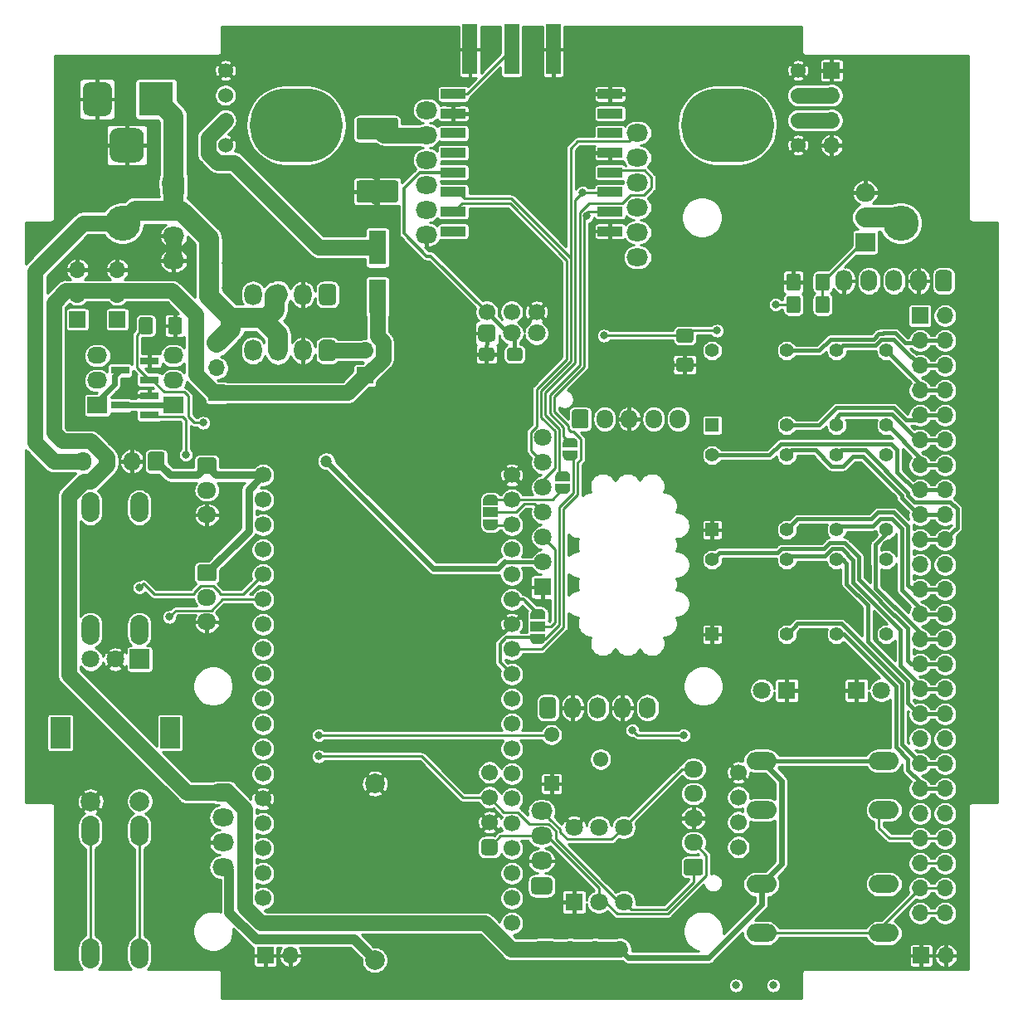
<source format=gbr>
G04 #@! TF.GenerationSoftware,KiCad,Pcbnew,(5.1.6)-1*
G04 #@! TF.CreationDate,2020-08-28T23:53:28+02:00*
G04 #@! TF.ProjectId,labAThome,6c616241-5468-46f6-9d65-2e6b69636164,rev?*
G04 #@! TF.SameCoordinates,Original*
G04 #@! TF.FileFunction,Copper,L1,Top*
G04 #@! TF.FilePolarity,Positive*
%FSLAX46Y46*%
G04 Gerber Fmt 4.6, Leading zero omitted, Abs format (unit mm)*
G04 Created by KiCad (PCBNEW (5.1.6)-1) date 2020-08-28 23:53:28*
%MOMM*%
%LPD*%
G01*
G04 APERTURE LIST*
G04 #@! TA.AperFunction,ComponentPad*
%ADD10O,1.700000X1.700000*%
G04 #@! TD*
G04 #@! TA.AperFunction,ComponentPad*
%ADD11R,1.700000X1.700000*%
G04 #@! TD*
G04 #@! TA.AperFunction,SMDPad,CuDef*
%ADD12R,1.900000X0.800000*%
G04 #@! TD*
G04 #@! TA.AperFunction,ComponentPad*
%ADD13C,1.524000*%
G04 #@! TD*
G04 #@! TA.AperFunction,SMDPad,CuDef*
%ADD14R,1.800000X3.500000*%
G04 #@! TD*
G04 #@! TA.AperFunction,ComponentPad*
%ADD15O,1.950000X1.700000*%
G04 #@! TD*
G04 #@! TA.AperFunction,ComponentPad*
%ADD16O,1.800000X2.200000*%
G04 #@! TD*
G04 #@! TA.AperFunction,ComponentPad*
%ADD17O,2.200000X1.800000*%
G04 #@! TD*
G04 #@! TA.AperFunction,ComponentPad*
%ADD18C,1.700000*%
G04 #@! TD*
G04 #@! TA.AperFunction,SMDPad,CuDef*
%ADD19R,1.500000X1.000000*%
G04 #@! TD*
G04 #@! TA.AperFunction,SMDPad,CuDef*
%ADD20C,0.100000*%
G04 #@! TD*
G04 #@! TA.AperFunction,ComponentPad*
%ADD21C,1.800000*%
G04 #@! TD*
G04 #@! TA.AperFunction,ComponentPad*
%ADD22O,1.700000X1.950000*%
G04 #@! TD*
G04 #@! TA.AperFunction,SMDPad,CuDef*
%ADD23R,2.500000X1.000000*%
G04 #@! TD*
G04 #@! TA.AperFunction,SMDPad,CuDef*
%ADD24R,1.500000X5.080000*%
G04 #@! TD*
G04 #@! TA.AperFunction,ComponentPad*
%ADD25C,1.550000*%
G04 #@! TD*
G04 #@! TA.AperFunction,ComponentPad*
%ADD26R,1.550000X1.550000*%
G04 #@! TD*
G04 #@! TA.AperFunction,ComponentPad*
%ADD27O,1.700000X2.200000*%
G04 #@! TD*
G04 #@! TA.AperFunction,ComponentPad*
%ADD28R,1.800000X1.800000*%
G04 #@! TD*
G04 #@! TA.AperFunction,ComponentPad*
%ADD29R,2.000000X2.000000*%
G04 #@! TD*
G04 #@! TA.AperFunction,ComponentPad*
%ADD30R,2.000000X3.200000*%
G04 #@! TD*
G04 #@! TA.AperFunction,ComponentPad*
%ADD31C,2.000000*%
G04 #@! TD*
G04 #@! TA.AperFunction,ComponentPad*
%ADD32O,2.030000X1.730000*%
G04 #@! TD*
G04 #@! TA.AperFunction,ComponentPad*
%ADD33R,2.030000X1.730000*%
G04 #@! TD*
G04 #@! TA.AperFunction,ComponentPad*
%ADD34O,2.000000X1.905000*%
G04 #@! TD*
G04 #@! TA.AperFunction,ComponentPad*
%ADD35R,2.000000X1.905000*%
G04 #@! TD*
G04 #@! TA.AperFunction,ComponentPad*
%ADD36C,1.400000*%
G04 #@! TD*
G04 #@! TA.AperFunction,ComponentPad*
%ADD37R,1.400000X1.400000*%
G04 #@! TD*
G04 #@! TA.AperFunction,ComponentPad*
%ADD38O,3.048000X1.850000*%
G04 #@! TD*
G04 #@! TA.AperFunction,ComponentPad*
%ADD39C,3.600000*%
G04 #@! TD*
G04 #@! TA.AperFunction,WasherPad*
%ADD40O,9.500000X7.500000*%
G04 #@! TD*
G04 #@! TA.AperFunction,ComponentPad*
%ADD41O,1.850000X3.048000*%
G04 #@! TD*
G04 #@! TA.AperFunction,ComponentPad*
%ADD42R,2.200000X1.800000*%
G04 #@! TD*
G04 #@! TA.AperFunction,ComponentPad*
%ADD43R,3.500000X3.500000*%
G04 #@! TD*
G04 #@! TA.AperFunction,ViaPad*
%ADD44C,0.800000*%
G04 #@! TD*
G04 #@! TA.AperFunction,ViaPad*
%ADD45C,1.200000*%
G04 #@! TD*
G04 #@! TA.AperFunction,Conductor*
%ADD46C,1.600000*%
G04 #@! TD*
G04 #@! TA.AperFunction,Conductor*
%ADD47C,2.000000*%
G04 #@! TD*
G04 #@! TA.AperFunction,Conductor*
%ADD48C,0.600000*%
G04 #@! TD*
G04 #@! TA.AperFunction,Conductor*
%ADD49C,0.400000*%
G04 #@! TD*
G04 #@! TA.AperFunction,Conductor*
%ADD50C,0.250000*%
G04 #@! TD*
G04 #@! TA.AperFunction,Conductor*
%ADD51C,0.300000*%
G04 #@! TD*
G04 #@! TA.AperFunction,Conductor*
%ADD52C,0.800000*%
G04 #@! TD*
G04 #@! TA.AperFunction,Conductor*
%ADD53C,1.000000*%
G04 #@! TD*
G04 #@! TA.AperFunction,Conductor*
%ADD54C,0.254000*%
G04 #@! TD*
G04 APERTURE END LIST*
G04 #@! TA.AperFunction,SMDPad,CuDef*
G36*
G01*
X43384500Y-60335000D02*
X43384500Y-61585000D01*
G75*
G02*
X43134500Y-61835000I-250000J0D01*
G01*
X42209500Y-61835000D01*
G75*
G02*
X41959500Y-61585000I0J250000D01*
G01*
X41959500Y-60335000D01*
G75*
G02*
X42209500Y-60085000I250000J0D01*
G01*
X43134500Y-60085000D01*
G75*
G02*
X43384500Y-60335000I0J-250000D01*
G01*
G37*
G04 #@! TD.AperFunction*
G04 #@! TA.AperFunction,SMDPad,CuDef*
G36*
G01*
X46359500Y-60335000D02*
X46359500Y-61585000D01*
G75*
G02*
X46109500Y-61835000I-250000J0D01*
G01*
X45184500Y-61835000D01*
G75*
G02*
X44934500Y-61585000I0J250000D01*
G01*
X44934500Y-60335000D01*
G75*
G02*
X45184500Y-60085000I250000J0D01*
G01*
X46109500Y-60085000D01*
G75*
G02*
X46359500Y-60335000I0J-250000D01*
G01*
G37*
G04 #@! TD.AperFunction*
D10*
X39751000Y-55245000D03*
X39751000Y-57785000D03*
D11*
X39751000Y-60325000D03*
D12*
X40029000Y-65532000D03*
X43029000Y-64582000D03*
X43029000Y-66482000D03*
X40029000Y-69088000D03*
X43029000Y-68138000D03*
X43029000Y-70038000D03*
G04 #@! TA.AperFunction,SMDPad,CuDef*
G36*
G01*
X64418999Y-46144000D02*
X68169001Y-46144000D01*
G75*
G02*
X68419000Y-46393999I0J-249999D01*
G01*
X68419000Y-48144001D01*
G75*
G02*
X68169001Y-48394000I-249999J0D01*
G01*
X64418999Y-48394000D01*
G75*
G02*
X64169000Y-48144001I0J249999D01*
G01*
X64169000Y-46393999D01*
G75*
G02*
X64418999Y-46144000I249999J0D01*
G01*
G37*
G04 #@! TD.AperFunction*
G04 #@! TA.AperFunction,SMDPad,CuDef*
G36*
G01*
X64418999Y-39744000D02*
X68169001Y-39744000D01*
G75*
G02*
X68419000Y-39993999I0J-249999D01*
G01*
X68419000Y-41744001D01*
G75*
G02*
X68169001Y-41994000I-249999J0D01*
G01*
X64418999Y-41994000D01*
G75*
G02*
X64169000Y-41744001I0J249999D01*
G01*
X64169000Y-39993999D01*
G75*
G02*
X64418999Y-39744000I249999J0D01*
G01*
G37*
G04 #@! TD.AperFunction*
D10*
X112649000Y-42545000D03*
X112649000Y-40005000D03*
X112649000Y-37465000D03*
D11*
X112649000Y-34925000D03*
D13*
X109220000Y-42545000D03*
X109220000Y-40005000D03*
X109220000Y-37465000D03*
X109220000Y-34925000D03*
X50800000Y-42545000D03*
X50800000Y-40005000D03*
X50800000Y-37465000D03*
X50800000Y-34925000D03*
G04 #@! TA.AperFunction,SMDPad,CuDef*
G36*
G01*
X78217000Y-63455999D02*
X78217000Y-64306001D01*
G75*
G02*
X77967001Y-64556000I-249999J0D01*
G01*
X76891999Y-64556000D01*
G75*
G02*
X76642000Y-64306001I0J249999D01*
G01*
X76642000Y-63455999D01*
G75*
G02*
X76891999Y-63206000I249999J0D01*
G01*
X77967001Y-63206000D01*
G75*
G02*
X78217000Y-63455999I0J-249999D01*
G01*
G37*
G04 #@! TD.AperFunction*
G04 #@! TA.AperFunction,SMDPad,CuDef*
G36*
G01*
X81092000Y-63455999D02*
X81092000Y-64306001D01*
G75*
G02*
X80842001Y-64556000I-249999J0D01*
G01*
X79766999Y-64556000D01*
G75*
G02*
X79517000Y-64306001I0J249999D01*
G01*
X79517000Y-63455999D01*
G75*
G02*
X79766999Y-63206000I249999J0D01*
G01*
X80842001Y-63206000D01*
G75*
G02*
X81092000Y-63455999I0J-249999D01*
G01*
G37*
G04 #@! TD.AperFunction*
D14*
X66294000Y-57999000D03*
X66294000Y-52999000D03*
D15*
X48895000Y-80264000D03*
X48895000Y-77764000D03*
G04 #@! TA.AperFunction,ComponentPad*
G36*
G01*
X48170000Y-74414000D02*
X49620000Y-74414000D01*
G75*
G02*
X49870000Y-74664000I0J-250000D01*
G01*
X49870000Y-75864000D01*
G75*
G02*
X49620000Y-76114000I-250000J0D01*
G01*
X48170000Y-76114000D01*
G75*
G02*
X47920000Y-75864000I0J250000D01*
G01*
X47920000Y-74664000D01*
G75*
G02*
X48170000Y-74414000I250000J0D01*
G01*
G37*
G04 #@! TD.AperFunction*
X48895000Y-91186000D03*
X48895000Y-88686000D03*
G04 #@! TA.AperFunction,ComponentPad*
G36*
G01*
X48170000Y-85336000D02*
X49620000Y-85336000D01*
G75*
G02*
X49870000Y-85586000I0J-250000D01*
G01*
X49870000Y-86786000D01*
G75*
G02*
X49620000Y-87036000I-250000J0D01*
G01*
X48170000Y-87036000D01*
G75*
G02*
X47920000Y-86786000I0J250000D01*
G01*
X47920000Y-85586000D01*
G75*
G02*
X48170000Y-85336000I250000J0D01*
G01*
G37*
G04 #@! TD.AperFunction*
G04 #@! TA.AperFunction,SMDPad,CuDef*
G36*
G01*
X98288000Y-62688500D02*
X97038000Y-62688500D01*
G75*
G02*
X96788000Y-62438500I0J250000D01*
G01*
X96788000Y-61513500D01*
G75*
G02*
X97038000Y-61263500I250000J0D01*
G01*
X98288000Y-61263500D01*
G75*
G02*
X98538000Y-61513500I0J-250000D01*
G01*
X98538000Y-62438500D01*
G75*
G02*
X98288000Y-62688500I-250000J0D01*
G01*
G37*
G04 #@! TD.AperFunction*
G04 #@! TA.AperFunction,SMDPad,CuDef*
G36*
G01*
X98288000Y-65663500D02*
X97038000Y-65663500D01*
G75*
G02*
X96788000Y-65413500I0J250000D01*
G01*
X96788000Y-64488500D01*
G75*
G02*
X97038000Y-64238500I250000J0D01*
G01*
X98288000Y-64238500D01*
G75*
G02*
X98538000Y-64488500I0J-250000D01*
G01*
X98538000Y-65413500D01*
G75*
G02*
X98288000Y-65663500I-250000J0D01*
G01*
G37*
G04 #@! TD.AperFunction*
D16*
X53594000Y-57785000D03*
X56134000Y-57785000D03*
X58674000Y-57785000D03*
G04 #@! TA.AperFunction,ComponentPad*
G36*
G01*
X60764000Y-56685000D02*
X61664000Y-56685000D01*
G75*
G02*
X62114000Y-57135000I0J-450000D01*
G01*
X62114000Y-58435000D01*
G75*
G02*
X61664000Y-58885000I-450000J0D01*
G01*
X60764000Y-58885000D01*
G75*
G02*
X60314000Y-58435000I0J450000D01*
G01*
X60314000Y-57135000D01*
G75*
G02*
X60764000Y-56685000I450000J0D01*
G01*
G37*
G04 #@! TD.AperFunction*
G04 #@! TA.AperFunction,SMDPad,CuDef*
G36*
G01*
X111011000Y-57140000D02*
X111011000Y-55890000D01*
G75*
G02*
X111261000Y-55640000I250000J0D01*
G01*
X112186000Y-55640000D01*
G75*
G02*
X112436000Y-55890000I0J-250000D01*
G01*
X112436000Y-57140000D01*
G75*
G02*
X112186000Y-57390000I-250000J0D01*
G01*
X111261000Y-57390000D01*
G75*
G02*
X111011000Y-57140000I0J250000D01*
G01*
G37*
G04 #@! TD.AperFunction*
G04 #@! TA.AperFunction,SMDPad,CuDef*
G36*
G01*
X108036000Y-57140000D02*
X108036000Y-55890000D01*
G75*
G02*
X108286000Y-55640000I250000J0D01*
G01*
X109211000Y-55640000D01*
G75*
G02*
X109461000Y-55890000I0J-250000D01*
G01*
X109461000Y-57140000D01*
G75*
G02*
X109211000Y-57390000I-250000J0D01*
G01*
X108286000Y-57390000D01*
G75*
G02*
X108036000Y-57140000I0J250000D01*
G01*
G37*
G04 #@! TD.AperFunction*
G04 #@! TA.AperFunction,SMDPad,CuDef*
G36*
G01*
X111011000Y-59426000D02*
X111011000Y-58176000D01*
G75*
G02*
X111261000Y-57926000I250000J0D01*
G01*
X112186000Y-57926000D01*
G75*
G02*
X112436000Y-58176000I0J-250000D01*
G01*
X112436000Y-59426000D01*
G75*
G02*
X112186000Y-59676000I-250000J0D01*
G01*
X111261000Y-59676000D01*
G75*
G02*
X111011000Y-59426000I0J250000D01*
G01*
G37*
G04 #@! TD.AperFunction*
G04 #@! TA.AperFunction,SMDPad,CuDef*
G36*
G01*
X108036000Y-59426000D02*
X108036000Y-58176000D01*
G75*
G02*
X108286000Y-57926000I250000J0D01*
G01*
X109211000Y-57926000D01*
G75*
G02*
X109461000Y-58176000I0J-250000D01*
G01*
X109461000Y-59426000D01*
G75*
G02*
X109211000Y-59676000I-250000J0D01*
G01*
X108286000Y-59676000D01*
G75*
G02*
X108036000Y-59426000I0J250000D01*
G01*
G37*
G04 #@! TD.AperFunction*
D17*
X92837000Y-41275000D03*
X92837000Y-43815000D03*
X92837000Y-46355000D03*
X92837000Y-48895000D03*
X92837000Y-51435000D03*
X92837000Y-53975000D03*
X71337000Y-38975000D03*
X71337000Y-41515000D03*
X71337000Y-44055000D03*
X71337000Y-46595000D03*
X71337000Y-49135000D03*
X71337000Y-51675000D03*
D18*
X80010000Y-76200000D03*
X80010000Y-78740000D03*
X80010000Y-81280000D03*
X80010000Y-83820000D03*
X80010000Y-86360000D03*
X80010000Y-88900000D03*
X80010000Y-91440000D03*
X80010000Y-93980000D03*
X80010000Y-96520000D03*
X80010000Y-99060000D03*
X80010000Y-101600000D03*
X80010000Y-104140000D03*
X80010000Y-106680000D03*
X80010000Y-109220000D03*
X80010000Y-111760000D03*
X80010000Y-114300000D03*
X80010000Y-116840000D03*
X80010000Y-119380000D03*
X80010000Y-121920000D03*
X54610000Y-121920000D03*
X54610000Y-119380000D03*
X54610000Y-116840000D03*
X54610000Y-114300000D03*
X54610000Y-111760000D03*
X54610000Y-109220000D03*
X54610000Y-106680000D03*
X54610000Y-104140000D03*
X54610000Y-101600000D03*
X54610000Y-99060000D03*
X54610000Y-96520000D03*
X54610000Y-93980000D03*
X54610000Y-91440000D03*
X54610000Y-88900000D03*
X54610000Y-86360000D03*
X54610000Y-83820000D03*
X54610000Y-81280000D03*
X54610000Y-78740000D03*
X54610000Y-76200000D03*
D19*
X77851000Y-80010000D03*
G04 #@! TA.AperFunction,SMDPad,CuDef*
D20*
G36*
X77101602Y-78710000D02*
G01*
X77101602Y-78685466D01*
X77106412Y-78636635D01*
X77115984Y-78588510D01*
X77130228Y-78541555D01*
X77149005Y-78496222D01*
X77172136Y-78452949D01*
X77199396Y-78412150D01*
X77230524Y-78374221D01*
X77265221Y-78339524D01*
X77303150Y-78308396D01*
X77343949Y-78281136D01*
X77387222Y-78258005D01*
X77432555Y-78239228D01*
X77479510Y-78224984D01*
X77527635Y-78215412D01*
X77576466Y-78210602D01*
X77601000Y-78210602D01*
X77601000Y-78210000D01*
X78101000Y-78210000D01*
X78101000Y-78210602D01*
X78125534Y-78210602D01*
X78174365Y-78215412D01*
X78222490Y-78224984D01*
X78269445Y-78239228D01*
X78314778Y-78258005D01*
X78358051Y-78281136D01*
X78398850Y-78308396D01*
X78436779Y-78339524D01*
X78471476Y-78374221D01*
X78502604Y-78412150D01*
X78529864Y-78452949D01*
X78552995Y-78496222D01*
X78571772Y-78541555D01*
X78586016Y-78588510D01*
X78595588Y-78636635D01*
X78600398Y-78685466D01*
X78600398Y-78710000D01*
X78601000Y-78710000D01*
X78601000Y-79260000D01*
X77101000Y-79260000D01*
X77101000Y-78710000D01*
X77101602Y-78710000D01*
G37*
G04 #@! TD.AperFunction*
G04 #@! TA.AperFunction,SMDPad,CuDef*
G36*
X78601000Y-80760000D02*
G01*
X78601000Y-81310000D01*
X78600398Y-81310000D01*
X78600398Y-81334534D01*
X78595588Y-81383365D01*
X78586016Y-81431490D01*
X78571772Y-81478445D01*
X78552995Y-81523778D01*
X78529864Y-81567051D01*
X78502604Y-81607850D01*
X78471476Y-81645779D01*
X78436779Y-81680476D01*
X78398850Y-81711604D01*
X78358051Y-81738864D01*
X78314778Y-81761995D01*
X78269445Y-81780772D01*
X78222490Y-81795016D01*
X78174365Y-81804588D01*
X78125534Y-81809398D01*
X78101000Y-81809398D01*
X78101000Y-81810000D01*
X77601000Y-81810000D01*
X77601000Y-81809398D01*
X77576466Y-81809398D01*
X77527635Y-81804588D01*
X77479510Y-81795016D01*
X77432555Y-81780772D01*
X77387222Y-81761995D01*
X77343949Y-81738864D01*
X77303150Y-81711604D01*
X77265221Y-81680476D01*
X77230524Y-81645779D01*
X77199396Y-81607850D01*
X77172136Y-81567051D01*
X77149005Y-81523778D01*
X77130228Y-81478445D01*
X77115984Y-81431490D01*
X77106412Y-81383365D01*
X77101602Y-81334534D01*
X77101602Y-81310000D01*
X77101000Y-81310000D01*
X77101000Y-80760000D01*
X78601000Y-80760000D01*
G37*
G04 #@! TD.AperFunction*
D19*
X82677000Y-91664000D03*
G04 #@! TA.AperFunction,SMDPad,CuDef*
D20*
G36*
X83426398Y-92964000D02*
G01*
X83426398Y-92988534D01*
X83421588Y-93037365D01*
X83412016Y-93085490D01*
X83397772Y-93132445D01*
X83378995Y-93177778D01*
X83355864Y-93221051D01*
X83328604Y-93261850D01*
X83297476Y-93299779D01*
X83262779Y-93334476D01*
X83224850Y-93365604D01*
X83184051Y-93392864D01*
X83140778Y-93415995D01*
X83095445Y-93434772D01*
X83048490Y-93449016D01*
X83000365Y-93458588D01*
X82951534Y-93463398D01*
X82927000Y-93463398D01*
X82927000Y-93464000D01*
X82427000Y-93464000D01*
X82427000Y-93463398D01*
X82402466Y-93463398D01*
X82353635Y-93458588D01*
X82305510Y-93449016D01*
X82258555Y-93434772D01*
X82213222Y-93415995D01*
X82169949Y-93392864D01*
X82129150Y-93365604D01*
X82091221Y-93334476D01*
X82056524Y-93299779D01*
X82025396Y-93261850D01*
X81998136Y-93221051D01*
X81975005Y-93177778D01*
X81956228Y-93132445D01*
X81941984Y-93085490D01*
X81932412Y-93037365D01*
X81927602Y-92988534D01*
X81927602Y-92964000D01*
X81927000Y-92964000D01*
X81927000Y-92414000D01*
X83427000Y-92414000D01*
X83427000Y-92964000D01*
X83426398Y-92964000D01*
G37*
G04 #@! TD.AperFunction*
G04 #@! TA.AperFunction,SMDPad,CuDef*
G36*
X81927000Y-90914000D02*
G01*
X81927000Y-90364000D01*
X81927602Y-90364000D01*
X81927602Y-90339466D01*
X81932412Y-90290635D01*
X81941984Y-90242510D01*
X81956228Y-90195555D01*
X81975005Y-90150222D01*
X81998136Y-90106949D01*
X82025396Y-90066150D01*
X82056524Y-90028221D01*
X82091221Y-89993524D01*
X82129150Y-89962396D01*
X82169949Y-89935136D01*
X82213222Y-89912005D01*
X82258555Y-89893228D01*
X82305510Y-89878984D01*
X82353635Y-89869412D01*
X82402466Y-89864602D01*
X82427000Y-89864602D01*
X82427000Y-89864000D01*
X82927000Y-89864000D01*
X82927000Y-89864602D01*
X82951534Y-89864602D01*
X83000365Y-89869412D01*
X83048490Y-89878984D01*
X83095445Y-89893228D01*
X83140778Y-89912005D01*
X83184051Y-89935136D01*
X83224850Y-89962396D01*
X83262779Y-89993524D01*
X83297476Y-90028221D01*
X83328604Y-90066150D01*
X83355864Y-90106949D01*
X83378995Y-90150222D01*
X83397772Y-90195555D01*
X83412016Y-90242510D01*
X83421588Y-90290635D01*
X83426398Y-90339466D01*
X83426398Y-90364000D01*
X83427000Y-90364000D01*
X83427000Y-90914000D01*
X81927000Y-90914000D01*
G37*
G04 #@! TD.AperFunction*
D21*
X82540000Y-61722000D03*
G04 #@! TA.AperFunction,ComponentPad*
G36*
G01*
X76560000Y-62172000D02*
X76560000Y-61272000D01*
G75*
G02*
X77010000Y-60822000I450000J0D01*
G01*
X77910000Y-60822000D01*
G75*
G02*
X78360000Y-61272000I0J-450000D01*
G01*
X78360000Y-62172000D01*
G75*
G02*
X77910000Y-62622000I-450000J0D01*
G01*
X77010000Y-62622000D01*
G75*
G02*
X76560000Y-62172000I0J450000D01*
G01*
G37*
G04 #@! TD.AperFunction*
X80000000Y-61722000D03*
G04 #@! TA.AperFunction,SMDPad,CuDef*
D20*
G36*
X84467602Y-76312000D02*
G01*
X84467602Y-76287466D01*
X84472412Y-76238635D01*
X84481984Y-76190510D01*
X84496228Y-76143555D01*
X84515005Y-76098222D01*
X84538136Y-76054949D01*
X84565396Y-76014150D01*
X84596524Y-75976221D01*
X84631221Y-75941524D01*
X84669150Y-75910396D01*
X84709949Y-75883136D01*
X84753222Y-75860005D01*
X84798555Y-75841228D01*
X84845510Y-75826984D01*
X84893635Y-75817412D01*
X84942466Y-75812602D01*
X84967000Y-75812602D01*
X84967000Y-75812000D01*
X85467000Y-75812000D01*
X85467000Y-75812602D01*
X85491534Y-75812602D01*
X85540365Y-75817412D01*
X85588490Y-75826984D01*
X85635445Y-75841228D01*
X85680778Y-75860005D01*
X85724051Y-75883136D01*
X85764850Y-75910396D01*
X85802779Y-75941524D01*
X85837476Y-75976221D01*
X85868604Y-76014150D01*
X85895864Y-76054949D01*
X85918995Y-76098222D01*
X85937772Y-76143555D01*
X85952016Y-76190510D01*
X85961588Y-76238635D01*
X85966398Y-76287466D01*
X85966398Y-76312000D01*
X85967000Y-76312000D01*
X85967000Y-76812000D01*
X84467000Y-76812000D01*
X84467000Y-76312000D01*
X84467602Y-76312000D01*
G37*
G04 #@! TD.AperFunction*
G04 #@! TA.AperFunction,SMDPad,CuDef*
G36*
X85967000Y-77112000D02*
G01*
X85967000Y-77612000D01*
X85966398Y-77612000D01*
X85966398Y-77636534D01*
X85961588Y-77685365D01*
X85952016Y-77733490D01*
X85937772Y-77780445D01*
X85918995Y-77825778D01*
X85895864Y-77869051D01*
X85868604Y-77909850D01*
X85837476Y-77947779D01*
X85802779Y-77982476D01*
X85764850Y-78013604D01*
X85724051Y-78040864D01*
X85680778Y-78063995D01*
X85635445Y-78082772D01*
X85588490Y-78097016D01*
X85540365Y-78106588D01*
X85491534Y-78111398D01*
X85467000Y-78111398D01*
X85467000Y-78112000D01*
X84967000Y-78112000D01*
X84967000Y-78111398D01*
X84942466Y-78111398D01*
X84893635Y-78106588D01*
X84845510Y-78097016D01*
X84798555Y-78082772D01*
X84753222Y-78063995D01*
X84709949Y-78040864D01*
X84669150Y-78013604D01*
X84631221Y-77982476D01*
X84596524Y-77947779D01*
X84565396Y-77909850D01*
X84538136Y-77869051D01*
X84515005Y-77825778D01*
X84496228Y-77780445D01*
X84481984Y-77733490D01*
X84472412Y-77685365D01*
X84467602Y-77636534D01*
X84467602Y-77612000D01*
X84467000Y-77612000D01*
X84467000Y-77112000D01*
X85967000Y-77112000D01*
G37*
G04 #@! TD.AperFunction*
G04 #@! TA.AperFunction,SMDPad,CuDef*
G36*
X85229602Y-72898000D02*
G01*
X85229602Y-72873466D01*
X85234412Y-72824635D01*
X85243984Y-72776510D01*
X85258228Y-72729555D01*
X85277005Y-72684222D01*
X85300136Y-72640949D01*
X85327396Y-72600150D01*
X85358524Y-72562221D01*
X85393221Y-72527524D01*
X85431150Y-72496396D01*
X85471949Y-72469136D01*
X85515222Y-72446005D01*
X85560555Y-72427228D01*
X85607510Y-72412984D01*
X85655635Y-72403412D01*
X85704466Y-72398602D01*
X85729000Y-72398602D01*
X85729000Y-72398000D01*
X86229000Y-72398000D01*
X86229000Y-72398602D01*
X86253534Y-72398602D01*
X86302365Y-72403412D01*
X86350490Y-72412984D01*
X86397445Y-72427228D01*
X86442778Y-72446005D01*
X86486051Y-72469136D01*
X86526850Y-72496396D01*
X86564779Y-72527524D01*
X86599476Y-72562221D01*
X86630604Y-72600150D01*
X86657864Y-72640949D01*
X86680995Y-72684222D01*
X86699772Y-72729555D01*
X86714016Y-72776510D01*
X86723588Y-72824635D01*
X86728398Y-72873466D01*
X86728398Y-72898000D01*
X86729000Y-72898000D01*
X86729000Y-73398000D01*
X85229000Y-73398000D01*
X85229000Y-72898000D01*
X85229602Y-72898000D01*
G37*
G04 #@! TD.AperFunction*
G04 #@! TA.AperFunction,SMDPad,CuDef*
G36*
X86729000Y-73698000D02*
G01*
X86729000Y-74198000D01*
X86728398Y-74198000D01*
X86728398Y-74222534D01*
X86723588Y-74271365D01*
X86714016Y-74319490D01*
X86699772Y-74366445D01*
X86680995Y-74411778D01*
X86657864Y-74455051D01*
X86630604Y-74495850D01*
X86599476Y-74533779D01*
X86564779Y-74568476D01*
X86526850Y-74599604D01*
X86486051Y-74626864D01*
X86442778Y-74649995D01*
X86397445Y-74668772D01*
X86350490Y-74683016D01*
X86302365Y-74692588D01*
X86253534Y-74697398D01*
X86229000Y-74697398D01*
X86229000Y-74698000D01*
X85729000Y-74698000D01*
X85729000Y-74697398D01*
X85704466Y-74697398D01*
X85655635Y-74692588D01*
X85607510Y-74683016D01*
X85560555Y-74668772D01*
X85515222Y-74649995D01*
X85471949Y-74626864D01*
X85431150Y-74599604D01*
X85393221Y-74568476D01*
X85358524Y-74533779D01*
X85327396Y-74495850D01*
X85300136Y-74455051D01*
X85277005Y-74411778D01*
X85258228Y-74366445D01*
X85243984Y-74319490D01*
X85234412Y-74271365D01*
X85229602Y-74222534D01*
X85229602Y-74198000D01*
X85229000Y-74198000D01*
X85229000Y-73698000D01*
X86729000Y-73698000D01*
G37*
G04 #@! TD.AperFunction*
D22*
X96995000Y-70485000D03*
X94495000Y-70485000D03*
X91995000Y-70485000D03*
X89495000Y-70485000D03*
G04 #@! TA.AperFunction,ComponentPad*
G36*
G01*
X86145000Y-71210000D02*
X86145000Y-69760000D01*
G75*
G02*
X86395000Y-69510000I250000J0D01*
G01*
X87595000Y-69510000D01*
G75*
G02*
X87845000Y-69760000I0J-250000D01*
G01*
X87845000Y-71210000D01*
G75*
G02*
X87595000Y-71460000I-250000J0D01*
G01*
X86395000Y-71460000D01*
G75*
G02*
X86145000Y-71210000I0J250000D01*
G01*
G37*
G04 #@! TD.AperFunction*
D23*
X74043000Y-51323000D03*
X74043000Y-49323000D03*
X74043000Y-47323000D03*
X74043000Y-45323000D03*
X74043000Y-43323000D03*
X74043000Y-41323000D03*
X74043000Y-39323000D03*
X74043000Y-37323000D03*
X90043000Y-37323000D03*
X90043000Y-39323000D03*
X90043000Y-41323000D03*
X90043000Y-43323000D03*
X90043000Y-45323000D03*
X90043000Y-47323000D03*
X90043000Y-49323000D03*
X90043000Y-51323000D03*
D24*
X80000000Y-32766000D03*
X75750000Y-32766000D03*
X84250000Y-32766000D03*
D16*
X53594000Y-63500000D03*
X56134000Y-63500000D03*
X58674000Y-63500000D03*
G04 #@! TA.AperFunction,ComponentPad*
G36*
G01*
X60764000Y-62400000D02*
X61664000Y-62400000D01*
G75*
G02*
X62114000Y-62850000I0J-450000D01*
G01*
X62114000Y-64150000D01*
G75*
G02*
X61664000Y-64600000I-450000J0D01*
G01*
X60764000Y-64600000D01*
G75*
G02*
X60314000Y-64150000I0J450000D01*
G01*
X60314000Y-62850000D01*
G75*
G02*
X60764000Y-62400000I450000J0D01*
G01*
G37*
G04 #@! TD.AperFunction*
D25*
X89074000Y-105196000D03*
D26*
X84074000Y-107696000D03*
D25*
X84074000Y-102696000D03*
D17*
X83058000Y-110490000D03*
X83058000Y-113030000D03*
X83058000Y-115570000D03*
G04 #@! TA.AperFunction,ComponentPad*
G36*
G01*
X81958000Y-118560000D02*
X81958000Y-117660000D01*
G75*
G02*
X82408000Y-117210000I450000J0D01*
G01*
X83708000Y-117210000D01*
G75*
G02*
X84158000Y-117660000I0J-450000D01*
G01*
X84158000Y-118560000D01*
G75*
G02*
X83708000Y-119010000I-450000J0D01*
G01*
X82408000Y-119010000D01*
G75*
G02*
X81958000Y-118560000I0J450000D01*
G01*
G37*
G04 #@! TD.AperFunction*
D27*
X93853000Y-99949000D03*
X91313000Y-99949000D03*
X88773000Y-99949000D03*
X86233000Y-99949000D03*
G04 #@! TA.AperFunction,ComponentPad*
G36*
G01*
X84118000Y-101049000D02*
X83268000Y-101049000D01*
G75*
G02*
X82843000Y-100624000I0J425000D01*
G01*
X82843000Y-99274000D01*
G75*
G02*
X83268000Y-98849000I425000J0D01*
G01*
X84118000Y-98849000D01*
G75*
G02*
X84543000Y-99274000I0J-425000D01*
G01*
X84543000Y-100624000D01*
G75*
G02*
X84118000Y-101049000I-425000J0D01*
G01*
G37*
G04 #@! TD.AperFunction*
D15*
X98552000Y-106205000D03*
X98552000Y-108705000D03*
X98552000Y-111205000D03*
X98552000Y-113705000D03*
G04 #@! TA.AperFunction,ComponentPad*
G36*
G01*
X99277000Y-117055000D02*
X97827000Y-117055000D01*
G75*
G02*
X97577000Y-116805000I0J250000D01*
G01*
X97577000Y-115605000D01*
G75*
G02*
X97827000Y-115355000I250000J0D01*
G01*
X99277000Y-115355000D01*
G75*
G02*
X99527000Y-115605000I0J-250000D01*
G01*
X99527000Y-116805000D01*
G75*
G02*
X99277000Y-117055000I-250000J0D01*
G01*
G37*
G04 #@! TD.AperFunction*
D21*
X86360000Y-112141000D03*
X88900000Y-112141000D03*
X91440000Y-112141000D03*
X91440000Y-119761000D03*
X88900000Y-119761000D03*
D28*
X86360000Y-119761000D03*
D18*
X103124000Y-106553000D03*
X103124000Y-109093000D03*
X103124000Y-111633000D03*
X103124000Y-114173000D03*
G04 #@! TA.AperFunction,ComponentPad*
G36*
G01*
X76874000Y-114598000D02*
X76874000Y-113748000D01*
G75*
G02*
X77299000Y-113323000I425000J0D01*
G01*
X78149000Y-113323000D01*
G75*
G02*
X78574000Y-113748000I0J-425000D01*
G01*
X78574000Y-114598000D01*
G75*
G02*
X78149000Y-115023000I-425000J0D01*
G01*
X77299000Y-115023000D01*
G75*
G02*
X76874000Y-114598000I0J425000D01*
G01*
G37*
G04 #@! TD.AperFunction*
X77724000Y-111633000D03*
X77724000Y-109093000D03*
X77724000Y-106553000D03*
D10*
X57404000Y-125222000D03*
D11*
X54864000Y-125222000D03*
D22*
X36235000Y-74803000D03*
X38735000Y-74803000D03*
X41235000Y-74803000D03*
G04 #@! TA.AperFunction,ComponentPad*
G36*
G01*
X44585000Y-74078000D02*
X44585000Y-75528000D01*
G75*
G02*
X44335000Y-75778000I-250000J0D01*
G01*
X43135000Y-75778000D01*
G75*
G02*
X42885000Y-75528000I0J250000D01*
G01*
X42885000Y-74078000D01*
G75*
G02*
X43135000Y-73828000I250000J0D01*
G01*
X44335000Y-73828000D01*
G75*
G02*
X44585000Y-74078000I0J-250000D01*
G01*
G37*
G04 #@! TD.AperFunction*
D10*
X124333000Y-125222000D03*
D11*
X121793000Y-125222000D03*
D29*
X42037000Y-94996000D03*
D21*
X39537000Y-94996000D03*
X37037000Y-94996000D03*
D30*
X45137000Y-102496000D03*
X33937000Y-102496000D03*
D31*
X42037000Y-109496000D03*
X37037000Y-109496000D03*
D21*
X83185000Y-72390000D03*
X83185000Y-74930000D03*
X83185000Y-77470000D03*
X83185000Y-80010000D03*
X83185000Y-82550000D03*
X83185000Y-85090000D03*
D28*
X83185000Y-87630000D03*
D18*
X82540000Y-59563000D03*
X80000000Y-59563000D03*
X77460000Y-59563000D03*
D17*
X50546000Y-116205000D03*
X50546000Y-113665000D03*
X50546000Y-111125000D03*
G04 #@! TA.AperFunction,ComponentPad*
G36*
G01*
X51646000Y-108135000D02*
X51646000Y-109035000D01*
G75*
G02*
X51196000Y-109485000I-450000J0D01*
G01*
X49896000Y-109485000D01*
G75*
G02*
X49446000Y-109035000I0J450000D01*
G01*
X49446000Y-108135000D01*
G75*
G02*
X49896000Y-107685000I450000J0D01*
G01*
X51196000Y-107685000D01*
G75*
G02*
X51646000Y-108135000I0J-450000D01*
G01*
G37*
G04 #@! TD.AperFunction*
D32*
X45466000Y-64008000D03*
X45466000Y-66548000D03*
D33*
X45466000Y-69088000D03*
D32*
X37719000Y-64008000D03*
X37719000Y-66548000D03*
D33*
X37719000Y-69088000D03*
D10*
X49911000Y-62738000D03*
X49911000Y-65278000D03*
D11*
X49911000Y-67818000D03*
D34*
X116078000Y-47371000D03*
X116078000Y-49911000D03*
D35*
X116078000Y-52451000D03*
D10*
X91059000Y-124587000D03*
X88519000Y-124587000D03*
X85979000Y-124587000D03*
D11*
X83439000Y-124587000D03*
D10*
X124206000Y-120904000D03*
X121666000Y-120904000D03*
X124206000Y-118364000D03*
X121666000Y-118364000D03*
X124206000Y-115824000D03*
X121666000Y-115824000D03*
X124206000Y-113284000D03*
X121666000Y-113284000D03*
X124206000Y-110744000D03*
X121666000Y-110744000D03*
X124206000Y-108204000D03*
X121666000Y-108204000D03*
X124206000Y-105664000D03*
X121666000Y-105664000D03*
X124206000Y-103124000D03*
X121666000Y-103124000D03*
X124206000Y-100584000D03*
X121666000Y-100584000D03*
X124206000Y-98044000D03*
X121666000Y-98044000D03*
X124206000Y-95504000D03*
X121666000Y-95504000D03*
X124206000Y-92964000D03*
X121666000Y-92964000D03*
X124206000Y-90424000D03*
X121666000Y-90424000D03*
X124206000Y-87884000D03*
X121666000Y-87884000D03*
X124206000Y-85344000D03*
X121666000Y-85344000D03*
X124206000Y-82804000D03*
X121666000Y-82804000D03*
X124206000Y-80264000D03*
X121666000Y-80264000D03*
X124206000Y-77724000D03*
X121666000Y-77724000D03*
X124206000Y-75184000D03*
X121666000Y-75184000D03*
X124206000Y-72644000D03*
X121666000Y-72644000D03*
X124206000Y-70104000D03*
X121666000Y-70104000D03*
X124206000Y-67564000D03*
X121666000Y-67564000D03*
X124206000Y-65024000D03*
X121666000Y-65024000D03*
X124206000Y-62484000D03*
X121666000Y-62484000D03*
X124206000Y-59944000D03*
D11*
X121666000Y-59944000D03*
D36*
X108077000Y-74168000D03*
X118237000Y-74168000D03*
X113157000Y-74168000D03*
X108077000Y-81788000D03*
X118237000Y-81788000D03*
X113157000Y-81788000D03*
X100457000Y-74168000D03*
D37*
X100457000Y-81788000D03*
D38*
X117983000Y-117936000D03*
X117983000Y-122936000D03*
X105483000Y-117936000D03*
X105483000Y-122936000D03*
D39*
X119700000Y-50500000D03*
X40300000Y-50500000D03*
D40*
X58000000Y-40500000D03*
X102000000Y-40500000D03*
D10*
X35687000Y-55245000D03*
X35687000Y-57785000D03*
D11*
X35687000Y-60325000D03*
D31*
X66040000Y-125696000D03*
X66040000Y-107696000D03*
D38*
X117983000Y-105363000D03*
X117983000Y-110363000D03*
X105483000Y-105363000D03*
X105483000Y-110363000D03*
D41*
X37000000Y-112500000D03*
X42000000Y-112500000D03*
X37000000Y-125000000D03*
X42000000Y-125000000D03*
X37000000Y-79502000D03*
X42000000Y-79502000D03*
X37000000Y-92002000D03*
X42000000Y-92002000D03*
D17*
X45500000Y-54310000D03*
X45500000Y-51770000D03*
X45500000Y-49230000D03*
D42*
X45500000Y-46690000D03*
G04 #@! TA.AperFunction,ComponentPad*
G36*
G01*
X38969000Y-43421000D02*
X38969000Y-41671000D01*
G75*
G02*
X39844000Y-40796000I875000J0D01*
G01*
X41594000Y-40796000D01*
G75*
G02*
X42469000Y-41671000I0J-875000D01*
G01*
X42469000Y-43421000D01*
G75*
G02*
X41594000Y-44296000I-875000J0D01*
G01*
X39844000Y-44296000D01*
G75*
G02*
X38969000Y-43421000I0J875000D01*
G01*
G37*
G04 #@! TD.AperFunction*
G04 #@! TA.AperFunction,ComponentPad*
G36*
G01*
X36219000Y-38846000D02*
X36219000Y-36846000D01*
G75*
G02*
X36969000Y-36096000I750000J0D01*
G01*
X38469000Y-36096000D01*
G75*
G02*
X39219000Y-36846000I0J-750000D01*
G01*
X39219000Y-38846000D01*
G75*
G02*
X38469000Y-39596000I-750000J0D01*
G01*
X36969000Y-39596000D01*
G75*
G02*
X36219000Y-38846000I0J750000D01*
G01*
G37*
G04 #@! TD.AperFunction*
D43*
X43719000Y-37846000D03*
D36*
X108077000Y-63500000D03*
X118237000Y-63500000D03*
X113157000Y-63500000D03*
X108077000Y-71120000D03*
X118237000Y-71120000D03*
X113157000Y-71120000D03*
X100457000Y-63500000D03*
D37*
X100457000Y-71120000D03*
D27*
X113919000Y-56388000D03*
X116459000Y-56388000D03*
X118999000Y-56388000D03*
X121539000Y-56388000D03*
G04 #@! TA.AperFunction,ComponentPad*
G36*
G01*
X124504000Y-57488000D02*
X123654000Y-57488000D01*
G75*
G02*
X123229000Y-57063000I0J425000D01*
G01*
X123229000Y-55713000D01*
G75*
G02*
X123654000Y-55288000I425000J0D01*
G01*
X124504000Y-55288000D01*
G75*
G02*
X124929000Y-55713000I0J-425000D01*
G01*
X124929000Y-57063000D01*
G75*
G02*
X124504000Y-57488000I-425000J0D01*
G01*
G37*
G04 #@! TD.AperFunction*
D10*
X65024000Y-63500000D03*
D11*
X65024000Y-66040000D03*
D36*
X108077000Y-84836000D03*
X118237000Y-84836000D03*
X113157000Y-84836000D03*
X108077000Y-92456000D03*
X118237000Y-92456000D03*
X113157000Y-92456000D03*
X100457000Y-84836000D03*
D37*
X100457000Y-92456000D03*
D21*
X105537000Y-98171000D03*
D28*
X108077000Y-98171000D03*
D21*
X117729000Y-98171000D03*
D28*
X115189000Y-98171000D03*
D44*
X102870000Y-128270000D03*
X106680000Y-128270000D03*
X87630000Y-128270000D03*
X91440000Y-128270000D03*
X95250000Y-128270000D03*
X99060000Y-128270000D03*
X115951000Y-83185000D03*
X115697000Y-71374000D03*
X118364000Y-87503000D03*
X118237000Y-83312000D03*
X122936000Y-81534000D03*
X122936000Y-63754000D03*
X58420000Y-106680000D03*
X58420000Y-109220000D03*
X58420000Y-111760000D03*
X58420000Y-114300000D03*
X58420000Y-116840000D03*
X58420000Y-119380000D03*
X76200000Y-119380000D03*
X76200000Y-116840000D03*
X60960000Y-88900000D03*
X76200000Y-81280000D03*
X76200000Y-78740000D03*
X106680000Y-88900000D03*
X109220000Y-88900000D03*
X111760000Y-88900000D03*
X31750000Y-107950000D03*
X31750000Y-104140000D03*
X31750000Y-99060000D03*
X40640000Y-46990000D03*
X43180000Y-46990000D03*
X48260000Y-46990000D03*
X50800000Y-46990000D03*
X50800000Y-49530000D03*
X50800000Y-52070000D03*
X50800000Y-54610000D03*
X50800000Y-57150000D03*
X53340000Y-49530000D03*
X53340000Y-52070000D03*
X53340000Y-54610000D03*
X68580000Y-38100000D03*
X76200000Y-40640000D03*
X76200000Y-38100000D03*
X78740000Y-38100000D03*
X78740000Y-40640000D03*
X78740000Y-43180000D03*
X121920000Y-38100000D03*
X121920000Y-43180000D03*
X121920000Y-45720000D03*
X121920000Y-53340000D03*
X121920000Y-40640000D03*
X124460000Y-38100000D03*
X124460000Y-40640000D03*
X124460000Y-43180000D03*
X124460000Y-45720000D03*
X124460000Y-48260000D03*
X124460000Y-50800000D03*
X124460000Y-53340000D03*
X127000000Y-53340000D03*
X127000000Y-55880000D03*
X127000000Y-58420000D03*
X127000000Y-63500000D03*
X127000000Y-60960000D03*
X127000000Y-66040000D03*
X127000000Y-68580000D03*
X127000000Y-71120000D03*
X127000000Y-73660000D03*
X127000000Y-76200000D03*
X127000000Y-78740000D03*
X127000000Y-81280000D03*
X127000000Y-83820000D03*
X127000000Y-86360000D03*
X127000000Y-88900000D03*
X127000000Y-91440000D03*
X127000000Y-93980000D03*
X127000000Y-99060000D03*
X127000000Y-106680000D03*
X118745000Y-94234000D03*
X64135000Y-91440000D03*
X64135000Y-88900000D03*
X64135000Y-86360000D03*
X67310000Y-86360000D03*
X67310000Y-88900000D03*
X67310000Y-91440000D03*
X70485000Y-91440000D03*
X70485000Y-88900000D03*
X70485000Y-86360000D03*
X70485000Y-93980000D03*
X67310000Y-93980000D03*
X64135000Y-93980000D03*
X60960000Y-96520000D03*
X64135000Y-96520000D03*
X67310000Y-96520000D03*
X70485000Y-96520000D03*
X70485000Y-99060000D03*
X67310000Y-99060000D03*
X64135000Y-99060000D03*
X60960000Y-99060000D03*
X70485000Y-101600000D03*
X67310000Y-101600000D03*
X64135000Y-101600000D03*
X60960000Y-101600000D03*
X60960000Y-106680000D03*
X60960000Y-109220000D03*
X60960000Y-111760000D03*
X60960000Y-114300000D03*
X60960000Y-116840000D03*
X60960000Y-119380000D03*
X64135000Y-119380000D03*
X64135000Y-116840000D03*
X64135000Y-106680000D03*
X64135000Y-109220000D03*
X64135000Y-111760000D03*
X64135000Y-114300000D03*
X67310000Y-109220000D03*
X67310000Y-111760000D03*
X67310000Y-114300000D03*
X67310000Y-116840000D03*
X67310000Y-119380000D03*
X70485000Y-119380000D03*
X70485000Y-116840000D03*
X70485000Y-114300000D03*
X70485000Y-111760000D03*
X70485000Y-109220000D03*
X73660000Y-109220000D03*
X73660000Y-111760000D03*
X73660000Y-114300000D03*
X73660000Y-116840000D03*
X73660000Y-119380000D03*
X70485000Y-106680000D03*
X73660000Y-106680000D03*
X64135000Y-83820000D03*
X67310000Y-83820000D03*
X60960000Y-81280000D03*
X64135000Y-81280000D03*
X73660000Y-81280000D03*
X70485000Y-81280000D03*
X70485000Y-78740000D03*
X73660000Y-78740000D03*
X70485000Y-75565000D03*
X73660000Y-75565000D03*
X76200000Y-75565000D03*
X70485000Y-72390000D03*
X73660000Y-72390000D03*
X76200000Y-72390000D03*
X73660000Y-93980000D03*
X73660000Y-91440000D03*
X106680000Y-78105000D03*
X109220000Y-78105000D03*
X111760000Y-78105000D03*
X81280000Y-45720000D03*
X81280000Y-43180000D03*
X81280000Y-40640000D03*
X83820000Y-38100000D03*
X83820000Y-40640000D03*
X83820000Y-43180000D03*
X83820000Y-45720000D03*
X86360000Y-40640000D03*
X86360000Y-38100000D03*
X66040000Y-48260000D03*
X66040000Y-45720000D03*
X66040000Y-38100000D03*
X39370000Y-91440000D03*
X39370000Y-97790000D03*
X41275000Y-97790000D03*
X43180000Y-97790000D03*
X45085000Y-97790000D03*
X45085000Y-95885000D03*
X45085000Y-93980000D03*
X46990000Y-93980000D03*
X44450000Y-120015000D03*
X44450000Y-117475000D03*
X44450000Y-114935000D03*
X44450000Y-112395000D03*
X60960000Y-125095000D03*
X70485000Y-125095000D03*
X73660000Y-125095000D03*
X76200000Y-125095000D03*
X83820000Y-128270000D03*
X80010000Y-128270000D03*
X83185000Y-95250000D03*
X83185000Y-96520000D03*
X83185000Y-97790000D03*
X85090000Y-97790000D03*
X85090000Y-96520000D03*
X85090000Y-95250000D03*
X91440000Y-117475000D03*
X93345000Y-117475000D03*
X95250000Y-117475000D03*
X95250000Y-115570000D03*
X93345000Y-115570000D03*
X91440000Y-115570000D03*
X83185000Y-120015000D03*
X83185000Y-122555000D03*
X85725000Y-122555000D03*
X88265000Y-122555000D03*
X90805000Y-122555000D03*
X86360000Y-104775000D03*
X90805000Y-104775000D03*
X90805000Y-102235000D03*
X106680000Y-95250000D03*
X109220000Y-95250000D03*
X111760000Y-95250000D03*
X113665000Y-101600000D03*
X116205000Y-101600000D03*
X116205000Y-103505000D03*
X104140000Y-101600000D03*
X104140000Y-95250000D03*
X93345000Y-122555000D03*
X95250000Y-122555000D03*
X99695000Y-120015000D03*
X101600000Y-120015000D03*
X105410000Y-115570000D03*
X105410000Y-113665000D03*
X76200000Y-51435000D03*
X78740000Y-51435000D03*
X81280000Y-51435000D03*
X60960000Y-78740000D03*
X67310000Y-75565000D03*
X67310000Y-72390000D03*
X58293000Y-77470000D03*
X109220000Y-106553000D03*
X109220000Y-109220000D03*
X109220000Y-112395000D03*
X109220000Y-115570000D03*
X109220000Y-118745000D03*
X113665000Y-118745000D03*
X113665000Y-115570000D03*
X113665000Y-112395000D03*
X113665000Y-106553000D03*
X88138000Y-68453000D03*
X86995000Y-68453000D03*
X80645000Y-74168000D03*
X80645000Y-73025000D03*
X81280000Y-38100000D03*
X78740000Y-36195000D03*
X81280000Y-36195000D03*
X83820000Y-36195000D03*
X86360000Y-36195000D03*
X85090000Y-51435000D03*
X68580000Y-54610000D03*
X76200000Y-54610000D03*
X78740000Y-54610000D03*
X81280000Y-54610000D03*
X83820000Y-54610000D03*
X71120000Y-36195000D03*
X71120000Y-33655000D03*
X71120000Y-31115000D03*
X86360000Y-33655000D03*
X86360000Y-31115000D03*
X73660000Y-33655000D03*
X73660000Y-31115000D03*
X88900000Y-33655000D03*
X88900000Y-31115000D03*
X87249000Y-44831000D03*
X87249000Y-43561000D03*
X87249000Y-46101000D03*
X81407000Y-82550000D03*
X81534000Y-80137000D03*
X86106000Y-83312000D03*
X86106000Y-87376000D03*
X56515000Y-66040000D03*
X55245000Y-66040000D03*
X53975000Y-66040000D03*
X52705000Y-66040000D03*
X51435000Y-66040000D03*
X51435000Y-64770000D03*
X52070000Y-63500000D03*
X57785000Y-66040000D03*
X59055000Y-66040000D03*
X60325000Y-66040000D03*
X61595000Y-66040000D03*
X62865000Y-66040000D03*
X78740000Y-45720000D03*
X76200000Y-43180000D03*
X76200000Y-45720000D03*
X83820000Y-48260000D03*
X81280000Y-48260000D03*
X73660000Y-88900000D03*
X73660000Y-96520000D03*
X73660000Y-99060000D03*
X73660000Y-101600000D03*
X57785000Y-96520000D03*
X57785000Y-93980000D03*
X57785000Y-91440000D03*
X57785000Y-88900000D03*
X57785000Y-86360000D03*
X57785000Y-83820000D03*
X57785000Y-81280000D03*
X73660000Y-104140000D03*
X70485000Y-104140000D03*
X67310000Y-104140000D03*
X64135000Y-104140000D03*
X58420000Y-104140000D03*
X104140000Y-88900000D03*
X101600000Y-88900000D03*
X114300000Y-78105000D03*
X116840000Y-78105000D03*
X39370000Y-62865000D03*
X40640000Y-62865000D03*
X43180000Y-62865000D03*
X36195000Y-65405000D03*
X36195000Y-67310000D03*
X36195000Y-71120000D03*
X38100000Y-71120000D03*
X40005000Y-71120000D03*
X41910000Y-71755000D03*
X43815000Y-71755000D03*
X45720000Y-71755000D03*
X47625000Y-71755000D03*
X41275000Y-67945000D03*
X40005000Y-67945000D03*
X40640000Y-66675000D03*
X86360000Y-107315000D03*
X88265000Y-107315000D03*
X90170000Y-107315000D03*
X84455000Y-104775000D03*
X82550000Y-104775000D03*
X86360000Y-102870000D03*
X86360000Y-109220000D03*
X88265000Y-109220000D03*
X95250000Y-113665000D03*
X95250000Y-111760000D03*
X93980000Y-104775000D03*
X95885000Y-104775000D03*
X86995000Y-97790000D03*
X88900000Y-97790000D03*
X90805000Y-97790000D03*
X88900000Y-95250000D03*
X90805000Y-95250000D03*
X92710000Y-95250000D03*
X94615000Y-95250000D03*
X94615000Y-96520000D03*
X96520000Y-95250000D03*
X101600000Y-95250000D03*
X57785000Y-72390000D03*
X60960000Y-72390000D03*
X60960000Y-69850000D03*
X57785000Y-69850000D03*
X54610000Y-72390000D03*
X54610000Y-69850000D03*
X64135000Y-69850000D03*
X73660000Y-69850000D03*
X76200000Y-69850000D03*
X70485000Y-69850000D03*
X76200000Y-67310000D03*
X78740000Y-67310000D03*
X81280000Y-67310000D03*
X73660000Y-67310000D03*
X88900000Y-54610000D03*
X90805000Y-54610000D03*
X88900000Y-57150000D03*
X90805000Y-57150000D03*
X92710000Y-57150000D03*
X94615000Y-57150000D03*
X96520000Y-57150000D03*
X98425000Y-57150000D03*
X100330000Y-57150000D03*
X102235000Y-57150000D03*
X104140000Y-57150000D03*
X106045000Y-57150000D03*
X119380000Y-45720000D03*
X119380000Y-43180000D03*
X119380000Y-40640000D03*
X116840000Y-43180000D03*
X116840000Y-40640000D03*
X119380000Y-38100000D03*
X116840000Y-38100000D03*
X88900000Y-59690000D03*
X90805000Y-59690000D03*
X92710000Y-59690000D03*
X94615000Y-59690000D03*
X96520000Y-59690000D03*
X88900000Y-64135000D03*
X90805000Y-64135000D03*
X92710000Y-64135000D03*
X109220000Y-67310000D03*
X111760000Y-67310000D03*
X114300000Y-67310000D03*
X116840000Y-67310000D03*
X106680000Y-67310000D03*
X89535000Y-74930000D03*
X92075000Y-74930000D03*
X94615000Y-74930000D03*
X97155000Y-74930000D03*
X39370000Y-83820000D03*
X39370000Y-81280000D03*
X39370000Y-78740000D03*
D45*
X61067214Y-74783214D03*
D44*
X100965000Y-61468000D03*
X89408000Y-61976000D03*
X48514000Y-70866000D03*
X106934000Y-58801000D03*
X97536000Y-102743000D03*
X92329000Y-102235000D03*
X46736000Y-74142022D03*
X45085000Y-90678000D03*
X60325000Y-102743000D03*
X42000000Y-87667000D03*
X60325000Y-104902000D03*
X87673030Y-49784000D03*
X87249000Y-47371000D03*
D46*
X45500000Y-54310000D02*
X45500000Y-51770000D01*
D47*
X45500000Y-46690000D02*
X45500000Y-49230000D01*
X45500000Y-39627000D02*
X43719000Y-37846000D01*
X45500000Y-46690000D02*
X45500000Y-39627000D01*
X45500000Y-46690000D02*
X45292000Y-46482000D01*
X41570000Y-49230000D02*
X40300000Y-50500000D01*
X45500000Y-49230000D02*
X41570000Y-49230000D01*
X49099999Y-57966001D02*
X51319008Y-60185010D01*
X49099999Y-52058716D02*
X49099999Y-57966001D01*
X46271283Y-49230000D02*
X49099999Y-52058716D01*
X45500000Y-49230000D02*
X46271283Y-49230000D01*
X51319008Y-61329992D02*
X51319008Y-60185010D01*
X49911000Y-62738000D02*
X51319008Y-61329992D01*
X55003990Y-60185010D02*
X51319008Y-60185010D01*
X55794010Y-57870990D02*
X55794010Y-59394990D01*
X55794010Y-59394990D02*
X55003990Y-60185010D01*
X55880000Y-57785000D02*
X55794010Y-57870990D01*
X56134000Y-57785000D02*
X55880000Y-57785000D01*
X56134000Y-63500000D02*
X56134000Y-61849000D01*
X54470010Y-60185010D02*
X51319008Y-60185010D01*
X56134000Y-61849000D02*
X54470010Y-60185010D01*
D46*
X33274000Y-74803000D02*
X36235000Y-74803000D01*
X31369000Y-72898000D02*
X33274000Y-74803000D01*
X31369000Y-55406998D02*
X31369000Y-72898000D01*
X40300000Y-50500000D02*
X36275998Y-50500000D01*
X36275998Y-50500000D02*
X31369000Y-55406998D01*
X54411998Y-121920000D02*
X54610000Y-121920000D01*
X52759999Y-120268001D02*
X54411998Y-121920000D01*
X52759999Y-110272997D02*
X52759999Y-120268001D01*
X51072002Y-108585000D02*
X52759999Y-110272997D01*
X50800000Y-108585000D02*
X51072002Y-108585000D01*
D48*
X107507010Y-115911990D02*
X105483000Y-117936000D01*
X107507010Y-107387010D02*
X107507010Y-115911990D01*
X105483000Y-105363000D02*
X107507010Y-107387010D01*
D46*
X54610000Y-121920000D02*
X77271998Y-121920000D01*
X79938998Y-124587000D02*
X91059000Y-124587000D01*
X77271998Y-121920000D02*
X79938998Y-124587000D01*
D48*
X91908999Y-125436999D02*
X91059000Y-124587000D01*
X100085003Y-125436999D02*
X91908999Y-125436999D01*
X105483000Y-120039002D02*
X100085003Y-125436999D01*
X105483000Y-117936000D02*
X105483000Y-120039002D01*
D49*
X105483000Y-105363000D02*
X117983000Y-105363000D01*
D46*
X38735000Y-75185730D02*
X38735000Y-74803000D01*
X37042720Y-76878010D02*
X38735000Y-75185730D01*
X36302615Y-76878010D02*
X37042720Y-76878010D01*
X34798000Y-78382625D02*
X36302615Y-76878010D01*
X34798000Y-96557002D02*
X34798000Y-78382625D01*
X46825998Y-108585000D02*
X34798000Y-96557002D01*
X50546000Y-108585000D02*
X46825998Y-108585000D01*
X65222002Y-66040000D02*
X65024000Y-66040000D01*
X66874001Y-64388001D02*
X65222002Y-66040000D01*
X66874001Y-62611999D02*
X66874001Y-64388001D01*
X66294000Y-62031998D02*
X66874001Y-62611999D01*
X66294000Y-57999000D02*
X66294000Y-62031998D01*
X63246000Y-67818000D02*
X49911000Y-67818000D01*
X65024000Y-66040000D02*
X63246000Y-67818000D01*
X47752000Y-59817000D02*
X45339000Y-57404000D01*
X47752000Y-65913000D02*
X47752000Y-59817000D01*
X34484919Y-57404000D02*
X33274000Y-58614919D01*
X45339000Y-57404000D02*
X34484919Y-57404000D01*
X38185010Y-73870280D02*
X38185010Y-73872010D01*
X49911000Y-67818000D02*
X49657000Y-67818000D01*
X38185010Y-73872010D02*
X38735000Y-74422000D01*
X49657000Y-67818000D02*
X47752000Y-65913000D01*
X38735000Y-74422000D02*
X38735000Y-74803000D01*
X33274000Y-58614919D02*
X33274000Y-71882000D01*
X34119990Y-72727990D02*
X37042720Y-72727990D01*
X33274000Y-71882000D02*
X34119990Y-72727990D01*
X37042720Y-72727990D02*
X38185010Y-73870280D01*
D50*
X79980000Y-81310000D02*
X80010000Y-81280000D01*
X77851000Y-81310000D02*
X79980000Y-81310000D01*
D51*
X81213000Y-88900000D02*
X82677000Y-90364000D01*
X80010000Y-88900000D02*
X81213000Y-88900000D01*
D49*
X80645000Y-85090000D02*
X83185000Y-85090000D01*
X79248000Y-85090000D02*
X80645000Y-85090000D01*
D48*
X79248000Y-85090000D02*
X78613000Y-85725000D01*
X72009000Y-85725000D02*
X61067214Y-74783214D01*
X78613000Y-85725000D02*
X72009000Y-85725000D01*
D52*
X53159999Y-81921001D02*
X48895000Y-86186000D01*
X53159999Y-77650001D02*
X53159999Y-81921001D01*
X54610000Y-76200000D02*
X53159999Y-77650001D01*
X49831000Y-76200000D02*
X48895000Y-75264000D01*
X54610000Y-76200000D02*
X49831000Y-76200000D01*
D49*
X80304500Y-62026500D02*
X80000000Y-61722000D01*
X80304500Y-63881000D02*
X80304500Y-62026500D01*
X79619000Y-61722000D02*
X77460000Y-59563000D01*
X80000000Y-61722000D02*
X79619000Y-61722000D01*
D51*
X71756999Y-53859999D02*
X77460000Y-59563000D01*
X71300218Y-53859999D02*
X71756999Y-53859999D01*
X68997990Y-51557771D02*
X71300218Y-53859999D01*
D52*
X45132000Y-76200000D02*
X43735000Y-74803000D01*
X48895000Y-75264000D02*
X47959000Y-76200000D01*
X47959000Y-76200000D02*
X45132000Y-76200000D01*
D51*
X68997990Y-46926249D02*
X70601239Y-45323000D01*
X68997990Y-48223010D02*
X68997990Y-51557771D01*
X70601239Y-45323000D02*
X74043000Y-45323000D01*
X68997990Y-48223010D02*
X68997990Y-46926249D01*
D50*
X124206000Y-115824000D02*
X121666000Y-115824000D01*
X122868081Y-120904000D02*
X124206000Y-120904000D01*
X121666000Y-120904000D02*
X122868081Y-120904000D01*
X123003919Y-118364000D02*
X121666000Y-118364000D01*
X124206000Y-118364000D02*
X123003919Y-118364000D01*
X122368919Y-118364000D02*
X123571000Y-118364000D01*
X117983000Y-122047000D02*
X117983000Y-122936000D01*
X121666000Y-118364000D02*
X117983000Y-122047000D01*
X117983000Y-122936000D02*
X105483000Y-122936000D01*
X122368919Y-113284000D02*
X121031000Y-113284000D01*
X123571000Y-113284000D02*
X122368919Y-113284000D01*
X121666000Y-113284000D02*
X118560329Y-113284000D01*
X118560329Y-113284000D02*
X117475000Y-112198671D01*
X117475000Y-110871000D02*
X117983000Y-110363000D01*
X117475000Y-112198671D02*
X117475000Y-110871000D01*
D49*
X124206000Y-108204000D02*
X121666000Y-108204000D01*
X121666000Y-107514002D02*
X121666000Y-108204000D01*
X113147000Y-92456000D02*
X113919000Y-92456000D01*
X120415999Y-106264001D02*
X121666000Y-107514002D01*
X119215978Y-97752978D02*
X119215978Y-103975978D01*
X113919000Y-92456000D02*
X119215978Y-97752978D01*
X120415999Y-105175999D02*
X120415999Y-106264001D01*
X119215978Y-103975978D02*
X120415999Y-105175999D01*
X124206000Y-105664000D02*
X121666000Y-105664000D01*
X121666000Y-105537000D02*
X119815988Y-103686988D01*
X109177001Y-91355999D02*
X108776999Y-91756001D01*
X119815988Y-103686988D02*
X119815988Y-97496986D01*
X121666000Y-105664000D02*
X121666000Y-105537000D01*
X108776999Y-91756001D02*
X108077000Y-92456000D01*
X119815988Y-97496986D02*
X113675001Y-91355999D01*
X113675001Y-91355999D02*
X109177001Y-91355999D01*
X124206000Y-100584000D02*
X121666000Y-100584000D01*
X116332000Y-89485629D02*
X114173000Y-87326629D01*
X114173000Y-85217000D02*
X113782000Y-84826000D01*
X114173000Y-87326629D02*
X114173000Y-85217000D01*
X113782000Y-84826000D02*
X113167000Y-84826000D01*
X120415999Y-97248454D02*
X116332000Y-93164455D01*
X120415999Y-99460999D02*
X120415999Y-97248454D01*
X121666000Y-100584000D02*
X121539000Y-100584000D01*
X121539000Y-100584000D02*
X120415999Y-99460999D01*
X116332000Y-93164455D02*
X116332000Y-89485629D01*
X124206000Y-98044000D02*
X121666000Y-98044000D01*
X114828229Y-86253229D02*
X114828229Y-85958771D01*
X119691022Y-95674934D02*
X119691022Y-91996109D01*
X119691022Y-91996109D02*
X114828229Y-87133316D01*
X121666000Y-97649912D02*
X119691022Y-95674934D01*
X114828229Y-87133316D02*
X114828229Y-86253229D01*
X121666000Y-98044000D02*
X121666000Y-97649912D01*
X108458000Y-84455000D02*
X108077000Y-84836000D01*
X114828229Y-84859227D02*
X113695001Y-83725999D01*
X112702543Y-83725999D02*
X111973542Y-84455000D01*
X113695001Y-83725999D02*
X112702543Y-83725999D01*
X114828229Y-86253229D02*
X114828229Y-84859227D01*
X111973542Y-84455000D02*
X108458000Y-84455000D01*
X124206000Y-95504000D02*
X121666000Y-95504000D01*
X107148997Y-84136001D02*
X101156999Y-84136001D01*
X107548999Y-83735999D02*
X107148997Y-84136001D01*
X101156999Y-84136001D02*
X100457000Y-84836000D01*
X120396000Y-91852544D02*
X117646055Y-89102599D01*
X115443000Y-84582000D02*
X113986988Y-83125988D01*
X112454012Y-83125988D02*
X111844001Y-83735999D01*
X120396000Y-95123000D02*
X120396000Y-91852544D01*
X121666000Y-95504000D02*
X120777000Y-95504000D01*
X117646055Y-89071055D02*
X115443000Y-86868000D01*
X120777000Y-95504000D02*
X120396000Y-95123000D01*
X115443000Y-86868000D02*
X115443000Y-84582000D01*
X117646055Y-89102599D02*
X117646055Y-89071055D01*
X113986988Y-83125988D02*
X112454012Y-83125988D01*
X111844001Y-83735999D02*
X107548999Y-83735999D01*
X124206000Y-92964000D02*
X121666000Y-92964000D01*
X121666000Y-92274002D02*
X120996009Y-91604011D01*
X121666000Y-92964000D02*
X121666000Y-92274002D01*
X120996009Y-91572467D02*
X117146999Y-87723457D01*
X120996009Y-91604011D02*
X120996009Y-91572467D01*
X117136999Y-83269001D02*
X118237000Y-82169000D01*
X118237000Y-82169000D02*
X118237000Y-81788000D01*
X117136999Y-85364001D02*
X117136999Y-83269001D01*
X117146999Y-87723457D02*
X117146999Y-85374001D01*
X117146999Y-85374001D02*
X117136999Y-85364001D01*
X124206000Y-90424000D02*
X121666000Y-90424000D01*
X121666000Y-89789000D02*
X121666000Y-90424000D01*
X119815988Y-87938988D02*
X121666000Y-89789000D01*
X118828457Y-80687999D02*
X119815988Y-81675530D01*
X113528000Y-81407000D02*
X116840000Y-81407000D01*
X119815988Y-81675530D02*
X119815988Y-87938988D01*
X113147000Y-81788000D02*
X113528000Y-81407000D01*
X116840000Y-81407000D02*
X117602000Y-80645000D01*
X117602000Y-80645000D02*
X118745000Y-80645000D01*
X118745000Y-80645000D02*
X118828457Y-80687999D01*
X124206000Y-87884000D02*
X121666000Y-87884000D01*
X120415999Y-81426999D02*
X120415999Y-87395999D01*
X120415999Y-87395999D02*
X120904000Y-87884000D01*
X109177001Y-80687999D02*
X116710459Y-80687999D01*
X120904000Y-87884000D02*
X121666000Y-87884000D01*
X108077000Y-81788000D02*
X109177001Y-80687999D01*
X116710459Y-80687999D02*
X117388458Y-80010000D01*
X118999000Y-80010000D02*
X120415999Y-81426999D01*
X117388458Y-80010000D02*
X118999000Y-80010000D01*
X124206000Y-82804000D02*
X121666000Y-82804000D01*
X125055999Y-81954001D02*
X124206000Y-82804000D01*
X125456001Y-81553999D02*
X125055999Y-81954001D01*
X125456001Y-79663999D02*
X125456001Y-81553999D01*
X124766003Y-78974001D02*
X125456001Y-79663999D01*
X121097543Y-78974001D02*
X124766003Y-78974001D01*
X116078001Y-73660000D02*
X120416001Y-77998000D01*
X113665000Y-73660000D02*
X116078001Y-73660000D01*
X113167000Y-74158000D02*
X113665000Y-73660000D01*
X120416001Y-77998000D02*
X120416001Y-78292459D01*
X120416001Y-78292459D02*
X121097543Y-78974001D01*
X121666000Y-80264000D02*
X124206000Y-80264000D01*
X119815990Y-78540990D02*
X121539000Y-80264000D01*
X115864458Y-74295000D02*
X119815990Y-78246532D01*
X119815990Y-78246532D02*
X119815990Y-78540990D01*
X114808000Y-74295000D02*
X115864458Y-74295000D01*
X121539000Y-80264000D02*
X121666000Y-80264000D01*
X108585000Y-73660000D02*
X110998000Y-73660000D01*
X110998000Y-73660000D02*
X112649000Y-75311000D01*
X108077000Y-74168000D02*
X108585000Y-73660000D01*
X112649000Y-75311000D02*
X113792000Y-75311000D01*
X113792000Y-75311000D02*
X114808000Y-74295000D01*
X124206000Y-77724000D02*
X121666000Y-77724000D01*
X121158000Y-77724000D02*
X121666000Y-77724000D01*
X119347001Y-75913001D02*
X121158000Y-77724000D01*
X119253000Y-73535998D02*
X119347001Y-73629999D01*
X106299000Y-74168000D02*
X107442000Y-73025000D01*
X107442000Y-73025000D02*
X118745000Y-73025000D01*
X119347001Y-73629999D02*
X119347001Y-75913001D01*
X118745000Y-73025000D02*
X119253000Y-73533000D01*
X100457000Y-74168000D02*
X106299000Y-74168000D01*
X119253000Y-73533000D02*
X119253000Y-73535998D01*
X124206000Y-75184000D02*
X121666000Y-75184000D01*
X118237000Y-71120000D02*
X118343772Y-71120000D01*
X118343772Y-71120000D02*
X121666000Y-74442228D01*
X121666000Y-74442228D02*
X121666000Y-75184000D01*
X124206000Y-72644000D02*
X121666000Y-72644000D01*
X121158000Y-72136000D02*
X121666000Y-72644000D01*
X113147000Y-70368000D02*
X113495001Y-70019999D01*
X113147000Y-71120000D02*
X113147000Y-70368000D01*
X120904000Y-72136000D02*
X121158000Y-72136000D01*
X113495001Y-70019999D02*
X118787999Y-70019999D01*
X118787999Y-70019999D02*
X120904000Y-72136000D01*
X124206000Y-70104000D02*
X121666000Y-70104000D01*
X121158000Y-70612000D02*
X121666000Y-70104000D01*
X113157000Y-69342000D02*
X118999000Y-69342000D01*
X111379000Y-71120000D02*
X113157000Y-69342000D01*
X118999000Y-69342000D02*
X120269000Y-70612000D01*
X108077000Y-71120000D02*
X111379000Y-71120000D01*
X120269000Y-70612000D02*
X121158000Y-70612000D01*
X121666000Y-66909000D02*
X121666000Y-67564000D01*
X118247000Y-63490000D02*
X121666000Y-66909000D01*
X124206000Y-67564000D02*
X121666000Y-67564000D01*
X124206000Y-65024000D02*
X121666000Y-65024000D01*
X118945457Y-62389999D02*
X120729459Y-64174001D01*
X120816001Y-64174001D02*
X121666000Y-65024000D01*
X120729459Y-64174001D02*
X120816001Y-64174001D01*
X117718999Y-62389999D02*
X118945457Y-62389999D01*
X113284000Y-63500000D02*
X113826990Y-62957010D01*
X113157000Y-63500000D02*
X113284000Y-63500000D01*
X117151988Y-62957010D02*
X117718999Y-62389999D01*
X113826990Y-62957010D02*
X117151988Y-62957010D01*
X124206000Y-62484000D02*
X121666000Y-62484000D01*
X117470466Y-61789990D02*
X116903456Y-62357000D01*
X117915011Y-61789989D02*
X117470466Y-61789990D01*
X116903456Y-62357000D02*
X112522000Y-62357000D01*
X121666000Y-62484000D02*
X121412000Y-62738000D01*
X112522000Y-62357000D02*
X111379000Y-63500000D01*
X121412000Y-62738000D02*
X120142000Y-62738000D01*
X117983000Y-61722000D02*
X117915011Y-61789989D01*
X120142000Y-62738000D02*
X119126000Y-61722000D01*
X111379000Y-63500000D02*
X108077000Y-63500000D01*
X119126000Y-61722000D02*
X117983000Y-61722000D01*
D50*
X98171000Y-61468000D02*
X97663000Y-61976000D01*
X100965000Y-61468000D02*
X98171000Y-61468000D01*
X97663000Y-61976000D02*
X89408000Y-61976000D01*
X115787500Y-52451000D02*
X116078000Y-52451000D01*
X111723500Y-56515000D02*
X115787500Y-52451000D01*
X111723500Y-58801000D02*
X111723500Y-56515000D01*
X43308002Y-66482000D02*
X43029000Y-66482000D01*
X46581012Y-67738010D02*
X44564012Y-67738010D01*
X46990000Y-68146998D02*
X46581012Y-67738010D01*
X44564012Y-67738010D02*
X43308002Y-66482000D01*
X46990000Y-70231000D02*
X46990000Y-68146998D01*
X47625000Y-70866000D02*
X46990000Y-70231000D01*
X48514000Y-70866000D02*
X47625000Y-70866000D01*
X41753999Y-65242001D02*
X41753999Y-61914501D01*
X43029000Y-66482000D02*
X42993998Y-66482000D01*
X41753999Y-61914501D02*
X42708500Y-60960000D01*
X42993998Y-66482000D02*
X41753999Y-65242001D01*
X106934000Y-58801000D02*
X108748500Y-58801000D01*
D46*
X65024000Y-63500000D02*
X61214000Y-63500000D01*
D50*
X92837000Y-102743000D02*
X97536000Y-102743000D01*
X92329000Y-102235000D02*
X92837000Y-102743000D01*
D53*
X63915000Y-123571000D02*
X66040000Y-125696000D01*
X53917002Y-123571000D02*
X63915000Y-123571000D01*
X51181000Y-120834998D02*
X53917002Y-123571000D01*
X50800000Y-116205000D02*
X51181000Y-116586000D01*
X51181000Y-116586000D02*
X51181000Y-120834998D01*
D48*
X40029000Y-69088000D02*
X45466000Y-69088000D01*
D47*
X119111000Y-49911000D02*
X116078000Y-49911000D01*
X119700000Y-50500000D02*
X119111000Y-49911000D01*
D46*
X49037999Y-43390761D02*
X49037999Y-41767001D01*
X49954239Y-44307001D02*
X49037999Y-43390761D01*
X49037999Y-41767001D02*
X50800000Y-40005000D01*
X51645761Y-44307001D02*
X49954239Y-44307001D01*
X60337760Y-52999000D02*
X51645761Y-44307001D01*
X66294000Y-52999000D02*
X60337760Y-52999000D01*
D48*
X39497000Y-66064000D02*
X40029000Y-65532000D01*
X39497000Y-66929000D02*
X39497000Y-66064000D01*
X37719000Y-69088000D02*
X37719000Y-68707000D01*
X37719000Y-68707000D02*
X39497000Y-66929000D01*
D50*
X46750990Y-74127032D02*
X46736000Y-74142022D01*
X46539990Y-73946012D02*
X46736000Y-74142022D01*
X43029000Y-70038000D02*
X43269001Y-70278001D01*
X43269001Y-70278001D02*
X46400591Y-70278001D01*
X46736000Y-70613410D02*
X46736000Y-74142022D01*
X46400591Y-70278001D02*
X46736000Y-70613410D01*
X54610000Y-88900000D02*
X50467715Y-88900000D01*
X50467715Y-88900000D02*
X49356725Y-90010990D01*
X45752010Y-90010990D02*
X45085000Y-90678000D01*
X49356725Y-90010990D02*
X45752010Y-90010990D01*
X84074000Y-102696000D02*
X83994999Y-102775001D01*
X83994999Y-102775001D02*
X60357001Y-102775001D01*
X60357001Y-102775001D02*
X60325000Y-102743000D01*
X42399999Y-87267001D02*
X42000000Y-87667000D01*
X47594990Y-88392000D02*
X43524998Y-88392000D01*
X54610000Y-86360000D02*
X52578000Y-88392000D01*
X43524998Y-88392000D02*
X42399999Y-87267001D01*
X52578000Y-88392000D02*
X50195010Y-88392000D01*
X50195010Y-88392000D02*
X50195010Y-88199295D01*
X50195010Y-88199295D02*
X49506705Y-87510990D01*
X49506705Y-87510990D02*
X48283295Y-87510990D01*
X48283295Y-87510990D02*
X47594990Y-88199295D01*
X47594990Y-88199295D02*
X47594990Y-88392000D01*
X37000000Y-125000000D02*
X37000000Y-112500000D01*
X42000000Y-125000000D02*
X42000000Y-112500000D01*
X78867000Y-113030000D02*
X81125575Y-113030000D01*
X77724000Y-114173000D02*
X78867000Y-113030000D01*
X97376000Y-106205000D02*
X98552000Y-106205000D01*
X91440000Y-112141000D02*
X97376000Y-106205000D01*
X74999998Y-109093000D02*
X77724000Y-109093000D01*
X70808998Y-104902000D02*
X74999998Y-109093000D01*
X60325000Y-104902000D02*
X70808998Y-104902000D01*
X75443000Y-37323000D02*
X80000000Y-32766000D01*
X73280000Y-37323000D02*
X75443000Y-37323000D01*
X90236010Y-45129990D02*
X90043000Y-45323000D01*
X93544415Y-45129990D02*
X90236010Y-45129990D01*
X94262010Y-45847585D02*
X93544415Y-45129990D01*
X93454435Y-47669990D02*
X94262010Y-46862415D01*
X92129585Y-47669990D02*
X93454435Y-47669990D01*
X83889013Y-69920425D02*
X83889013Y-68007218D01*
X83889013Y-68007218D02*
X86948029Y-64948202D01*
X85979000Y-72898000D02*
X85310021Y-72229021D01*
X91411990Y-48415010D02*
X91411990Y-48387585D01*
X85310021Y-72229021D02*
X85310021Y-71341433D01*
X86948029Y-64948202D02*
X86948030Y-49451380D01*
X86948030Y-49451380D02*
X87901411Y-48497999D01*
X85310021Y-71341433D02*
X83889013Y-69920425D01*
X91329001Y-48497999D02*
X91411990Y-48415010D01*
X94262010Y-46862415D02*
X94262010Y-45847585D01*
X87901411Y-48497999D02*
X91329001Y-48497999D01*
X91411990Y-48387585D02*
X92129585Y-47669990D01*
D51*
X79433999Y-92779999D02*
X82492999Y-92779999D01*
X78809999Y-93403999D02*
X79433999Y-92779999D01*
X78809999Y-95319999D02*
X78809999Y-93403999D01*
X82492999Y-92779999D02*
X82677000Y-92964000D01*
X80010000Y-96520000D02*
X78809999Y-95319999D01*
D50*
X83424592Y-92964000D02*
X82677000Y-92964000D01*
X84860011Y-79477989D02*
X84860011Y-91528581D01*
X84860011Y-91528581D02*
X83424592Y-92964000D01*
X86292010Y-74511010D02*
X86292010Y-76946626D01*
X86292010Y-78045990D02*
X84860011Y-79477989D01*
X85979000Y-74198000D02*
X86292010Y-74511010D01*
X86276636Y-76962000D02*
X86292010Y-76977374D01*
X86292010Y-76946626D02*
X86276636Y-76962000D01*
X86292010Y-76977374D02*
X86292010Y-78045990D01*
X79980000Y-78710000D02*
X80010000Y-78740000D01*
X77851000Y-78710000D02*
X79980000Y-78710000D01*
X80054999Y-78695001D02*
X80010000Y-78740000D01*
X84133999Y-78695001D02*
X80054999Y-78695001D01*
X85217000Y-77612000D02*
X84133999Y-78695001D01*
X87398039Y-49761961D02*
X87837000Y-49323000D01*
X84339023Y-68193618D02*
X87398038Y-65134601D01*
X84339023Y-69734025D02*
X84339023Y-68193618D01*
X85760030Y-71155032D02*
X84339023Y-69734025D01*
X87398038Y-65134601D02*
X87398039Y-49761961D01*
X86742020Y-78232390D02*
X86742020Y-74928980D01*
X80010000Y-93980000D02*
X83074338Y-93980000D01*
X85310021Y-91744317D02*
X85310021Y-79664389D01*
X85310021Y-79664389D02*
X86742020Y-78232390D01*
X83074338Y-93980000D02*
X85310021Y-91744317D01*
X87054010Y-74616990D02*
X87054010Y-72559672D01*
X86009010Y-71785010D02*
X85760031Y-71536031D01*
X87054010Y-72559672D02*
X86279348Y-71785010D01*
X86279348Y-71785010D02*
X86009010Y-71785010D01*
X86742020Y-74928980D02*
X87054010Y-74616990D01*
X85760031Y-71536031D02*
X85760030Y-71155032D01*
X87837000Y-49323000D02*
X90043000Y-49323000D01*
X85598000Y-54287412D02*
X79824588Y-48514000D01*
X85598000Y-64389000D02*
X85598000Y-54287412D01*
X81959999Y-73704999D02*
X81959999Y-71837001D01*
X83185000Y-74930000D02*
X81959999Y-73704999D01*
X81959999Y-71837001D02*
X82538982Y-71258018D01*
X82538982Y-71258018D02*
X82538982Y-67448018D01*
X82538982Y-67448018D02*
X85598000Y-64389000D01*
X79756000Y-48514000D02*
X79698010Y-48456010D01*
X79824588Y-48514000D02*
X79756000Y-48514000D01*
X74909990Y-48456010D02*
X74043000Y-49323000D01*
X79698010Y-48456010D02*
X74909990Y-48456010D01*
X86048011Y-64575400D02*
X86048011Y-54101012D01*
X83185000Y-77470000D02*
X83185000Y-76743002D01*
X82988993Y-67634417D02*
X86048011Y-64575400D01*
X82988993Y-70293225D02*
X82988993Y-67634417D01*
X84410001Y-71714233D02*
X82988993Y-70293225D01*
X84410001Y-75518001D02*
X84410001Y-71714233D01*
X83185000Y-76743002D02*
X84410001Y-75518001D01*
X88369997Y-42148001D02*
X90439999Y-42148001D01*
X86756999Y-42148001D02*
X88369997Y-42148001D01*
X86048011Y-54101012D02*
X86048011Y-42856989D01*
X86048011Y-42856989D02*
X86756999Y-42148001D01*
X74501000Y-47323000D02*
X74043000Y-47323000D01*
X75184000Y-48006000D02*
X74501000Y-47323000D01*
X86048011Y-54101012D02*
X79952999Y-48006000D01*
X79952999Y-48006000D02*
X75184000Y-48006000D01*
X91963999Y-42148001D02*
X92837000Y-41275000D01*
X88369997Y-42148001D02*
X91963999Y-42148001D01*
D51*
X83155000Y-82520000D02*
X83185000Y-82550000D01*
D50*
X84410001Y-91230999D02*
X84410001Y-83775001D01*
X82677000Y-91664000D02*
X83977000Y-91664000D01*
X84410001Y-83775001D02*
X83185000Y-82550000D01*
X83977000Y-91664000D02*
X84410001Y-91230999D01*
X77851000Y-80010000D02*
X80423001Y-80010000D01*
X80423001Y-80010000D02*
X81287990Y-79145011D01*
X82320011Y-79145011D02*
X83185000Y-80010000D01*
X81287990Y-79145011D02*
X82320011Y-79145011D01*
D46*
X66940000Y-41515000D02*
X66294000Y-40869000D01*
X71337000Y-41515000D02*
X66940000Y-41515000D01*
D50*
X86498020Y-48121980D02*
X87249000Y-47371000D01*
X86498020Y-64761801D02*
X86498020Y-48121980D01*
X84860011Y-75955011D02*
X84860011Y-71527833D01*
X84860011Y-71527833D02*
X83439003Y-70106825D01*
X85217000Y-76312000D02*
X84860011Y-75955011D01*
X83439003Y-70106825D02*
X83439003Y-67820818D01*
X83439003Y-67820818D02*
X86498020Y-64761801D01*
X89995000Y-47371000D02*
X90043000Y-47323000D01*
X87249000Y-47371000D02*
X89995000Y-47371000D01*
D46*
X109220000Y-37465000D02*
X112649000Y-37465000D01*
X109220000Y-40005000D02*
X112649000Y-40005000D01*
D50*
X81125575Y-113030000D02*
X83058000Y-113030000D01*
X88900000Y-118364000D02*
X88900000Y-119761000D01*
X83566000Y-113030000D02*
X88900000Y-118364000D01*
X83058000Y-113030000D02*
X83566000Y-113030000D01*
X99852010Y-115005010D02*
X98552000Y-113705000D01*
X89535000Y-119761000D02*
X90760001Y-120986001D01*
X90760001Y-120986001D02*
X95931410Y-120986001D01*
X88900000Y-119761000D02*
X89535000Y-119761000D01*
X95931410Y-120986001D02*
X99852010Y-117065401D01*
X99852010Y-117065401D02*
X99852010Y-115005010D01*
X83922980Y-111354980D02*
X83951816Y-111354981D01*
X90214999Y-113366001D02*
X91440000Y-112141000D01*
X84933020Y-112619020D02*
X85680001Y-113366001D01*
X83058000Y-110490000D02*
X83922980Y-111354980D01*
X84933020Y-112336185D02*
X84933020Y-112619020D01*
X85680001Y-113366001D02*
X90214999Y-113366001D01*
X83951816Y-111354981D02*
X84933020Y-112336185D01*
X98552000Y-117729000D02*
X98552000Y-116205000D01*
X91440000Y-119761000D02*
X92202000Y-120523000D01*
X95758000Y-120523000D02*
X98552000Y-117729000D01*
X92202000Y-120523000D02*
X95758000Y-120523000D01*
X90932000Y-119761000D02*
X91440000Y-119761000D01*
X89350009Y-118179009D02*
X90932000Y-119761000D01*
X84483010Y-113310600D02*
X89350009Y-118177599D01*
X84483010Y-112522585D02*
X84483010Y-113310600D01*
X79215999Y-110584999D02*
X80612999Y-110584999D01*
X77724000Y-109093000D02*
X79215999Y-110584999D01*
X80612999Y-110584999D02*
X81832990Y-111804990D01*
X81832990Y-111804990D02*
X83765415Y-111804990D01*
X89350009Y-118177599D02*
X89350009Y-118179009D01*
X83765415Y-111804990D02*
X84483010Y-112522585D01*
D54*
G36*
X74623000Y-32598750D02*
G01*
X74717250Y-32693000D01*
X75677000Y-32693000D01*
X75677000Y-32673000D01*
X75823000Y-32673000D01*
X75823000Y-32693000D01*
X76782750Y-32693000D01*
X76877000Y-32598750D01*
X76878689Y-30402000D01*
X78871176Y-30402000D01*
X78871176Y-33184889D01*
X76878725Y-35177341D01*
X76877000Y-32933250D01*
X76782750Y-32839000D01*
X75823000Y-32839000D01*
X75823000Y-35588750D01*
X75917250Y-35683000D01*
X76371643Y-35684422D01*
X75527950Y-36528115D01*
X75503463Y-36508019D01*
X75437970Y-36473012D01*
X75366905Y-36451455D01*
X75293000Y-36444176D01*
X72793000Y-36444176D01*
X72719095Y-36451455D01*
X72648030Y-36473012D01*
X72582537Y-36508019D01*
X72525131Y-36555131D01*
X72478019Y-36612537D01*
X72443012Y-36678030D01*
X72421455Y-36749095D01*
X72414176Y-36823000D01*
X72414176Y-37823000D01*
X72421455Y-37896905D01*
X72443012Y-37967970D01*
X72478019Y-38033463D01*
X72525131Y-38090869D01*
X72582537Y-38137981D01*
X72648030Y-38172988D01*
X72719095Y-38194545D01*
X72793000Y-38201824D01*
X75293000Y-38201824D01*
X75366905Y-38194545D01*
X75437970Y-38172988D01*
X75503463Y-38137981D01*
X75560869Y-38090869D01*
X75607981Y-38033463D01*
X75642988Y-37967970D01*
X75664545Y-37896905D01*
X75671824Y-37823000D01*
X88414176Y-37823000D01*
X88421455Y-37896905D01*
X88443012Y-37967970D01*
X88478019Y-38033463D01*
X88525131Y-38090869D01*
X88582537Y-38137981D01*
X88648030Y-38172988D01*
X88719095Y-38194545D01*
X88793000Y-38201824D01*
X89875750Y-38200000D01*
X89970000Y-38105750D01*
X89970000Y-37396000D01*
X90116000Y-37396000D01*
X90116000Y-38105750D01*
X90210250Y-38200000D01*
X91293000Y-38201824D01*
X91366905Y-38194545D01*
X91437970Y-38172988D01*
X91503463Y-38137981D01*
X91560869Y-38090869D01*
X91607981Y-38033463D01*
X91642988Y-37967970D01*
X91664545Y-37896905D01*
X91671824Y-37823000D01*
X91670000Y-37490250D01*
X91575750Y-37396000D01*
X90116000Y-37396000D01*
X89970000Y-37396000D01*
X88510250Y-37396000D01*
X88416000Y-37490250D01*
X88414176Y-37823000D01*
X75671824Y-37823000D01*
X75671824Y-37769902D01*
X75723245Y-37742417D01*
X75799684Y-37679684D01*
X75815402Y-37660532D01*
X76652934Y-36823000D01*
X88414176Y-36823000D01*
X88416000Y-37155750D01*
X88510250Y-37250000D01*
X89970000Y-37250000D01*
X89970000Y-36540250D01*
X90116000Y-36540250D01*
X90116000Y-37250000D01*
X91575750Y-37250000D01*
X91670000Y-37155750D01*
X91671824Y-36823000D01*
X91664545Y-36749095D01*
X91642988Y-36678030D01*
X91607981Y-36612537D01*
X91560869Y-36555131D01*
X91503463Y-36508019D01*
X91437970Y-36473012D01*
X91366905Y-36451455D01*
X91293000Y-36444176D01*
X90210250Y-36446000D01*
X90116000Y-36540250D01*
X89970000Y-36540250D01*
X89875750Y-36446000D01*
X88793000Y-36444176D01*
X88719095Y-36451455D01*
X88648030Y-36473012D01*
X88582537Y-36508019D01*
X88525131Y-36555131D01*
X88478019Y-36612537D01*
X88443012Y-36678030D01*
X88421455Y-36749095D01*
X88414176Y-36823000D01*
X76652934Y-36823000D01*
X77758465Y-35717469D01*
X108530768Y-35717469D01*
X108607701Y-35891952D01*
X108808110Y-35992827D01*
X109024346Y-36052664D01*
X109248102Y-36069167D01*
X109470778Y-36041699D01*
X109683816Y-35971318D01*
X109832299Y-35891952D01*
X109883865Y-35775000D01*
X111420176Y-35775000D01*
X111427455Y-35848905D01*
X111449012Y-35919970D01*
X111484019Y-35985463D01*
X111531131Y-36042869D01*
X111588537Y-36089981D01*
X111654030Y-36124988D01*
X111725095Y-36146545D01*
X111799000Y-36153824D01*
X112481750Y-36152000D01*
X112576000Y-36057750D01*
X112576000Y-34998000D01*
X112722000Y-34998000D01*
X112722000Y-36057750D01*
X112816250Y-36152000D01*
X113499000Y-36153824D01*
X113572905Y-36146545D01*
X113643970Y-36124988D01*
X113709463Y-36089981D01*
X113766869Y-36042869D01*
X113813981Y-35985463D01*
X113848988Y-35919970D01*
X113870545Y-35848905D01*
X113877824Y-35775000D01*
X113876000Y-35092250D01*
X113781750Y-34998000D01*
X112722000Y-34998000D01*
X112576000Y-34998000D01*
X111516250Y-34998000D01*
X111422000Y-35092250D01*
X111420176Y-35775000D01*
X109883865Y-35775000D01*
X109909232Y-35717469D01*
X109220000Y-35028238D01*
X108530768Y-35717469D01*
X77758465Y-35717469D01*
X78871176Y-34604759D01*
X78871176Y-35306000D01*
X78878455Y-35379905D01*
X78900012Y-35450970D01*
X78935019Y-35516463D01*
X78982131Y-35573869D01*
X79039537Y-35620981D01*
X79105030Y-35655988D01*
X79176095Y-35677545D01*
X79250000Y-35684824D01*
X80750000Y-35684824D01*
X80823905Y-35677545D01*
X80894970Y-35655988D01*
X80960463Y-35620981D01*
X81017869Y-35573869D01*
X81064981Y-35516463D01*
X81099988Y-35450970D01*
X81121545Y-35379905D01*
X81128824Y-35306000D01*
X83121176Y-35306000D01*
X83128455Y-35379905D01*
X83150012Y-35450970D01*
X83185019Y-35516463D01*
X83232131Y-35573869D01*
X83289537Y-35620981D01*
X83355030Y-35655988D01*
X83426095Y-35677545D01*
X83500000Y-35684824D01*
X84082750Y-35683000D01*
X84177000Y-35588750D01*
X84177000Y-32839000D01*
X84323000Y-32839000D01*
X84323000Y-35588750D01*
X84417250Y-35683000D01*
X85000000Y-35684824D01*
X85073905Y-35677545D01*
X85144970Y-35655988D01*
X85210463Y-35620981D01*
X85267869Y-35573869D01*
X85314981Y-35516463D01*
X85349988Y-35450970D01*
X85371545Y-35379905D01*
X85378824Y-35306000D01*
X85378553Y-34953102D01*
X108075833Y-34953102D01*
X108103301Y-35175778D01*
X108173682Y-35388816D01*
X108253048Y-35537299D01*
X108427531Y-35614232D01*
X109116762Y-34925000D01*
X109323238Y-34925000D01*
X110012469Y-35614232D01*
X110186952Y-35537299D01*
X110287827Y-35336890D01*
X110347664Y-35120654D01*
X110364167Y-34896898D01*
X110336699Y-34674222D01*
X110266318Y-34461184D01*
X110186952Y-34312701D01*
X110012469Y-34235768D01*
X109323238Y-34925000D01*
X109116762Y-34925000D01*
X108427531Y-34235768D01*
X108253048Y-34312701D01*
X108152173Y-34513110D01*
X108092336Y-34729346D01*
X108075833Y-34953102D01*
X85378553Y-34953102D01*
X85377923Y-34132531D01*
X108530768Y-34132531D01*
X109220000Y-34821762D01*
X109909232Y-34132531D01*
X109883866Y-34075000D01*
X111420176Y-34075000D01*
X111422000Y-34757750D01*
X111516250Y-34852000D01*
X112576000Y-34852000D01*
X112576000Y-33792250D01*
X112722000Y-33792250D01*
X112722000Y-34852000D01*
X113781750Y-34852000D01*
X113876000Y-34757750D01*
X113877824Y-34075000D01*
X113870545Y-34001095D01*
X113848988Y-33930030D01*
X113813981Y-33864537D01*
X113766869Y-33807131D01*
X113709463Y-33760019D01*
X113643970Y-33725012D01*
X113572905Y-33703455D01*
X113499000Y-33696176D01*
X112816250Y-33698000D01*
X112722000Y-33792250D01*
X112576000Y-33792250D01*
X112481750Y-33698000D01*
X111799000Y-33696176D01*
X111725095Y-33703455D01*
X111654030Y-33725012D01*
X111588537Y-33760019D01*
X111531131Y-33807131D01*
X111484019Y-33864537D01*
X111449012Y-33930030D01*
X111427455Y-34001095D01*
X111420176Y-34075000D01*
X109883866Y-34075000D01*
X109832299Y-33958048D01*
X109631890Y-33857173D01*
X109415654Y-33797336D01*
X109191898Y-33780833D01*
X108969222Y-33808301D01*
X108756184Y-33878682D01*
X108607701Y-33958048D01*
X108530768Y-34132531D01*
X85377923Y-34132531D01*
X85377000Y-32933250D01*
X85282750Y-32839000D01*
X84323000Y-32839000D01*
X84177000Y-32839000D01*
X83217250Y-32839000D01*
X83123000Y-32933250D01*
X83121176Y-35306000D01*
X81128824Y-35306000D01*
X81128824Y-30402000D01*
X83121311Y-30402000D01*
X83123000Y-32598750D01*
X83217250Y-32693000D01*
X84177000Y-32693000D01*
X84177000Y-32673000D01*
X84323000Y-32673000D01*
X84323000Y-32693000D01*
X85282750Y-32693000D01*
X85377000Y-32598750D01*
X85378689Y-30402000D01*
X109598000Y-30402000D01*
X109598001Y-32980243D01*
X109596055Y-33000000D01*
X109603817Y-33078806D01*
X109626803Y-33154583D01*
X109664132Y-33224420D01*
X109714368Y-33285632D01*
X109775580Y-33335868D01*
X109845417Y-33373197D01*
X109921194Y-33396183D01*
X109980253Y-33402000D01*
X110000000Y-33403945D01*
X110019747Y-33402000D01*
X126598000Y-33402000D01*
X126598001Y-49980243D01*
X126596055Y-50000000D01*
X126603817Y-50078806D01*
X126626803Y-50154583D01*
X126664132Y-50224420D01*
X126714368Y-50285632D01*
X126775580Y-50335868D01*
X126845417Y-50373197D01*
X126921194Y-50396183D01*
X126980253Y-50402000D01*
X127000000Y-50403945D01*
X127019747Y-50402000D01*
X129598000Y-50402000D01*
X129598001Y-109598000D01*
X127019747Y-109598000D01*
X127000000Y-109596055D01*
X126980253Y-109598000D01*
X126921194Y-109603817D01*
X126845417Y-109626803D01*
X126775580Y-109664132D01*
X126714368Y-109714368D01*
X126664132Y-109775580D01*
X126626803Y-109845417D01*
X126603817Y-109921194D01*
X126596055Y-110000000D01*
X126598000Y-110019746D01*
X126598001Y-126598000D01*
X110019747Y-126598000D01*
X110000000Y-126596055D01*
X109980253Y-126598000D01*
X109921194Y-126603817D01*
X109845417Y-126626803D01*
X109775580Y-126664132D01*
X109714368Y-126714368D01*
X109664132Y-126775580D01*
X109626803Y-126845417D01*
X109603817Y-126921194D01*
X109596055Y-127000000D01*
X109598000Y-127019746D01*
X109598001Y-129598000D01*
X50402000Y-129598000D01*
X50402000Y-128193472D01*
X102093000Y-128193472D01*
X102093000Y-128346528D01*
X102122859Y-128496643D01*
X102181431Y-128638048D01*
X102266464Y-128765309D01*
X102374691Y-128873536D01*
X102501952Y-128958569D01*
X102643357Y-129017141D01*
X102793472Y-129047000D01*
X102946528Y-129047000D01*
X103096643Y-129017141D01*
X103238048Y-128958569D01*
X103365309Y-128873536D01*
X103473536Y-128765309D01*
X103558569Y-128638048D01*
X103617141Y-128496643D01*
X103647000Y-128346528D01*
X103647000Y-128193472D01*
X105903000Y-128193472D01*
X105903000Y-128346528D01*
X105932859Y-128496643D01*
X105991431Y-128638048D01*
X106076464Y-128765309D01*
X106184691Y-128873536D01*
X106311952Y-128958569D01*
X106453357Y-129017141D01*
X106603472Y-129047000D01*
X106756528Y-129047000D01*
X106906643Y-129017141D01*
X107048048Y-128958569D01*
X107175309Y-128873536D01*
X107283536Y-128765309D01*
X107368569Y-128638048D01*
X107427141Y-128496643D01*
X107457000Y-128346528D01*
X107457000Y-128193472D01*
X107427141Y-128043357D01*
X107368569Y-127901952D01*
X107283536Y-127774691D01*
X107175309Y-127666464D01*
X107048048Y-127581431D01*
X106906643Y-127522859D01*
X106756528Y-127493000D01*
X106603472Y-127493000D01*
X106453357Y-127522859D01*
X106311952Y-127581431D01*
X106184691Y-127666464D01*
X106076464Y-127774691D01*
X105991431Y-127901952D01*
X105932859Y-128043357D01*
X105903000Y-128193472D01*
X103647000Y-128193472D01*
X103617141Y-128043357D01*
X103558569Y-127901952D01*
X103473536Y-127774691D01*
X103365309Y-127666464D01*
X103238048Y-127581431D01*
X103096643Y-127522859D01*
X102946528Y-127493000D01*
X102793472Y-127493000D01*
X102643357Y-127522859D01*
X102501952Y-127581431D01*
X102374691Y-127666464D01*
X102266464Y-127774691D01*
X102181431Y-127901952D01*
X102122859Y-128043357D01*
X102093000Y-128193472D01*
X50402000Y-128193472D01*
X50402000Y-127019746D01*
X50403945Y-127000000D01*
X50396183Y-126921194D01*
X50373197Y-126845417D01*
X50335868Y-126775580D01*
X50285632Y-126714368D01*
X50224420Y-126664132D01*
X50154583Y-126626803D01*
X50078806Y-126603817D01*
X50019747Y-126598000D01*
X50000000Y-126596055D01*
X49980253Y-126598000D01*
X42835068Y-126598000D01*
X42925107Y-126524107D01*
X43087811Y-126325852D01*
X43208711Y-126099664D01*
X43217102Y-126072000D01*
X53635176Y-126072000D01*
X53642455Y-126145905D01*
X53664012Y-126216970D01*
X53699019Y-126282463D01*
X53746131Y-126339869D01*
X53803537Y-126386981D01*
X53869030Y-126421988D01*
X53940095Y-126443545D01*
X54014000Y-126450824D01*
X54696750Y-126449000D01*
X54791000Y-126354750D01*
X54791000Y-125295000D01*
X54937000Y-125295000D01*
X54937000Y-126354750D01*
X55031250Y-126449000D01*
X55714000Y-126450824D01*
X55787905Y-126443545D01*
X55858970Y-126421988D01*
X55924463Y-126386981D01*
X55981869Y-126339869D01*
X56028981Y-126282463D01*
X56063988Y-126216970D01*
X56085545Y-126145905D01*
X56092824Y-126072000D01*
X56091258Y-125485707D01*
X56205669Y-125485707D01*
X56280141Y-125714423D01*
X56397803Y-125924215D01*
X56554132Y-126107021D01*
X56743121Y-126255817D01*
X56957507Y-126364884D01*
X57140294Y-126420328D01*
X57331000Y-126352395D01*
X57331000Y-125295000D01*
X57477000Y-125295000D01*
X57477000Y-126352395D01*
X57667706Y-126420328D01*
X57850493Y-126364884D01*
X58064879Y-126255817D01*
X58253868Y-126107021D01*
X58410197Y-125924215D01*
X58527859Y-125714423D01*
X58602331Y-125485707D01*
X58534580Y-125295000D01*
X57477000Y-125295000D01*
X57331000Y-125295000D01*
X56273420Y-125295000D01*
X56205669Y-125485707D01*
X56091258Y-125485707D01*
X56091000Y-125389250D01*
X55996750Y-125295000D01*
X54937000Y-125295000D01*
X54791000Y-125295000D01*
X53731250Y-125295000D01*
X53637000Y-125389250D01*
X53635176Y-126072000D01*
X43217102Y-126072000D01*
X43283160Y-125854236D01*
X43302000Y-125662954D01*
X43302000Y-124337046D01*
X43283160Y-124145764D01*
X43208711Y-123900336D01*
X43087811Y-123674148D01*
X42925107Y-123475893D01*
X42726852Y-123313189D01*
X42502000Y-123193003D01*
X42502000Y-114306996D01*
X42726851Y-114186811D01*
X42925107Y-114024107D01*
X43087811Y-113825852D01*
X43208711Y-113599664D01*
X43283160Y-113354236D01*
X43302000Y-113162954D01*
X43302000Y-111837046D01*
X43283160Y-111645764D01*
X43208711Y-111400336D01*
X43087811Y-111174148D01*
X42925107Y-110975893D01*
X42726852Y-110813189D01*
X42608292Y-110749817D01*
X42689254Y-110716282D01*
X42914787Y-110565586D01*
X43106586Y-110373787D01*
X43257282Y-110148254D01*
X43361083Y-109897656D01*
X43414000Y-109631623D01*
X43414000Y-109360377D01*
X43361083Y-109094344D01*
X43257282Y-108843746D01*
X43106586Y-108618213D01*
X42914787Y-108426414D01*
X42689254Y-108275718D01*
X42438656Y-108171917D01*
X42172623Y-108119000D01*
X41901377Y-108119000D01*
X41635344Y-108171917D01*
X41384746Y-108275718D01*
X41159213Y-108426414D01*
X40967414Y-108618213D01*
X40816718Y-108843746D01*
X40712917Y-109094344D01*
X40660000Y-109360377D01*
X40660000Y-109631623D01*
X40712917Y-109897656D01*
X40816718Y-110148254D01*
X40967414Y-110373787D01*
X41159213Y-110565586D01*
X41384746Y-110716282D01*
X41424017Y-110732548D01*
X41273149Y-110813189D01*
X41074894Y-110975893D01*
X40912190Y-111174148D01*
X40791289Y-111400336D01*
X40716840Y-111645764D01*
X40698000Y-111837046D01*
X40698000Y-113162953D01*
X40716840Y-113354235D01*
X40791289Y-113599663D01*
X40912189Y-113825851D01*
X41074893Y-114024107D01*
X41273148Y-114186811D01*
X41498001Y-114306997D01*
X41498000Y-123193004D01*
X41273149Y-123313189D01*
X41074894Y-123475893D01*
X40912190Y-123674148D01*
X40791289Y-123900336D01*
X40716840Y-124145764D01*
X40698000Y-124337046D01*
X40698000Y-125662953D01*
X40716840Y-125854235D01*
X40791289Y-126099663D01*
X40912189Y-126325851D01*
X41074893Y-126524107D01*
X41164932Y-126598000D01*
X37835068Y-126598000D01*
X37925107Y-126524107D01*
X38087811Y-126325852D01*
X38208711Y-126099664D01*
X38283160Y-125854236D01*
X38302000Y-125662954D01*
X38302000Y-124337046D01*
X38283160Y-124145764D01*
X38208711Y-123900336D01*
X38087811Y-123674148D01*
X37925107Y-123475893D01*
X37726852Y-123313189D01*
X37502000Y-123193003D01*
X37502000Y-114306996D01*
X37726851Y-114186811D01*
X37925107Y-114024107D01*
X38087811Y-113825852D01*
X38208711Y-113599664D01*
X38283160Y-113354236D01*
X38302000Y-113162954D01*
X38302000Y-111837046D01*
X38283160Y-111645764D01*
X38208711Y-111400336D01*
X38087811Y-111174148D01*
X37925107Y-110975893D01*
X37726852Y-110813189D01*
X37612145Y-110751877D01*
X37790106Y-110656756D01*
X37895672Y-110457909D01*
X37037000Y-109599238D01*
X36178328Y-110457909D01*
X36283894Y-110656756D01*
X36427166Y-110730865D01*
X36273149Y-110813189D01*
X36074894Y-110975893D01*
X35912190Y-111174148D01*
X35791289Y-111400336D01*
X35716840Y-111645764D01*
X35698000Y-111837046D01*
X35698000Y-113162953D01*
X35716840Y-113354235D01*
X35791289Y-113599663D01*
X35912189Y-113825851D01*
X36074893Y-114024107D01*
X36273148Y-114186811D01*
X36498001Y-114306997D01*
X36498000Y-123193004D01*
X36273149Y-123313189D01*
X36074894Y-123475893D01*
X35912190Y-123674148D01*
X35791289Y-123900336D01*
X35716840Y-124145764D01*
X35698000Y-124337046D01*
X35698000Y-125662953D01*
X35716840Y-125854235D01*
X35791289Y-126099663D01*
X35912189Y-126325851D01*
X36074893Y-126524107D01*
X36164932Y-126598000D01*
X33402000Y-126598000D01*
X33402000Y-110019746D01*
X33403945Y-110000000D01*
X33396183Y-109921194D01*
X33373197Y-109845417D01*
X33335868Y-109775580D01*
X33285632Y-109714368D01*
X33224420Y-109664132D01*
X33154583Y-109626803D01*
X33078806Y-109603817D01*
X33019747Y-109598000D01*
X33000000Y-109596055D01*
X32980253Y-109598000D01*
X30402000Y-109598000D01*
X30402000Y-109514697D01*
X35653464Y-109514697D01*
X35683696Y-109784251D01*
X35765935Y-110042729D01*
X35876244Y-110249106D01*
X36075091Y-110354672D01*
X36933762Y-109496000D01*
X37140238Y-109496000D01*
X37998909Y-110354672D01*
X38197756Y-110249106D01*
X38322376Y-110008183D01*
X38397599Y-109747577D01*
X38420536Y-109477303D01*
X38390304Y-109207749D01*
X38308065Y-108949271D01*
X38197756Y-108742894D01*
X37998909Y-108637328D01*
X37140238Y-109496000D01*
X36933762Y-109496000D01*
X36075091Y-108637328D01*
X35876244Y-108742894D01*
X35751624Y-108983817D01*
X35676401Y-109244423D01*
X35653464Y-109514697D01*
X30402000Y-109514697D01*
X30402000Y-108534091D01*
X36178328Y-108534091D01*
X37037000Y-109392762D01*
X37895672Y-108534091D01*
X37790106Y-108335244D01*
X37549183Y-108210624D01*
X37288577Y-108135401D01*
X37018303Y-108112464D01*
X36748749Y-108142696D01*
X36490271Y-108224935D01*
X36283894Y-108335244D01*
X36178328Y-108534091D01*
X30402000Y-108534091D01*
X30402000Y-100896000D01*
X32558176Y-100896000D01*
X32558176Y-104096000D01*
X32565455Y-104169905D01*
X32587012Y-104240970D01*
X32622019Y-104306463D01*
X32669131Y-104363869D01*
X32726537Y-104410981D01*
X32792030Y-104445988D01*
X32863095Y-104467545D01*
X32937000Y-104474824D01*
X34937000Y-104474824D01*
X35010905Y-104467545D01*
X35081970Y-104445988D01*
X35147463Y-104410981D01*
X35204869Y-104363869D01*
X35251981Y-104306463D01*
X35286988Y-104240970D01*
X35308545Y-104169905D01*
X35315824Y-104096000D01*
X35315824Y-100896000D01*
X35308545Y-100822095D01*
X35286988Y-100751030D01*
X35251981Y-100685537D01*
X35204869Y-100628131D01*
X35147463Y-100581019D01*
X35081970Y-100546012D01*
X35010905Y-100524455D01*
X34937000Y-100517176D01*
X32937000Y-100517176D01*
X32863095Y-100524455D01*
X32792030Y-100546012D01*
X32726537Y-100581019D01*
X32669131Y-100628131D01*
X32622019Y-100685537D01*
X32587012Y-100751030D01*
X32565455Y-100822095D01*
X32558176Y-100896000D01*
X30402000Y-100896000D01*
X30402000Y-73653836D01*
X30412804Y-73667000D01*
X30454659Y-73718000D01*
X30497184Y-73769817D01*
X30543995Y-73808234D01*
X32363765Y-75628005D01*
X32402183Y-75674817D01*
X32589017Y-75828149D01*
X32800778Y-75941337D01*
X32802176Y-75942084D01*
X33033466Y-76012246D01*
X33153946Y-76024111D01*
X33213732Y-76030000D01*
X33213737Y-76030000D01*
X33274000Y-76035935D01*
X33334263Y-76030000D01*
X35480604Y-76030000D01*
X35466324Y-76041719D01*
X35429471Y-76086625D01*
X34006618Y-77509479D01*
X33961710Y-77546334D01*
X33860716Y-77669396D01*
X33814626Y-77725556D01*
X33705334Y-77930028D01*
X33638031Y-78151894D01*
X33615306Y-78382625D01*
X33621001Y-78440447D01*
X33621000Y-96499190D01*
X33615306Y-96557002D01*
X33631621Y-96722649D01*
X33638031Y-96787733D01*
X33705333Y-97009598D01*
X33814626Y-97214071D01*
X33961709Y-97393293D01*
X34006623Y-97430153D01*
X45952856Y-109376388D01*
X45989707Y-109421291D01*
X46034610Y-109458142D01*
X46034612Y-109458144D01*
X46163785Y-109564153D01*
X46168928Y-109568374D01*
X46373401Y-109677667D01*
X46595266Y-109744969D01*
X46825998Y-109767694D01*
X46883810Y-109762000D01*
X49506357Y-109762000D01*
X49578823Y-109800734D01*
X49734304Y-109847898D01*
X49896000Y-109863824D01*
X50122610Y-109863824D01*
X50095664Y-109866478D01*
X49854949Y-109939498D01*
X49633104Y-110058076D01*
X49438656Y-110217656D01*
X49279076Y-110412104D01*
X49160498Y-110633949D01*
X49087478Y-110874664D01*
X49062822Y-111125000D01*
X49087478Y-111375336D01*
X49160498Y-111616051D01*
X49279076Y-111837896D01*
X49438656Y-112032344D01*
X49633104Y-112191924D01*
X49854949Y-112310502D01*
X50095664Y-112383522D01*
X50222072Y-112395972D01*
X50025272Y-112426779D01*
X49789870Y-112513142D01*
X49575840Y-112643770D01*
X49391406Y-112813643D01*
X49243657Y-113016234D01*
X49138270Y-113243756D01*
X49098204Y-113393459D01*
X49165505Y-113592000D01*
X50473000Y-113592000D01*
X50473000Y-113572000D01*
X50619000Y-113572000D01*
X50619000Y-113592000D01*
X50639000Y-113592000D01*
X50639000Y-113738000D01*
X50619000Y-113738000D01*
X50619000Y-113758000D01*
X50473000Y-113758000D01*
X50473000Y-113738000D01*
X49165505Y-113738000D01*
X49098204Y-113936541D01*
X49138270Y-114086244D01*
X49243657Y-114313766D01*
X49391406Y-114516357D01*
X49575840Y-114686230D01*
X49789870Y-114816858D01*
X50025272Y-114903221D01*
X50222072Y-114934028D01*
X50095664Y-114946478D01*
X49854949Y-115019498D01*
X49633104Y-115138076D01*
X49438656Y-115297656D01*
X49279076Y-115492104D01*
X49160498Y-115713949D01*
X49087478Y-115954664D01*
X49062822Y-116205000D01*
X49087478Y-116455336D01*
X49160498Y-116696051D01*
X49279076Y-116917896D01*
X49438656Y-117112344D01*
X49633104Y-117271924D01*
X49854949Y-117390502D01*
X50095664Y-117463522D01*
X50283274Y-117482000D01*
X50304000Y-117482000D01*
X50304001Y-120791909D01*
X50302433Y-120807823D01*
X50135839Y-120738818D01*
X49734567Y-120659000D01*
X49325433Y-120659000D01*
X48924161Y-120738818D01*
X48546171Y-120895386D01*
X48205989Y-121122689D01*
X47916689Y-121411989D01*
X47689386Y-121752171D01*
X47532818Y-122130161D01*
X47453000Y-122531433D01*
X47453000Y-122940567D01*
X47532818Y-123341839D01*
X47689386Y-123719829D01*
X47916689Y-124060011D01*
X48205989Y-124349311D01*
X48546171Y-124576614D01*
X48924161Y-124733182D01*
X49325433Y-124813000D01*
X49734567Y-124813000D01*
X50135839Y-124733182D01*
X50513829Y-124576614D01*
X50854011Y-124349311D01*
X51143311Y-124060011D01*
X51370614Y-123719829D01*
X51527182Y-123341839D01*
X51607000Y-122940567D01*
X51607000Y-122531433D01*
X51599509Y-122493772D01*
X53266410Y-124160674D01*
X53293869Y-124194133D01*
X53427410Y-124303727D01*
X53579765Y-124385162D01*
X53635256Y-124401995D01*
X53637000Y-125054750D01*
X53731250Y-125149000D01*
X54791000Y-125149000D01*
X54791000Y-125129000D01*
X54937000Y-125129000D01*
X54937000Y-125149000D01*
X55996750Y-125149000D01*
X56091000Y-125054750D01*
X56092621Y-124448000D01*
X56459191Y-124448000D01*
X56397803Y-124519785D01*
X56280141Y-124729577D01*
X56205669Y-124958293D01*
X56273420Y-125149000D01*
X57331000Y-125149000D01*
X57331000Y-125129000D01*
X57477000Y-125129000D01*
X57477000Y-125149000D01*
X58534580Y-125149000D01*
X58602331Y-124958293D01*
X58527859Y-124729577D01*
X58410197Y-124519785D01*
X58348809Y-124448000D01*
X63551735Y-124448000D01*
X64663184Y-125559450D01*
X64663000Y-125560377D01*
X64663000Y-125831623D01*
X64715917Y-126097656D01*
X64819718Y-126348254D01*
X64970414Y-126573787D01*
X65162213Y-126765586D01*
X65387746Y-126916282D01*
X65638344Y-127020083D01*
X65904377Y-127073000D01*
X66175623Y-127073000D01*
X66441656Y-127020083D01*
X66692254Y-126916282D01*
X66917787Y-126765586D01*
X67109586Y-126573787D01*
X67260282Y-126348254D01*
X67364083Y-126097656D01*
X67417000Y-125831623D01*
X67417000Y-125560377D01*
X67364083Y-125294344D01*
X67260282Y-125043746D01*
X67109586Y-124818213D01*
X66917787Y-124626414D01*
X66692254Y-124475718D01*
X66441656Y-124371917D01*
X66175623Y-124319000D01*
X65904377Y-124319000D01*
X65903450Y-124319184D01*
X64681265Y-123097000D01*
X76784470Y-123097000D01*
X79065856Y-125378388D01*
X79102707Y-125423291D01*
X79147610Y-125460142D01*
X79147612Y-125460144D01*
X79209465Y-125510905D01*
X79281928Y-125570374D01*
X79486401Y-125679667D01*
X79708266Y-125746969D01*
X79938998Y-125769694D01*
X79996810Y-125764000D01*
X82401023Y-125764000D01*
X82444030Y-125786988D01*
X82515095Y-125808545D01*
X82589000Y-125815824D01*
X84289000Y-125815824D01*
X84362905Y-125808545D01*
X84433970Y-125786988D01*
X84476977Y-125764000D01*
X85614224Y-125764000D01*
X85621097Y-125766847D01*
X85858151Y-125814000D01*
X86099849Y-125814000D01*
X86336903Y-125766847D01*
X86343776Y-125764000D01*
X88154224Y-125764000D01*
X88161097Y-125766847D01*
X88398151Y-125814000D01*
X88639849Y-125814000D01*
X88876903Y-125766847D01*
X88883776Y-125764000D01*
X90694224Y-125764000D01*
X90701097Y-125766847D01*
X90938151Y-125814000D01*
X91179849Y-125814000D01*
X91303902Y-125789324D01*
X91406773Y-125892195D01*
X91427972Y-125918026D01*
X91531058Y-126002627D01*
X91648669Y-126065491D01*
X91776284Y-126104203D01*
X91875747Y-126113999D01*
X91875756Y-126113999D01*
X91908998Y-126117273D01*
X91942240Y-126113999D01*
X100051758Y-126113999D01*
X100085003Y-126117273D01*
X100118248Y-126113999D01*
X100118255Y-126113999D01*
X100217718Y-126104203D01*
X100323875Y-126072000D01*
X120564176Y-126072000D01*
X120571455Y-126145905D01*
X120593012Y-126216970D01*
X120628019Y-126282463D01*
X120675131Y-126339869D01*
X120732537Y-126386981D01*
X120798030Y-126421988D01*
X120869095Y-126443545D01*
X120943000Y-126450824D01*
X121625750Y-126449000D01*
X121720000Y-126354750D01*
X121720000Y-125295000D01*
X121866000Y-125295000D01*
X121866000Y-126354750D01*
X121960250Y-126449000D01*
X122643000Y-126450824D01*
X122716905Y-126443545D01*
X122787970Y-126421988D01*
X122853463Y-126386981D01*
X122910869Y-126339869D01*
X122957981Y-126282463D01*
X122992988Y-126216970D01*
X123014545Y-126145905D01*
X123021824Y-126072000D01*
X123020258Y-125485707D01*
X123134669Y-125485707D01*
X123209141Y-125714423D01*
X123326803Y-125924215D01*
X123483132Y-126107021D01*
X123672121Y-126255817D01*
X123886507Y-126364884D01*
X124069294Y-126420328D01*
X124260000Y-126352395D01*
X124260000Y-125295000D01*
X124406000Y-125295000D01*
X124406000Y-126352395D01*
X124596706Y-126420328D01*
X124779493Y-126364884D01*
X124993879Y-126255817D01*
X125182868Y-126107021D01*
X125339197Y-125924215D01*
X125456859Y-125714423D01*
X125531331Y-125485707D01*
X125463580Y-125295000D01*
X124406000Y-125295000D01*
X124260000Y-125295000D01*
X123202420Y-125295000D01*
X123134669Y-125485707D01*
X123020258Y-125485707D01*
X123020000Y-125389250D01*
X122925750Y-125295000D01*
X121866000Y-125295000D01*
X121720000Y-125295000D01*
X120660250Y-125295000D01*
X120566000Y-125389250D01*
X120564176Y-126072000D01*
X100323875Y-126072000D01*
X100345333Y-126065491D01*
X100462944Y-126002627D01*
X100566030Y-125918026D01*
X100587229Y-125892195D01*
X102107424Y-124372000D01*
X120564176Y-124372000D01*
X120566000Y-125054750D01*
X120660250Y-125149000D01*
X121720000Y-125149000D01*
X121720000Y-124089250D01*
X121866000Y-124089250D01*
X121866000Y-125149000D01*
X122925750Y-125149000D01*
X123020000Y-125054750D01*
X123020257Y-124958293D01*
X123134669Y-124958293D01*
X123202420Y-125149000D01*
X124260000Y-125149000D01*
X124260000Y-124091605D01*
X124406000Y-124091605D01*
X124406000Y-125149000D01*
X125463580Y-125149000D01*
X125531331Y-124958293D01*
X125456859Y-124729577D01*
X125339197Y-124519785D01*
X125182868Y-124336979D01*
X124993879Y-124188183D01*
X124779493Y-124079116D01*
X124596706Y-124023672D01*
X124406000Y-124091605D01*
X124260000Y-124091605D01*
X124069294Y-124023672D01*
X123886507Y-124079116D01*
X123672121Y-124188183D01*
X123483132Y-124336979D01*
X123326803Y-124519785D01*
X123209141Y-124729577D01*
X123134669Y-124958293D01*
X123020257Y-124958293D01*
X123021824Y-124372000D01*
X123014545Y-124298095D01*
X122992988Y-124227030D01*
X122957981Y-124161537D01*
X122910869Y-124104131D01*
X122853463Y-124057019D01*
X122787970Y-124022012D01*
X122716905Y-124000455D01*
X122643000Y-123993176D01*
X121960250Y-123995000D01*
X121866000Y-124089250D01*
X121720000Y-124089250D01*
X121625750Y-123995000D01*
X120943000Y-123993176D01*
X120869095Y-124000455D01*
X120798030Y-124022012D01*
X120732537Y-124057019D01*
X120675131Y-124104131D01*
X120628019Y-124161537D01*
X120593012Y-124227030D01*
X120571455Y-124298095D01*
X120564176Y-124372000D01*
X102107424Y-124372000D01*
X103579227Y-122900197D01*
X103575701Y-122936000D01*
X103600840Y-123191236D01*
X103675289Y-123436664D01*
X103796189Y-123662852D01*
X103958893Y-123861107D01*
X104157148Y-124023811D01*
X104383336Y-124144711D01*
X104628764Y-124219160D01*
X104820046Y-124238000D01*
X106145954Y-124238000D01*
X106337236Y-124219160D01*
X106582664Y-124144711D01*
X106808852Y-124023811D01*
X107007107Y-123861107D01*
X107169811Y-123662852D01*
X107289997Y-123438000D01*
X116176003Y-123438000D01*
X116296189Y-123662852D01*
X116458893Y-123861107D01*
X116657148Y-124023811D01*
X116883336Y-124144711D01*
X117128764Y-124219160D01*
X117320046Y-124238000D01*
X118645954Y-124238000D01*
X118837236Y-124219160D01*
X119082664Y-124144711D01*
X119308852Y-124023811D01*
X119507107Y-123861107D01*
X119669811Y-123662852D01*
X119790711Y-123436664D01*
X119865160Y-123191236D01*
X119890299Y-122936000D01*
X119865160Y-122680764D01*
X119790711Y-122435336D01*
X119669811Y-122209148D01*
X119507107Y-122010893D01*
X119308852Y-121848189D01*
X119082664Y-121727289D01*
X119028942Y-121710993D01*
X119956784Y-120783151D01*
X120439000Y-120783151D01*
X120439000Y-121024849D01*
X120486153Y-121261903D01*
X120578647Y-121485202D01*
X120712927Y-121686167D01*
X120883833Y-121857073D01*
X121084798Y-121991353D01*
X121308097Y-122083847D01*
X121545151Y-122131000D01*
X121786849Y-122131000D01*
X122023903Y-122083847D01*
X122247202Y-121991353D01*
X122448167Y-121857073D01*
X122619073Y-121686167D01*
X122753353Y-121485202D01*
X122786160Y-121406000D01*
X123085840Y-121406000D01*
X123118647Y-121485202D01*
X123252927Y-121686167D01*
X123423833Y-121857073D01*
X123624798Y-121991353D01*
X123848097Y-122083847D01*
X124085151Y-122131000D01*
X124326849Y-122131000D01*
X124563903Y-122083847D01*
X124787202Y-121991353D01*
X124988167Y-121857073D01*
X125159073Y-121686167D01*
X125293353Y-121485202D01*
X125385847Y-121261903D01*
X125433000Y-121024849D01*
X125433000Y-120783151D01*
X125385847Y-120546097D01*
X125293353Y-120322798D01*
X125159073Y-120121833D01*
X124988167Y-119950927D01*
X124787202Y-119816647D01*
X124563903Y-119724153D01*
X124326849Y-119677000D01*
X124085151Y-119677000D01*
X123848097Y-119724153D01*
X123624798Y-119816647D01*
X123423833Y-119950927D01*
X123252927Y-120121833D01*
X123118647Y-120322798D01*
X123085840Y-120402000D01*
X122786160Y-120402000D01*
X122753353Y-120322798D01*
X122619073Y-120121833D01*
X122448167Y-119950927D01*
X122247202Y-119816647D01*
X122023903Y-119724153D01*
X121786849Y-119677000D01*
X121545151Y-119677000D01*
X121308097Y-119724153D01*
X121084798Y-119816647D01*
X120883833Y-119950927D01*
X120712927Y-120121833D01*
X120578647Y-120322798D01*
X120486153Y-120546097D01*
X120439000Y-120783151D01*
X119956784Y-120783151D01*
X121228895Y-119511040D01*
X121308097Y-119543847D01*
X121545151Y-119591000D01*
X121786849Y-119591000D01*
X122023903Y-119543847D01*
X122247202Y-119451353D01*
X122448167Y-119317073D01*
X122619073Y-119146167D01*
X122753353Y-118945202D01*
X122786160Y-118866000D01*
X123085840Y-118866000D01*
X123118647Y-118945202D01*
X123252927Y-119146167D01*
X123423833Y-119317073D01*
X123624798Y-119451353D01*
X123848097Y-119543847D01*
X124085151Y-119591000D01*
X124326849Y-119591000D01*
X124563903Y-119543847D01*
X124787202Y-119451353D01*
X124988167Y-119317073D01*
X125159073Y-119146167D01*
X125293353Y-118945202D01*
X125385847Y-118721903D01*
X125433000Y-118484849D01*
X125433000Y-118243151D01*
X125385847Y-118006097D01*
X125293353Y-117782798D01*
X125159073Y-117581833D01*
X124988167Y-117410927D01*
X124787202Y-117276647D01*
X124563903Y-117184153D01*
X124326849Y-117137000D01*
X124085151Y-117137000D01*
X123848097Y-117184153D01*
X123624798Y-117276647D01*
X123423833Y-117410927D01*
X123252927Y-117581833D01*
X123118647Y-117782798D01*
X123085840Y-117862000D01*
X122786160Y-117862000D01*
X122753353Y-117782798D01*
X122619073Y-117581833D01*
X122448167Y-117410927D01*
X122247202Y-117276647D01*
X122023903Y-117184153D01*
X121786849Y-117137000D01*
X121545151Y-117137000D01*
X121308097Y-117184153D01*
X121084798Y-117276647D01*
X120883833Y-117410927D01*
X120712927Y-117581833D01*
X120578647Y-117782798D01*
X120486153Y-118006097D01*
X120439000Y-118243151D01*
X120439000Y-118484849D01*
X120486153Y-118721903D01*
X120518960Y-118801105D01*
X117686066Y-121634000D01*
X117320046Y-121634000D01*
X117128764Y-121652840D01*
X116883336Y-121727289D01*
X116657148Y-121848189D01*
X116458893Y-122010893D01*
X116296189Y-122209148D01*
X116176003Y-122434000D01*
X107289997Y-122434000D01*
X107169811Y-122209148D01*
X107007107Y-122010893D01*
X106808852Y-121848189D01*
X106582664Y-121727289D01*
X106337236Y-121652840D01*
X106145954Y-121634000D01*
X104845425Y-121634000D01*
X105938201Y-120541224D01*
X105964027Y-120520029D01*
X105987634Y-120491265D01*
X106048628Y-120416943D01*
X106111492Y-120299332D01*
X106150204Y-120171717D01*
X106163275Y-120039002D01*
X106160000Y-120005750D01*
X106160000Y-119236617D01*
X106337236Y-119219160D01*
X106582664Y-119144711D01*
X106808852Y-119023811D01*
X107007107Y-118861107D01*
X107169811Y-118662852D01*
X107290711Y-118436664D01*
X107365160Y-118191236D01*
X107390299Y-117936000D01*
X116075701Y-117936000D01*
X116100840Y-118191236D01*
X116175289Y-118436664D01*
X116296189Y-118662852D01*
X116458893Y-118861107D01*
X116657148Y-119023811D01*
X116883336Y-119144711D01*
X117128764Y-119219160D01*
X117320046Y-119238000D01*
X118645954Y-119238000D01*
X118837236Y-119219160D01*
X119082664Y-119144711D01*
X119308852Y-119023811D01*
X119507107Y-118861107D01*
X119669811Y-118662852D01*
X119790711Y-118436664D01*
X119865160Y-118191236D01*
X119890299Y-117936000D01*
X119865160Y-117680764D01*
X119790711Y-117435336D01*
X119669811Y-117209148D01*
X119507107Y-117010893D01*
X119308852Y-116848189D01*
X119082664Y-116727289D01*
X118837236Y-116652840D01*
X118645954Y-116634000D01*
X117320046Y-116634000D01*
X117128764Y-116652840D01*
X116883336Y-116727289D01*
X116657148Y-116848189D01*
X116458893Y-117010893D01*
X116296189Y-117209148D01*
X116175289Y-117435336D01*
X116100840Y-117680764D01*
X116075701Y-117936000D01*
X107390299Y-117936000D01*
X107365160Y-117680764D01*
X107290711Y-117435336D01*
X107169811Y-117209148D01*
X107168667Y-117207755D01*
X107962206Y-116414216D01*
X107988037Y-116393017D01*
X108072638Y-116289931D01*
X108135502Y-116172320D01*
X108174214Y-116044705D01*
X108184010Y-115945242D01*
X108184010Y-115945233D01*
X108187284Y-115911991D01*
X108184010Y-115878749D01*
X108184010Y-115703151D01*
X120439000Y-115703151D01*
X120439000Y-115944849D01*
X120486153Y-116181903D01*
X120578647Y-116405202D01*
X120712927Y-116606167D01*
X120883833Y-116777073D01*
X121084798Y-116911353D01*
X121308097Y-117003847D01*
X121545151Y-117051000D01*
X121786849Y-117051000D01*
X122023903Y-117003847D01*
X122247202Y-116911353D01*
X122448167Y-116777073D01*
X122619073Y-116606167D01*
X122753353Y-116405202D01*
X122786160Y-116326000D01*
X123085840Y-116326000D01*
X123118647Y-116405202D01*
X123252927Y-116606167D01*
X123423833Y-116777073D01*
X123624798Y-116911353D01*
X123848097Y-117003847D01*
X124085151Y-117051000D01*
X124326849Y-117051000D01*
X124563903Y-117003847D01*
X124787202Y-116911353D01*
X124988167Y-116777073D01*
X125159073Y-116606167D01*
X125293353Y-116405202D01*
X125385847Y-116181903D01*
X125433000Y-115944849D01*
X125433000Y-115703151D01*
X125385847Y-115466097D01*
X125293353Y-115242798D01*
X125159073Y-115041833D01*
X124988167Y-114870927D01*
X124787202Y-114736647D01*
X124563903Y-114644153D01*
X124326849Y-114597000D01*
X124085151Y-114597000D01*
X123848097Y-114644153D01*
X123624798Y-114736647D01*
X123423833Y-114870927D01*
X123252927Y-115041833D01*
X123118647Y-115242798D01*
X123085840Y-115322000D01*
X122786160Y-115322000D01*
X122753353Y-115242798D01*
X122619073Y-115041833D01*
X122448167Y-114870927D01*
X122247202Y-114736647D01*
X122023903Y-114644153D01*
X121786849Y-114597000D01*
X121545151Y-114597000D01*
X121308097Y-114644153D01*
X121084798Y-114736647D01*
X120883833Y-114870927D01*
X120712927Y-115041833D01*
X120578647Y-115242798D01*
X120486153Y-115466097D01*
X120439000Y-115703151D01*
X108184010Y-115703151D01*
X108184010Y-110363000D01*
X116075701Y-110363000D01*
X116100840Y-110618236D01*
X116175289Y-110863664D01*
X116296189Y-111089852D01*
X116458893Y-111288107D01*
X116657148Y-111450811D01*
X116883336Y-111571711D01*
X116973000Y-111598910D01*
X116973000Y-112174028D01*
X116970573Y-112198671D01*
X116973000Y-112223314D01*
X116973000Y-112223323D01*
X116980264Y-112297079D01*
X117008969Y-112391706D01*
X117055583Y-112478916D01*
X117118316Y-112555355D01*
X117137467Y-112571072D01*
X118187932Y-113621538D01*
X118203645Y-113640684D01*
X118222791Y-113656397D01*
X118222793Y-113656399D01*
X118260981Y-113687739D01*
X118280084Y-113703417D01*
X118367293Y-113750031D01*
X118461920Y-113778736D01*
X118535676Y-113786000D01*
X118535686Y-113786000D01*
X118560329Y-113788427D01*
X118584972Y-113786000D01*
X120545840Y-113786000D01*
X120578647Y-113865202D01*
X120712927Y-114066167D01*
X120883833Y-114237073D01*
X121084798Y-114371353D01*
X121308097Y-114463847D01*
X121545151Y-114511000D01*
X121786849Y-114511000D01*
X122023903Y-114463847D01*
X122247202Y-114371353D01*
X122448167Y-114237073D01*
X122619073Y-114066167D01*
X122753353Y-113865202D01*
X122786160Y-113786000D01*
X123085840Y-113786000D01*
X123118647Y-113865202D01*
X123252927Y-114066167D01*
X123423833Y-114237073D01*
X123624798Y-114371353D01*
X123848097Y-114463847D01*
X124085151Y-114511000D01*
X124326849Y-114511000D01*
X124563903Y-114463847D01*
X124787202Y-114371353D01*
X124988167Y-114237073D01*
X125159073Y-114066167D01*
X125293353Y-113865202D01*
X125385847Y-113641903D01*
X125433000Y-113404849D01*
X125433000Y-113163151D01*
X125385847Y-112926097D01*
X125293353Y-112702798D01*
X125159073Y-112501833D01*
X124988167Y-112330927D01*
X124787202Y-112196647D01*
X124563903Y-112104153D01*
X124326849Y-112057000D01*
X124085151Y-112057000D01*
X123848097Y-112104153D01*
X123624798Y-112196647D01*
X123423833Y-112330927D01*
X123252927Y-112501833D01*
X123118647Y-112702798D01*
X123085840Y-112782000D01*
X122786160Y-112782000D01*
X122753353Y-112702798D01*
X122619073Y-112501833D01*
X122448167Y-112330927D01*
X122247202Y-112196647D01*
X122023903Y-112104153D01*
X121786849Y-112057000D01*
X121545151Y-112057000D01*
X121308097Y-112104153D01*
X121084798Y-112196647D01*
X120883833Y-112330927D01*
X120712927Y-112501833D01*
X120578647Y-112702798D01*
X120545840Y-112782000D01*
X118768264Y-112782000D01*
X117977000Y-111990737D01*
X117977000Y-111665000D01*
X118645954Y-111665000D01*
X118837236Y-111646160D01*
X119082664Y-111571711D01*
X119308852Y-111450811D01*
X119507107Y-111288107D01*
X119669811Y-111089852D01*
X119790711Y-110863664D01*
X119863669Y-110623151D01*
X120439000Y-110623151D01*
X120439000Y-110864849D01*
X120486153Y-111101903D01*
X120578647Y-111325202D01*
X120712927Y-111526167D01*
X120883833Y-111697073D01*
X121084798Y-111831353D01*
X121308097Y-111923847D01*
X121545151Y-111971000D01*
X121786849Y-111971000D01*
X122023903Y-111923847D01*
X122247202Y-111831353D01*
X122448167Y-111697073D01*
X122619073Y-111526167D01*
X122753353Y-111325202D01*
X122845847Y-111101903D01*
X122893000Y-110864849D01*
X122893000Y-110623151D01*
X122979000Y-110623151D01*
X122979000Y-110864849D01*
X123026153Y-111101903D01*
X123118647Y-111325202D01*
X123252927Y-111526167D01*
X123423833Y-111697073D01*
X123624798Y-111831353D01*
X123848097Y-111923847D01*
X124085151Y-111971000D01*
X124326849Y-111971000D01*
X124563903Y-111923847D01*
X124787202Y-111831353D01*
X124988167Y-111697073D01*
X125159073Y-111526167D01*
X125293353Y-111325202D01*
X125385847Y-111101903D01*
X125433000Y-110864849D01*
X125433000Y-110623151D01*
X125385847Y-110386097D01*
X125293353Y-110162798D01*
X125159073Y-109961833D01*
X124988167Y-109790927D01*
X124787202Y-109656647D01*
X124563903Y-109564153D01*
X124326849Y-109517000D01*
X124085151Y-109517000D01*
X123848097Y-109564153D01*
X123624798Y-109656647D01*
X123423833Y-109790927D01*
X123252927Y-109961833D01*
X123118647Y-110162798D01*
X123026153Y-110386097D01*
X122979000Y-110623151D01*
X122893000Y-110623151D01*
X122845847Y-110386097D01*
X122753353Y-110162798D01*
X122619073Y-109961833D01*
X122448167Y-109790927D01*
X122247202Y-109656647D01*
X122023903Y-109564153D01*
X121786849Y-109517000D01*
X121545151Y-109517000D01*
X121308097Y-109564153D01*
X121084798Y-109656647D01*
X120883833Y-109790927D01*
X120712927Y-109961833D01*
X120578647Y-110162798D01*
X120486153Y-110386097D01*
X120439000Y-110623151D01*
X119863669Y-110623151D01*
X119865160Y-110618236D01*
X119890299Y-110363000D01*
X119865160Y-110107764D01*
X119790711Y-109862336D01*
X119669811Y-109636148D01*
X119507107Y-109437893D01*
X119308852Y-109275189D01*
X119082664Y-109154289D01*
X118837236Y-109079840D01*
X118645954Y-109061000D01*
X117320046Y-109061000D01*
X117128764Y-109079840D01*
X116883336Y-109154289D01*
X116657148Y-109275189D01*
X116458893Y-109437893D01*
X116296189Y-109636148D01*
X116175289Y-109862336D01*
X116100840Y-110107764D01*
X116075701Y-110363000D01*
X108184010Y-110363000D01*
X108184010Y-107420251D01*
X108187284Y-107387009D01*
X108184010Y-107353767D01*
X108184010Y-107353758D01*
X108174214Y-107254295D01*
X108135502Y-107126680D01*
X108072638Y-107009069D01*
X107988036Y-106905983D01*
X107962210Y-106884788D01*
X107168667Y-106091245D01*
X107169811Y-106089852D01*
X107249909Y-105940000D01*
X116216091Y-105940000D01*
X116296189Y-106089852D01*
X116458893Y-106288107D01*
X116657148Y-106450811D01*
X116883336Y-106571711D01*
X117128764Y-106646160D01*
X117320046Y-106665000D01*
X118645954Y-106665000D01*
X118837236Y-106646160D01*
X119082664Y-106571711D01*
X119308852Y-106450811D01*
X119507107Y-106288107D01*
X119669811Y-106089852D01*
X119790711Y-105863664D01*
X119838999Y-105704477D01*
X119839000Y-106235660D01*
X119836209Y-106264001D01*
X119847348Y-106377112D01*
X119880151Y-106485245D01*
X119880343Y-106485877D01*
X119933921Y-106586116D01*
X119959327Y-106617073D01*
X119987962Y-106651965D01*
X119987965Y-106651968D01*
X120006026Y-106673975D01*
X120028033Y-106692036D01*
X120735379Y-107399382D01*
X120712927Y-107421833D01*
X120578647Y-107622798D01*
X120486153Y-107846097D01*
X120439000Y-108083151D01*
X120439000Y-108324849D01*
X120486153Y-108561903D01*
X120578647Y-108785202D01*
X120712927Y-108986167D01*
X120883833Y-109157073D01*
X121084798Y-109291353D01*
X121308097Y-109383847D01*
X121545151Y-109431000D01*
X121786849Y-109431000D01*
X122023903Y-109383847D01*
X122247202Y-109291353D01*
X122448167Y-109157073D01*
X122619073Y-108986167D01*
X122753353Y-108785202D01*
X122755094Y-108781000D01*
X123116906Y-108781000D01*
X123118647Y-108785202D01*
X123252927Y-108986167D01*
X123423833Y-109157073D01*
X123624798Y-109291353D01*
X123848097Y-109383847D01*
X124085151Y-109431000D01*
X124326849Y-109431000D01*
X124563903Y-109383847D01*
X124787202Y-109291353D01*
X124988167Y-109157073D01*
X125159073Y-108986167D01*
X125293353Y-108785202D01*
X125385847Y-108561903D01*
X125433000Y-108324849D01*
X125433000Y-108083151D01*
X125385847Y-107846097D01*
X125293353Y-107622798D01*
X125159073Y-107421833D01*
X124988167Y-107250927D01*
X124787202Y-107116647D01*
X124563903Y-107024153D01*
X124326849Y-106977000D01*
X124085151Y-106977000D01*
X123848097Y-107024153D01*
X123624798Y-107116647D01*
X123423833Y-107250927D01*
X123252927Y-107421833D01*
X123118647Y-107622798D01*
X123116906Y-107627000D01*
X122755094Y-107627000D01*
X122753353Y-107622798D01*
X122619073Y-107421833D01*
X122448167Y-107250927D01*
X122247202Y-107116647D01*
X122023903Y-107024153D01*
X121984268Y-107016269D01*
X121847029Y-106879030D01*
X122023903Y-106843847D01*
X122247202Y-106751353D01*
X122448167Y-106617073D01*
X122619073Y-106446167D01*
X122753353Y-106245202D01*
X122755094Y-106241000D01*
X123116906Y-106241000D01*
X123118647Y-106245202D01*
X123252927Y-106446167D01*
X123423833Y-106617073D01*
X123624798Y-106751353D01*
X123848097Y-106843847D01*
X124085151Y-106891000D01*
X124326849Y-106891000D01*
X124563903Y-106843847D01*
X124787202Y-106751353D01*
X124988167Y-106617073D01*
X125159073Y-106446167D01*
X125293353Y-106245202D01*
X125385847Y-106021903D01*
X125433000Y-105784849D01*
X125433000Y-105543151D01*
X125385847Y-105306097D01*
X125293353Y-105082798D01*
X125159073Y-104881833D01*
X124988167Y-104710927D01*
X124787202Y-104576647D01*
X124563903Y-104484153D01*
X124326849Y-104437000D01*
X124085151Y-104437000D01*
X123848097Y-104484153D01*
X123624798Y-104576647D01*
X123423833Y-104710927D01*
X123252927Y-104881833D01*
X123118647Y-105082798D01*
X123116906Y-105087000D01*
X122755094Y-105087000D01*
X122753353Y-105082798D01*
X122619073Y-104881833D01*
X122448167Y-104710927D01*
X122247202Y-104576647D01*
X122023903Y-104484153D01*
X121786849Y-104437000D01*
X121545151Y-104437000D01*
X121409070Y-104464068D01*
X121206953Y-104261952D01*
X121308097Y-104303847D01*
X121545151Y-104351000D01*
X121786849Y-104351000D01*
X122023903Y-104303847D01*
X122247202Y-104211353D01*
X122448167Y-104077073D01*
X122619073Y-103906167D01*
X122753353Y-103705202D01*
X122845847Y-103481903D01*
X122893000Y-103244849D01*
X122893000Y-103003151D01*
X122979000Y-103003151D01*
X122979000Y-103244849D01*
X123026153Y-103481903D01*
X123118647Y-103705202D01*
X123252927Y-103906167D01*
X123423833Y-104077073D01*
X123624798Y-104211353D01*
X123848097Y-104303847D01*
X124085151Y-104351000D01*
X124326849Y-104351000D01*
X124563903Y-104303847D01*
X124787202Y-104211353D01*
X124988167Y-104077073D01*
X125159073Y-103906167D01*
X125293353Y-103705202D01*
X125385847Y-103481903D01*
X125433000Y-103244849D01*
X125433000Y-103003151D01*
X125385847Y-102766097D01*
X125293353Y-102542798D01*
X125159073Y-102341833D01*
X124988167Y-102170927D01*
X124787202Y-102036647D01*
X124563903Y-101944153D01*
X124326849Y-101897000D01*
X124085151Y-101897000D01*
X123848097Y-101944153D01*
X123624798Y-102036647D01*
X123423833Y-102170927D01*
X123252927Y-102341833D01*
X123118647Y-102542798D01*
X123026153Y-102766097D01*
X122979000Y-103003151D01*
X122893000Y-103003151D01*
X122845847Y-102766097D01*
X122753353Y-102542798D01*
X122619073Y-102341833D01*
X122448167Y-102170927D01*
X122247202Y-102036647D01*
X122023903Y-101944153D01*
X121786849Y-101897000D01*
X121545151Y-101897000D01*
X121308097Y-101944153D01*
X121084798Y-102036647D01*
X120883833Y-102170927D01*
X120712927Y-102341833D01*
X120578647Y-102542798D01*
X120486153Y-102766097D01*
X120439000Y-103003151D01*
X120439000Y-103244849D01*
X120486153Y-103481903D01*
X120528049Y-103583047D01*
X120392988Y-103447987D01*
X120392988Y-100253989D01*
X120466068Y-100327070D01*
X120439000Y-100463151D01*
X120439000Y-100704849D01*
X120486153Y-100941903D01*
X120578647Y-101165202D01*
X120712927Y-101366167D01*
X120883833Y-101537073D01*
X121084798Y-101671353D01*
X121308097Y-101763847D01*
X121545151Y-101811000D01*
X121786849Y-101811000D01*
X122023903Y-101763847D01*
X122247202Y-101671353D01*
X122448167Y-101537073D01*
X122619073Y-101366167D01*
X122753353Y-101165202D01*
X122755094Y-101161000D01*
X123116906Y-101161000D01*
X123118647Y-101165202D01*
X123252927Y-101366167D01*
X123423833Y-101537073D01*
X123624798Y-101671353D01*
X123848097Y-101763847D01*
X124085151Y-101811000D01*
X124326849Y-101811000D01*
X124563903Y-101763847D01*
X124787202Y-101671353D01*
X124988167Y-101537073D01*
X125159073Y-101366167D01*
X125293353Y-101165202D01*
X125385847Y-100941903D01*
X125433000Y-100704849D01*
X125433000Y-100463151D01*
X125385847Y-100226097D01*
X125293353Y-100002798D01*
X125159073Y-99801833D01*
X124988167Y-99630927D01*
X124787202Y-99496647D01*
X124563903Y-99404153D01*
X124326849Y-99357000D01*
X124085151Y-99357000D01*
X123848097Y-99404153D01*
X123624798Y-99496647D01*
X123423833Y-99630927D01*
X123252927Y-99801833D01*
X123118647Y-100002798D01*
X123116906Y-100007000D01*
X122755094Y-100007000D01*
X122753353Y-100002798D01*
X122619073Y-99801833D01*
X122448167Y-99630927D01*
X122247202Y-99496647D01*
X122023903Y-99404153D01*
X121786849Y-99357000D01*
X121545151Y-99357000D01*
X121308097Y-99404153D01*
X121214093Y-99443091D01*
X120992999Y-99221998D01*
X120992999Y-99070015D01*
X121084798Y-99131353D01*
X121308097Y-99223847D01*
X121545151Y-99271000D01*
X121786849Y-99271000D01*
X122023903Y-99223847D01*
X122247202Y-99131353D01*
X122448167Y-98997073D01*
X122619073Y-98826167D01*
X122753353Y-98625202D01*
X122755094Y-98621000D01*
X123116906Y-98621000D01*
X123118647Y-98625202D01*
X123252927Y-98826167D01*
X123423833Y-98997073D01*
X123624798Y-99131353D01*
X123848097Y-99223847D01*
X124085151Y-99271000D01*
X124326849Y-99271000D01*
X124563903Y-99223847D01*
X124787202Y-99131353D01*
X124988167Y-98997073D01*
X125159073Y-98826167D01*
X125293353Y-98625202D01*
X125385847Y-98401903D01*
X125433000Y-98164849D01*
X125433000Y-97923151D01*
X125385847Y-97686097D01*
X125293353Y-97462798D01*
X125159073Y-97261833D01*
X124988167Y-97090927D01*
X124787202Y-96956647D01*
X124563903Y-96864153D01*
X124326849Y-96817000D01*
X124085151Y-96817000D01*
X123848097Y-96864153D01*
X123624798Y-96956647D01*
X123423833Y-97090927D01*
X123252927Y-97261833D01*
X123118647Y-97462798D01*
X123116906Y-97467000D01*
X122755094Y-97467000D01*
X122753353Y-97462798D01*
X122619073Y-97261833D01*
X122448167Y-97090927D01*
X122247202Y-96956647D01*
X122023903Y-96864153D01*
X121786849Y-96817000D01*
X121649089Y-96817000D01*
X121563089Y-96731000D01*
X121786849Y-96731000D01*
X122023903Y-96683847D01*
X122247202Y-96591353D01*
X122448167Y-96457073D01*
X122619073Y-96286167D01*
X122753353Y-96085202D01*
X122755094Y-96081000D01*
X123116906Y-96081000D01*
X123118647Y-96085202D01*
X123252927Y-96286167D01*
X123423833Y-96457073D01*
X123624798Y-96591353D01*
X123848097Y-96683847D01*
X124085151Y-96731000D01*
X124326849Y-96731000D01*
X124563903Y-96683847D01*
X124787202Y-96591353D01*
X124988167Y-96457073D01*
X125159073Y-96286167D01*
X125293353Y-96085202D01*
X125385847Y-95861903D01*
X125433000Y-95624849D01*
X125433000Y-95383151D01*
X125385847Y-95146097D01*
X125293353Y-94922798D01*
X125159073Y-94721833D01*
X124988167Y-94550927D01*
X124787202Y-94416647D01*
X124563903Y-94324153D01*
X124326849Y-94277000D01*
X124085151Y-94277000D01*
X123848097Y-94324153D01*
X123624798Y-94416647D01*
X123423833Y-94550927D01*
X123252927Y-94721833D01*
X123118647Y-94922798D01*
X123116906Y-94927000D01*
X122755094Y-94927000D01*
X122753353Y-94922798D01*
X122619073Y-94721833D01*
X122448167Y-94550927D01*
X122247202Y-94416647D01*
X122023903Y-94324153D01*
X121786849Y-94277000D01*
X121545151Y-94277000D01*
X121308097Y-94324153D01*
X121084798Y-94416647D01*
X120973000Y-94491348D01*
X120973000Y-93976652D01*
X121084798Y-94051353D01*
X121308097Y-94143847D01*
X121545151Y-94191000D01*
X121786849Y-94191000D01*
X122023903Y-94143847D01*
X122247202Y-94051353D01*
X122448167Y-93917073D01*
X122619073Y-93746167D01*
X122753353Y-93545202D01*
X122755094Y-93541000D01*
X123116906Y-93541000D01*
X123118647Y-93545202D01*
X123252927Y-93746167D01*
X123423833Y-93917073D01*
X123624798Y-94051353D01*
X123848097Y-94143847D01*
X124085151Y-94191000D01*
X124326849Y-94191000D01*
X124563903Y-94143847D01*
X124787202Y-94051353D01*
X124988167Y-93917073D01*
X125159073Y-93746167D01*
X125293353Y-93545202D01*
X125385847Y-93321903D01*
X125433000Y-93084849D01*
X125433000Y-92843151D01*
X125385847Y-92606097D01*
X125293353Y-92382798D01*
X125159073Y-92181833D01*
X124988167Y-92010927D01*
X124787202Y-91876647D01*
X124563903Y-91784153D01*
X124326849Y-91737000D01*
X124085151Y-91737000D01*
X123848097Y-91784153D01*
X123624798Y-91876647D01*
X123423833Y-92010927D01*
X123252927Y-92181833D01*
X123118647Y-92382798D01*
X123116906Y-92387000D01*
X122755094Y-92387000D01*
X122753353Y-92382798D01*
X122619073Y-92181833D01*
X122448167Y-92010927D01*
X122247202Y-91876647D01*
X122023903Y-91784153D01*
X121984268Y-91776269D01*
X121847029Y-91639030D01*
X122023903Y-91603847D01*
X122247202Y-91511353D01*
X122448167Y-91377073D01*
X122619073Y-91206167D01*
X122753353Y-91005202D01*
X122755094Y-91001000D01*
X123116906Y-91001000D01*
X123118647Y-91005202D01*
X123252927Y-91206167D01*
X123423833Y-91377073D01*
X123624798Y-91511353D01*
X123848097Y-91603847D01*
X124085151Y-91651000D01*
X124326849Y-91651000D01*
X124563903Y-91603847D01*
X124787202Y-91511353D01*
X124988167Y-91377073D01*
X125159073Y-91206167D01*
X125293353Y-91005202D01*
X125385847Y-90781903D01*
X125433000Y-90544849D01*
X125433000Y-90303151D01*
X125385847Y-90066097D01*
X125293353Y-89842798D01*
X125159073Y-89641833D01*
X124988167Y-89470927D01*
X124787202Y-89336647D01*
X124563903Y-89244153D01*
X124326849Y-89197000D01*
X124085151Y-89197000D01*
X123848097Y-89244153D01*
X123624798Y-89336647D01*
X123423833Y-89470927D01*
X123252927Y-89641833D01*
X123118647Y-89842798D01*
X123116906Y-89847000D01*
X122755094Y-89847000D01*
X122753353Y-89842798D01*
X122619073Y-89641833D01*
X122448167Y-89470927D01*
X122247202Y-89336647D01*
X122023903Y-89244153D01*
X121915615Y-89222613D01*
X121801156Y-89108154D01*
X122023903Y-89063847D01*
X122247202Y-88971353D01*
X122448167Y-88837073D01*
X122619073Y-88666167D01*
X122753353Y-88465202D01*
X122755094Y-88461000D01*
X123116906Y-88461000D01*
X123118647Y-88465202D01*
X123252927Y-88666167D01*
X123423833Y-88837073D01*
X123624798Y-88971353D01*
X123848097Y-89063847D01*
X124085151Y-89111000D01*
X124326849Y-89111000D01*
X124563903Y-89063847D01*
X124787202Y-88971353D01*
X124988167Y-88837073D01*
X125159073Y-88666167D01*
X125293353Y-88465202D01*
X125385847Y-88241903D01*
X125433000Y-88004849D01*
X125433000Y-87763151D01*
X125385847Y-87526097D01*
X125293353Y-87302798D01*
X125159073Y-87101833D01*
X124988167Y-86930927D01*
X124787202Y-86796647D01*
X124563903Y-86704153D01*
X124326849Y-86657000D01*
X124085151Y-86657000D01*
X123848097Y-86704153D01*
X123624798Y-86796647D01*
X123423833Y-86930927D01*
X123252927Y-87101833D01*
X123118647Y-87302798D01*
X123116906Y-87307000D01*
X122755094Y-87307000D01*
X122753353Y-87302798D01*
X122619073Y-87101833D01*
X122448167Y-86930927D01*
X122247202Y-86796647D01*
X122023903Y-86704153D01*
X121786849Y-86657000D01*
X121545151Y-86657000D01*
X121308097Y-86704153D01*
X121084798Y-86796647D01*
X120992999Y-86857985D01*
X120992999Y-86370015D01*
X121084798Y-86431353D01*
X121308097Y-86523847D01*
X121545151Y-86571000D01*
X121786849Y-86571000D01*
X122023903Y-86523847D01*
X122247202Y-86431353D01*
X122448167Y-86297073D01*
X122619073Y-86126167D01*
X122753353Y-85925202D01*
X122845847Y-85701903D01*
X122893000Y-85464849D01*
X122893000Y-85223151D01*
X122979000Y-85223151D01*
X122979000Y-85464849D01*
X123026153Y-85701903D01*
X123118647Y-85925202D01*
X123252927Y-86126167D01*
X123423833Y-86297073D01*
X123624798Y-86431353D01*
X123848097Y-86523847D01*
X124085151Y-86571000D01*
X124326849Y-86571000D01*
X124563903Y-86523847D01*
X124787202Y-86431353D01*
X124988167Y-86297073D01*
X125159073Y-86126167D01*
X125293353Y-85925202D01*
X125385847Y-85701903D01*
X125433000Y-85464849D01*
X125433000Y-85223151D01*
X125385847Y-84986097D01*
X125293353Y-84762798D01*
X125159073Y-84561833D01*
X124988167Y-84390927D01*
X124787202Y-84256647D01*
X124563903Y-84164153D01*
X124326849Y-84117000D01*
X124085151Y-84117000D01*
X123848097Y-84164153D01*
X123624798Y-84256647D01*
X123423833Y-84390927D01*
X123252927Y-84561833D01*
X123118647Y-84762798D01*
X123026153Y-84986097D01*
X122979000Y-85223151D01*
X122893000Y-85223151D01*
X122845847Y-84986097D01*
X122753353Y-84762798D01*
X122619073Y-84561833D01*
X122448167Y-84390927D01*
X122247202Y-84256647D01*
X122023903Y-84164153D01*
X121786849Y-84117000D01*
X121545151Y-84117000D01*
X121308097Y-84164153D01*
X121084798Y-84256647D01*
X120992999Y-84317985D01*
X120992999Y-83830015D01*
X121084798Y-83891353D01*
X121308097Y-83983847D01*
X121545151Y-84031000D01*
X121786849Y-84031000D01*
X122023903Y-83983847D01*
X122247202Y-83891353D01*
X122448167Y-83757073D01*
X122619073Y-83586167D01*
X122753353Y-83385202D01*
X122755094Y-83381000D01*
X123116906Y-83381000D01*
X123118647Y-83385202D01*
X123252927Y-83586167D01*
X123423833Y-83757073D01*
X123624798Y-83891353D01*
X123848097Y-83983847D01*
X124085151Y-84031000D01*
X124326849Y-84031000D01*
X124563903Y-83983847D01*
X124787202Y-83891353D01*
X124988167Y-83757073D01*
X125159073Y-83586167D01*
X125293353Y-83385202D01*
X125385847Y-83161903D01*
X125433000Y-82924849D01*
X125433000Y-82683151D01*
X125385847Y-82446097D01*
X125384107Y-82441895D01*
X125484036Y-82341966D01*
X125484040Y-82341961D01*
X125843968Y-81982034D01*
X125865975Y-81963973D01*
X125938080Y-81876114D01*
X125991658Y-81775875D01*
X126024651Y-81667111D01*
X126033001Y-81582335D01*
X126033001Y-81582329D01*
X126035791Y-81554000D01*
X126033001Y-81525671D01*
X126033001Y-79692338D01*
X126035792Y-79663999D01*
X126024652Y-79550887D01*
X125991658Y-79442122D01*
X125977817Y-79416227D01*
X125938080Y-79341884D01*
X125865975Y-79254025D01*
X125843964Y-79235961D01*
X125194040Y-78586037D01*
X125175977Y-78564027D01*
X125134913Y-78530327D01*
X125159073Y-78506167D01*
X125293353Y-78305202D01*
X125385847Y-78081903D01*
X125433000Y-77844849D01*
X125433000Y-77603151D01*
X125385847Y-77366097D01*
X125293353Y-77142798D01*
X125159073Y-76941833D01*
X124988167Y-76770927D01*
X124787202Y-76636647D01*
X124563903Y-76544153D01*
X124326849Y-76497000D01*
X124085151Y-76497000D01*
X123848097Y-76544153D01*
X123624798Y-76636647D01*
X123423833Y-76770927D01*
X123252927Y-76941833D01*
X123118647Y-77142798D01*
X123116906Y-77147000D01*
X122755094Y-77147000D01*
X122753353Y-77142798D01*
X122619073Y-76941833D01*
X122448167Y-76770927D01*
X122247202Y-76636647D01*
X122023903Y-76544153D01*
X121786849Y-76497000D01*
X121545151Y-76497000D01*
X121308097Y-76544153D01*
X121084798Y-76636647D01*
X120966016Y-76716015D01*
X119924001Y-75674000D01*
X119924001Y-73658327D01*
X119926791Y-73629998D01*
X119924001Y-73601670D01*
X119924001Y-73601663D01*
X119915651Y-73516887D01*
X119911729Y-73503958D01*
X120761266Y-74353495D01*
X120712927Y-74401833D01*
X120578647Y-74602798D01*
X120486153Y-74826097D01*
X120439000Y-75063151D01*
X120439000Y-75304849D01*
X120486153Y-75541903D01*
X120578647Y-75765202D01*
X120712927Y-75966167D01*
X120883833Y-76137073D01*
X121084798Y-76271353D01*
X121308097Y-76363847D01*
X121545151Y-76411000D01*
X121786849Y-76411000D01*
X122023903Y-76363847D01*
X122247202Y-76271353D01*
X122448167Y-76137073D01*
X122619073Y-75966167D01*
X122753353Y-75765202D01*
X122755094Y-75761000D01*
X123116906Y-75761000D01*
X123118647Y-75765202D01*
X123252927Y-75966167D01*
X123423833Y-76137073D01*
X123624798Y-76271353D01*
X123848097Y-76363847D01*
X124085151Y-76411000D01*
X124326849Y-76411000D01*
X124563903Y-76363847D01*
X124787202Y-76271353D01*
X124988167Y-76137073D01*
X125159073Y-75966167D01*
X125293353Y-75765202D01*
X125385847Y-75541903D01*
X125433000Y-75304849D01*
X125433000Y-75063151D01*
X125385847Y-74826097D01*
X125293353Y-74602798D01*
X125159073Y-74401833D01*
X124988167Y-74230927D01*
X124787202Y-74096647D01*
X124563903Y-74004153D01*
X124326849Y-73957000D01*
X124085151Y-73957000D01*
X123848097Y-74004153D01*
X123624798Y-74096647D01*
X123423833Y-74230927D01*
X123252927Y-74401833D01*
X123118647Y-74602798D01*
X123116906Y-74607000D01*
X122755094Y-74607000D01*
X122753353Y-74602798D01*
X122619073Y-74401833D01*
X122448167Y-74230927D01*
X122247202Y-74096647D01*
X122059903Y-74019065D01*
X122053963Y-74014190D01*
X121890213Y-73850440D01*
X122023903Y-73823847D01*
X122247202Y-73731353D01*
X122448167Y-73597073D01*
X122619073Y-73426167D01*
X122753353Y-73225202D01*
X122755094Y-73221000D01*
X123116906Y-73221000D01*
X123118647Y-73225202D01*
X123252927Y-73426167D01*
X123423833Y-73597073D01*
X123624798Y-73731353D01*
X123848097Y-73823847D01*
X124085151Y-73871000D01*
X124326849Y-73871000D01*
X124563903Y-73823847D01*
X124787202Y-73731353D01*
X124988167Y-73597073D01*
X125159073Y-73426167D01*
X125293353Y-73225202D01*
X125385847Y-73001903D01*
X125433000Y-72764849D01*
X125433000Y-72523151D01*
X125385847Y-72286097D01*
X125293353Y-72062798D01*
X125159073Y-71861833D01*
X124988167Y-71690927D01*
X124787202Y-71556647D01*
X124563903Y-71464153D01*
X124326849Y-71417000D01*
X124085151Y-71417000D01*
X123848097Y-71464153D01*
X123624798Y-71556647D01*
X123423833Y-71690927D01*
X123252927Y-71861833D01*
X123118647Y-72062798D01*
X123116906Y-72067000D01*
X122755094Y-72067000D01*
X122753353Y-72062798D01*
X122619073Y-71861833D01*
X122448167Y-71690927D01*
X122247202Y-71556647D01*
X122023903Y-71464153D01*
X121786849Y-71417000D01*
X121545151Y-71417000D01*
X121308097Y-71464153D01*
X121124290Y-71540289D01*
X120773001Y-71189000D01*
X121081276Y-71189000D01*
X121084798Y-71191353D01*
X121308097Y-71283847D01*
X121545151Y-71331000D01*
X121786849Y-71331000D01*
X122023903Y-71283847D01*
X122247202Y-71191353D01*
X122448167Y-71057073D01*
X122619073Y-70886167D01*
X122753353Y-70685202D01*
X122755094Y-70681000D01*
X123116906Y-70681000D01*
X123118647Y-70685202D01*
X123252927Y-70886167D01*
X123423833Y-71057073D01*
X123624798Y-71191353D01*
X123848097Y-71283847D01*
X124085151Y-71331000D01*
X124326849Y-71331000D01*
X124563903Y-71283847D01*
X124787202Y-71191353D01*
X124988167Y-71057073D01*
X125159073Y-70886167D01*
X125293353Y-70685202D01*
X125385847Y-70461903D01*
X125433000Y-70224849D01*
X125433000Y-69983151D01*
X125385847Y-69746097D01*
X125293353Y-69522798D01*
X125159073Y-69321833D01*
X124988167Y-69150927D01*
X124787202Y-69016647D01*
X124563903Y-68924153D01*
X124326849Y-68877000D01*
X124085151Y-68877000D01*
X123848097Y-68924153D01*
X123624798Y-69016647D01*
X123423833Y-69150927D01*
X123252927Y-69321833D01*
X123118647Y-69522798D01*
X123116906Y-69527000D01*
X122755094Y-69527000D01*
X122753353Y-69522798D01*
X122619073Y-69321833D01*
X122448167Y-69150927D01*
X122247202Y-69016647D01*
X122023903Y-68924153D01*
X121786849Y-68877000D01*
X121545151Y-68877000D01*
X121308097Y-68924153D01*
X121084798Y-69016647D01*
X120883833Y-69150927D01*
X120712927Y-69321833D01*
X120578647Y-69522798D01*
X120486153Y-69746097D01*
X120441846Y-69968844D01*
X119427039Y-68954038D01*
X119408974Y-68932026D01*
X119321115Y-68859921D01*
X119220876Y-68806343D01*
X119156770Y-68786897D01*
X119112111Y-68773349D01*
X119057045Y-68767926D01*
X119027336Y-68765000D01*
X119027331Y-68765000D01*
X118999000Y-68762210D01*
X118970669Y-68765000D01*
X113185331Y-68765000D01*
X113157000Y-68762210D01*
X113128669Y-68765000D01*
X113128664Y-68765000D01*
X113101886Y-68767637D01*
X113043888Y-68773349D01*
X112985703Y-68791000D01*
X112935124Y-68806343D01*
X112834885Y-68859921D01*
X112747026Y-68932026D01*
X112728961Y-68954038D01*
X111139999Y-70543000D01*
X108986758Y-70543000D01*
X108913560Y-70433453D01*
X108763547Y-70283440D01*
X108587151Y-70165575D01*
X108391149Y-70084389D01*
X108183075Y-70043000D01*
X107970925Y-70043000D01*
X107762851Y-70084389D01*
X107566849Y-70165575D01*
X107390453Y-70283440D01*
X107240440Y-70433453D01*
X107122575Y-70609849D01*
X107041389Y-70805851D01*
X107000000Y-71013925D01*
X107000000Y-71226075D01*
X107041389Y-71434149D01*
X107122575Y-71630151D01*
X107240440Y-71806547D01*
X107390453Y-71956560D01*
X107566849Y-72074425D01*
X107762851Y-72155611D01*
X107970925Y-72197000D01*
X108183075Y-72197000D01*
X108391149Y-72155611D01*
X108587151Y-72074425D01*
X108763547Y-71956560D01*
X108913560Y-71806547D01*
X108986758Y-71697000D01*
X111350669Y-71697000D01*
X111379000Y-71699790D01*
X111407331Y-71697000D01*
X111407336Y-71697000D01*
X111437045Y-71694074D01*
X111492111Y-71688651D01*
X111536770Y-71675103D01*
X111600876Y-71655657D01*
X111701115Y-71602079D01*
X111788974Y-71529974D01*
X111807039Y-71507962D01*
X112081481Y-71233520D01*
X112121389Y-71434149D01*
X112202575Y-71630151D01*
X112320440Y-71806547D01*
X112470453Y-71956560D01*
X112646849Y-72074425D01*
X112842851Y-72155611D01*
X113050925Y-72197000D01*
X113263075Y-72197000D01*
X113471149Y-72155611D01*
X113667151Y-72074425D01*
X113843547Y-71956560D01*
X113993560Y-71806547D01*
X114111425Y-71630151D01*
X114192611Y-71434149D01*
X114234000Y-71226075D01*
X114234000Y-71013925D01*
X114192611Y-70805851D01*
X114111425Y-70609849D01*
X114102839Y-70596999D01*
X117291161Y-70596999D01*
X117282575Y-70609849D01*
X117201389Y-70805851D01*
X117160000Y-71013925D01*
X117160000Y-71226075D01*
X117201389Y-71434149D01*
X117282575Y-71630151D01*
X117400440Y-71806547D01*
X117550453Y-71956560D01*
X117726849Y-72074425D01*
X117922851Y-72155611D01*
X118130925Y-72197000D01*
X118343075Y-72197000D01*
X118551149Y-72155611D01*
X118559799Y-72152028D01*
X118866737Y-72458966D01*
X118858111Y-72456349D01*
X118803045Y-72450926D01*
X118773336Y-72448000D01*
X118773331Y-72448000D01*
X118745000Y-72445210D01*
X118716669Y-72448000D01*
X107470328Y-72448000D01*
X107441999Y-72445210D01*
X107413670Y-72448000D01*
X107413664Y-72448000D01*
X107328888Y-72456350D01*
X107220124Y-72489343D01*
X107119885Y-72542921D01*
X107073980Y-72580595D01*
X107054035Y-72596963D01*
X107054033Y-72596965D01*
X107032026Y-72615026D01*
X107013965Y-72637033D01*
X106059999Y-73591000D01*
X101366758Y-73591000D01*
X101293560Y-73481453D01*
X101143547Y-73331440D01*
X100967151Y-73213575D01*
X100771149Y-73132389D01*
X100563075Y-73091000D01*
X100350925Y-73091000D01*
X100142851Y-73132389D01*
X99946849Y-73213575D01*
X99770453Y-73331440D01*
X99620440Y-73481453D01*
X99502575Y-73657849D01*
X99421389Y-73853851D01*
X99380000Y-74061925D01*
X99380000Y-74274075D01*
X99421389Y-74482149D01*
X99502575Y-74678151D01*
X99620440Y-74854547D01*
X99770453Y-75004560D01*
X99946849Y-75122425D01*
X100142851Y-75203611D01*
X100350925Y-75245000D01*
X100563075Y-75245000D01*
X100771149Y-75203611D01*
X100967151Y-75122425D01*
X101143547Y-75004560D01*
X101293560Y-74854547D01*
X101366758Y-74745000D01*
X106270669Y-74745000D01*
X106299000Y-74747790D01*
X106327331Y-74745000D01*
X106327336Y-74745000D01*
X106357045Y-74742074D01*
X106412111Y-74736651D01*
X106456770Y-74723103D01*
X106520876Y-74703657D01*
X106621115Y-74650079D01*
X106708974Y-74577974D01*
X106727039Y-74555962D01*
X107001481Y-74281520D01*
X107041389Y-74482149D01*
X107122575Y-74678151D01*
X107240440Y-74854547D01*
X107390453Y-75004560D01*
X107566849Y-75122425D01*
X107762851Y-75203611D01*
X107970925Y-75245000D01*
X108183075Y-75245000D01*
X108391149Y-75203611D01*
X108587151Y-75122425D01*
X108763547Y-75004560D01*
X108913560Y-74854547D01*
X109031425Y-74678151D01*
X109112611Y-74482149D01*
X109154000Y-74274075D01*
X109154000Y-74237000D01*
X110758999Y-74237000D01*
X112220961Y-75698962D01*
X112239026Y-75720974D01*
X112326885Y-75793079D01*
X112401228Y-75832816D01*
X112427123Y-75846657D01*
X112535888Y-75879651D01*
X112649000Y-75890791D01*
X112677339Y-75888000D01*
X113763669Y-75888000D01*
X113792000Y-75890790D01*
X113820331Y-75888000D01*
X113820336Y-75888000D01*
X113850045Y-75885074D01*
X113905111Y-75879651D01*
X113956703Y-75864000D01*
X114013876Y-75846657D01*
X114114115Y-75793079D01*
X114201974Y-75720974D01*
X114220039Y-75698962D01*
X115047002Y-74872000D01*
X115625457Y-74872000D01*
X119238990Y-78485534D01*
X119238990Y-78512659D01*
X119236200Y-78540990D01*
X119238990Y-78569321D01*
X119238990Y-78569326D01*
X119239824Y-78577790D01*
X119247339Y-78654101D01*
X119259747Y-78695002D01*
X119280333Y-78762866D01*
X119333912Y-78863105D01*
X119364830Y-78900778D01*
X119387953Y-78928954D01*
X119387956Y-78928957D01*
X119406017Y-78950964D01*
X119428023Y-78969024D01*
X120466068Y-80007070D01*
X120439000Y-80143151D01*
X120439000Y-80384849D01*
X120486153Y-80621903D01*
X120528048Y-80723046D01*
X119427039Y-79622038D01*
X119408974Y-79600026D01*
X119321115Y-79527921D01*
X119220876Y-79474343D01*
X119151625Y-79453336D01*
X119112111Y-79441349D01*
X119057045Y-79435926D01*
X119027336Y-79433000D01*
X119027331Y-79433000D01*
X118999000Y-79430210D01*
X118970669Y-79433000D01*
X117416786Y-79433000D01*
X117388457Y-79430210D01*
X117360128Y-79433000D01*
X117360122Y-79433000D01*
X117275346Y-79441350D01*
X117166582Y-79474343D01*
X117066343Y-79527921D01*
X116978484Y-79600026D01*
X116960419Y-79622038D01*
X116471458Y-80110999D01*
X109205329Y-80110999D01*
X109177000Y-80108209D01*
X109148671Y-80110999D01*
X109148665Y-80110999D01*
X109063889Y-80119349D01*
X108955125Y-80152342D01*
X108854886Y-80205920D01*
X108767027Y-80278025D01*
X108748964Y-80300035D01*
X108312295Y-80736704D01*
X108183075Y-80711000D01*
X107970925Y-80711000D01*
X107762851Y-80752389D01*
X107566849Y-80833575D01*
X107390453Y-80951440D01*
X107240440Y-81101453D01*
X107122575Y-81277849D01*
X107041389Y-81473851D01*
X107000000Y-81681925D01*
X107000000Y-81894075D01*
X107041389Y-82102149D01*
X107122575Y-82298151D01*
X107240440Y-82474547D01*
X107390453Y-82624560D01*
X107566849Y-82742425D01*
X107762851Y-82823611D01*
X107970925Y-82865000D01*
X108183075Y-82865000D01*
X108391149Y-82823611D01*
X108587151Y-82742425D01*
X108763547Y-82624560D01*
X108913560Y-82474547D01*
X109031425Y-82298151D01*
X109112611Y-82102149D01*
X109154000Y-81894075D01*
X109154000Y-81681925D01*
X109128296Y-81552705D01*
X109416002Y-81264999D01*
X112211161Y-81264999D01*
X112202575Y-81277849D01*
X112121389Y-81473851D01*
X112080000Y-81681925D01*
X112080000Y-81894075D01*
X112121389Y-82102149D01*
X112202575Y-82298151D01*
X112320440Y-82474547D01*
X112397642Y-82551749D01*
X112340900Y-82557337D01*
X112276794Y-82576784D01*
X112232136Y-82590331D01*
X112131897Y-82643909D01*
X112044038Y-82716014D01*
X112025973Y-82738026D01*
X111605000Y-83158999D01*
X107577327Y-83158999D01*
X107548998Y-83156209D01*
X107520669Y-83158999D01*
X107520663Y-83158999D01*
X107435887Y-83167349D01*
X107327123Y-83200342D01*
X107226884Y-83253920D01*
X107206593Y-83270573D01*
X107161034Y-83307962D01*
X107161032Y-83307964D01*
X107139025Y-83326025D01*
X107120964Y-83348032D01*
X106909996Y-83559001D01*
X101185327Y-83559001D01*
X101156998Y-83556211D01*
X101128669Y-83559001D01*
X101128663Y-83559001D01*
X101043887Y-83567351D01*
X100935123Y-83600344D01*
X100834884Y-83653922D01*
X100801082Y-83681663D01*
X100769034Y-83707964D01*
X100769032Y-83707966D01*
X100747025Y-83726027D01*
X100728964Y-83748034D01*
X100692294Y-83784704D01*
X100563075Y-83759000D01*
X100350925Y-83759000D01*
X100142851Y-83800389D01*
X99946849Y-83881575D01*
X99770453Y-83999440D01*
X99620440Y-84149453D01*
X99502575Y-84325849D01*
X99421389Y-84521851D01*
X99380000Y-84729925D01*
X99380000Y-84942075D01*
X99421389Y-85150149D01*
X99502575Y-85346151D01*
X99620440Y-85522547D01*
X99770453Y-85672560D01*
X99946849Y-85790425D01*
X100142851Y-85871611D01*
X100350925Y-85913000D01*
X100563075Y-85913000D01*
X100771149Y-85871611D01*
X100967151Y-85790425D01*
X101143547Y-85672560D01*
X101293560Y-85522547D01*
X101411425Y-85346151D01*
X101492611Y-85150149D01*
X101534000Y-84942075D01*
X101534000Y-84729925D01*
X101530634Y-84713001D01*
X107003366Y-84713001D01*
X107000000Y-84729925D01*
X107000000Y-84942075D01*
X107041389Y-85150149D01*
X107122575Y-85346151D01*
X107240440Y-85522547D01*
X107390453Y-85672560D01*
X107566849Y-85790425D01*
X107762851Y-85871611D01*
X107970925Y-85913000D01*
X108183075Y-85913000D01*
X108391149Y-85871611D01*
X108587151Y-85790425D01*
X108763547Y-85672560D01*
X108913560Y-85522547D01*
X109031425Y-85346151D01*
X109112611Y-85150149D01*
X109136113Y-85032000D01*
X111945211Y-85032000D01*
X111973542Y-85034790D01*
X112001873Y-85032000D01*
X112001878Y-85032000D01*
X112031587Y-85029074D01*
X112086653Y-85023651D01*
X112095682Y-85020912D01*
X112121389Y-85150149D01*
X112202575Y-85346151D01*
X112320440Y-85522547D01*
X112470453Y-85672560D01*
X112646849Y-85790425D01*
X112842851Y-85871611D01*
X113050925Y-85913000D01*
X113263075Y-85913000D01*
X113471149Y-85871611D01*
X113596001Y-85819896D01*
X113596000Y-87298298D01*
X113593210Y-87326629D01*
X113596000Y-87354960D01*
X113596000Y-87354964D01*
X113597514Y-87370337D01*
X113604349Y-87439740D01*
X113614750Y-87474026D01*
X113637343Y-87548504D01*
X113690921Y-87648743D01*
X113763026Y-87736603D01*
X113785038Y-87754668D01*
X115755001Y-89724632D01*
X115755000Y-92619997D01*
X114103040Y-90968037D01*
X114084975Y-90946025D01*
X113997116Y-90873920D01*
X113896877Y-90820342D01*
X113832771Y-90800896D01*
X113788112Y-90787348D01*
X113732821Y-90781903D01*
X113703337Y-90778999D01*
X113703332Y-90778999D01*
X113675001Y-90776209D01*
X113646670Y-90778999D01*
X109205329Y-90778999D01*
X109177000Y-90776209D01*
X109148671Y-90778999D01*
X109148665Y-90778999D01*
X109063889Y-90787349D01*
X108955125Y-90820342D01*
X108854886Y-90873920D01*
X108815701Y-90906079D01*
X108789036Y-90927962D01*
X108789034Y-90927964D01*
X108767027Y-90946025D01*
X108748966Y-90968032D01*
X108389039Y-91327960D01*
X108389034Y-91327964D01*
X108312294Y-91404704D01*
X108183075Y-91379000D01*
X107970925Y-91379000D01*
X107762851Y-91420389D01*
X107566849Y-91501575D01*
X107390453Y-91619440D01*
X107240440Y-91769453D01*
X107122575Y-91945849D01*
X107041389Y-92141851D01*
X107000000Y-92349925D01*
X107000000Y-92562075D01*
X107041389Y-92770149D01*
X107122575Y-92966151D01*
X107240440Y-93142547D01*
X107390453Y-93292560D01*
X107566849Y-93410425D01*
X107762851Y-93491611D01*
X107970925Y-93533000D01*
X108183075Y-93533000D01*
X108391149Y-93491611D01*
X108587151Y-93410425D01*
X108763547Y-93292560D01*
X108913560Y-93142547D01*
X109031425Y-92966151D01*
X109112611Y-92770149D01*
X109154000Y-92562075D01*
X109154000Y-92349925D01*
X109128296Y-92220706D01*
X109205036Y-92143966D01*
X109205040Y-92143961D01*
X109416003Y-91932999D01*
X112211161Y-91932999D01*
X112202575Y-91945849D01*
X112121389Y-92141851D01*
X112080000Y-92349925D01*
X112080000Y-92562075D01*
X112121389Y-92770149D01*
X112202575Y-92966151D01*
X112320440Y-93142547D01*
X112470453Y-93292560D01*
X112646849Y-93410425D01*
X112842851Y-93491611D01*
X113050925Y-93533000D01*
X113263075Y-93533000D01*
X113471149Y-93491611D01*
X113667151Y-93410425D01*
X113843547Y-93292560D01*
X113891553Y-93244554D01*
X117551322Y-96904324D01*
X117356513Y-96943074D01*
X117124114Y-97039337D01*
X116914960Y-97179089D01*
X116737089Y-97356960D01*
X116597337Y-97566114D01*
X116501074Y-97798513D01*
X116466073Y-97974477D01*
X116467824Y-97271000D01*
X116460545Y-97197095D01*
X116438988Y-97126030D01*
X116403981Y-97060537D01*
X116356869Y-97003131D01*
X116299463Y-96956019D01*
X116233970Y-96921012D01*
X116162905Y-96899455D01*
X116089000Y-96892176D01*
X115356250Y-96894000D01*
X115262000Y-96988250D01*
X115262000Y-98098000D01*
X115282000Y-98098000D01*
X115282000Y-98244000D01*
X115262000Y-98244000D01*
X115262000Y-99353750D01*
X115356250Y-99448000D01*
X116089000Y-99449824D01*
X116162905Y-99442545D01*
X116233970Y-99420988D01*
X116299463Y-99385981D01*
X116356869Y-99338869D01*
X116403981Y-99281463D01*
X116438988Y-99215970D01*
X116460545Y-99144905D01*
X116467824Y-99071000D01*
X116466073Y-98367523D01*
X116501074Y-98543487D01*
X116597337Y-98775886D01*
X116737089Y-98985040D01*
X116914960Y-99162911D01*
X117124114Y-99302663D01*
X117356513Y-99398926D01*
X117603226Y-99448000D01*
X117854774Y-99448000D01*
X118101487Y-99398926D01*
X118333886Y-99302663D01*
X118543040Y-99162911D01*
X118638978Y-99066973D01*
X118638979Y-103947637D01*
X118636188Y-103975978D01*
X118644561Y-104061000D01*
X117320046Y-104061000D01*
X117128764Y-104079840D01*
X116883336Y-104154289D01*
X116657148Y-104275189D01*
X116458893Y-104437893D01*
X116296189Y-104636148D01*
X116216091Y-104786000D01*
X107249909Y-104786000D01*
X107169811Y-104636148D01*
X107007107Y-104437893D01*
X106808852Y-104275189D01*
X106582664Y-104154289D01*
X106337236Y-104079840D01*
X106145954Y-104061000D01*
X104820046Y-104061000D01*
X104628764Y-104079840D01*
X104383336Y-104154289D01*
X104157148Y-104275189D01*
X103958893Y-104437893D01*
X103796189Y-104636148D01*
X103675289Y-104862336D01*
X103600840Y-105107764D01*
X103575701Y-105363000D01*
X103580171Y-105408380D01*
X103572980Y-105404719D01*
X103340335Y-105339192D01*
X103099376Y-105320310D01*
X102859364Y-105348800D01*
X102629521Y-105423566D01*
X102459628Y-105514375D01*
X102372102Y-105697864D01*
X103124000Y-106449762D01*
X103138142Y-106435620D01*
X103241380Y-106538858D01*
X103227238Y-106553000D01*
X103979136Y-107304898D01*
X104162625Y-107217372D01*
X104272281Y-107001980D01*
X104337808Y-106769335D01*
X104354502Y-106556299D01*
X104383336Y-106571711D01*
X104628764Y-106646160D01*
X104820046Y-106665000D01*
X105827578Y-106665000D01*
X106830010Y-107667432D01*
X106830010Y-109292553D01*
X106808852Y-109275189D01*
X106582664Y-109154289D01*
X106337236Y-109079840D01*
X106145954Y-109061000D01*
X104820046Y-109061000D01*
X104628764Y-109079840D01*
X104383336Y-109154289D01*
X104351000Y-109171573D01*
X104351000Y-108972151D01*
X104303847Y-108735097D01*
X104211353Y-108511798D01*
X104077073Y-108310833D01*
X103906167Y-108139927D01*
X103705202Y-108005647D01*
X103481903Y-107913153D01*
X103244849Y-107866000D01*
X103003151Y-107866000D01*
X102766097Y-107913153D01*
X102542798Y-108005647D01*
X102341833Y-108139927D01*
X102170927Y-108310833D01*
X102036647Y-108511798D01*
X101944153Y-108735097D01*
X101897000Y-108972151D01*
X101897000Y-109213849D01*
X101944153Y-109450903D01*
X102036647Y-109674202D01*
X102170927Y-109875167D01*
X102341833Y-110046073D01*
X102542798Y-110180353D01*
X102766097Y-110272847D01*
X103003151Y-110320000D01*
X103244849Y-110320000D01*
X103481903Y-110272847D01*
X103588948Y-110228507D01*
X103575701Y-110363000D01*
X103588948Y-110497493D01*
X103481903Y-110453153D01*
X103244849Y-110406000D01*
X103003151Y-110406000D01*
X102766097Y-110453153D01*
X102542798Y-110545647D01*
X102341833Y-110679927D01*
X102170927Y-110850833D01*
X102036647Y-111051798D01*
X101944153Y-111275097D01*
X101897000Y-111512151D01*
X101897000Y-111753849D01*
X101944153Y-111990903D01*
X102036647Y-112214202D01*
X102170927Y-112415167D01*
X102341833Y-112586073D01*
X102542798Y-112720353D01*
X102766097Y-112812847D01*
X103003151Y-112860000D01*
X103244849Y-112860000D01*
X103481903Y-112812847D01*
X103705202Y-112720353D01*
X103906167Y-112586073D01*
X104077073Y-112415167D01*
X104211353Y-112214202D01*
X104303847Y-111990903D01*
X104351000Y-111753849D01*
X104351000Y-111554427D01*
X104383336Y-111571711D01*
X104628764Y-111646160D01*
X104820046Y-111665000D01*
X106145954Y-111665000D01*
X106337236Y-111646160D01*
X106582664Y-111571711D01*
X106808852Y-111450811D01*
X106830010Y-111433447D01*
X106830011Y-115631567D01*
X105827578Y-116634000D01*
X104820046Y-116634000D01*
X104628764Y-116652840D01*
X104383336Y-116727289D01*
X104157148Y-116848189D01*
X103958893Y-117010893D01*
X103796189Y-117209148D01*
X103675289Y-117435336D01*
X103600840Y-117680764D01*
X103575701Y-117936000D01*
X103600840Y-118191236D01*
X103675289Y-118436664D01*
X103796189Y-118662852D01*
X103958893Y-118861107D01*
X104157148Y-119023811D01*
X104383336Y-119144711D01*
X104628764Y-119219160D01*
X104806001Y-119236617D01*
X104806001Y-119758578D01*
X101602776Y-122961804D01*
X101607000Y-122940567D01*
X101607000Y-122531433D01*
X101527182Y-122130161D01*
X101370614Y-121752171D01*
X101143311Y-121411989D01*
X100854011Y-121122689D01*
X100513829Y-120895386D01*
X100135839Y-120738818D01*
X99734567Y-120659000D01*
X99325433Y-120659000D01*
X98924161Y-120738818D01*
X98546171Y-120895386D01*
X98205989Y-121122689D01*
X97916689Y-121411989D01*
X97689386Y-121752171D01*
X97532818Y-122130161D01*
X97453000Y-122531433D01*
X97453000Y-122940567D01*
X97532818Y-123341839D01*
X97689386Y-123719829D01*
X97916689Y-124060011D01*
X98205989Y-124349311D01*
X98546171Y-124576614D01*
X98924161Y-124733182D01*
X99058979Y-124759999D01*
X92275627Y-124759999D01*
X92286000Y-124707849D01*
X92286000Y-124466151D01*
X92238847Y-124229097D01*
X92146353Y-124005798D01*
X92012073Y-123804833D01*
X91841167Y-123633927D01*
X91640202Y-123499647D01*
X91416903Y-123407153D01*
X91179849Y-123360000D01*
X90938151Y-123360000D01*
X90701097Y-123407153D01*
X90694224Y-123410000D01*
X88883776Y-123410000D01*
X88876903Y-123407153D01*
X88639849Y-123360000D01*
X88398151Y-123360000D01*
X88161097Y-123407153D01*
X88154224Y-123410000D01*
X86343776Y-123410000D01*
X86336903Y-123407153D01*
X86099849Y-123360000D01*
X85858151Y-123360000D01*
X85621097Y-123407153D01*
X85614224Y-123410000D01*
X84476977Y-123410000D01*
X84433970Y-123387012D01*
X84362905Y-123365455D01*
X84289000Y-123358176D01*
X82589000Y-123358176D01*
X82515095Y-123365455D01*
X82444030Y-123387012D01*
X82401023Y-123410000D01*
X80426528Y-123410000D01*
X80158106Y-123141578D01*
X80367903Y-123099847D01*
X80591202Y-123007353D01*
X80792167Y-122873073D01*
X80963073Y-122702167D01*
X81097353Y-122501202D01*
X81189847Y-122277903D01*
X81237000Y-122040849D01*
X81237000Y-121799151D01*
X81189847Y-121562097D01*
X81097353Y-121338798D01*
X80963073Y-121137833D01*
X80792167Y-120966927D01*
X80591202Y-120832647D01*
X80367903Y-120740153D01*
X80130849Y-120693000D01*
X79889151Y-120693000D01*
X79652097Y-120740153D01*
X79428798Y-120832647D01*
X79227833Y-120966927D01*
X79056927Y-121137833D01*
X78922647Y-121338798D01*
X78830153Y-121562097D01*
X78788422Y-121771895D01*
X78145149Y-121128623D01*
X78108289Y-121083709D01*
X77929068Y-120936626D01*
X77724595Y-120827333D01*
X77502730Y-120760031D01*
X77329810Y-120743000D01*
X77271998Y-120737306D01*
X77214186Y-120743000D01*
X54974776Y-120743000D01*
X54967903Y-120740153D01*
X54878995Y-120722468D01*
X54817527Y-120661000D01*
X85081176Y-120661000D01*
X85088455Y-120734905D01*
X85110012Y-120805970D01*
X85145019Y-120871463D01*
X85192131Y-120928869D01*
X85249537Y-120975981D01*
X85315030Y-121010988D01*
X85386095Y-121032545D01*
X85460000Y-121039824D01*
X86192750Y-121038000D01*
X86287000Y-120943750D01*
X86287000Y-119834000D01*
X85177250Y-119834000D01*
X85083000Y-119928250D01*
X85081176Y-120661000D01*
X54817527Y-120661000D01*
X54758105Y-120601578D01*
X54967903Y-120559847D01*
X55191202Y-120467353D01*
X55392167Y-120333073D01*
X55563073Y-120162167D01*
X55697353Y-119961202D01*
X55789847Y-119737903D01*
X55837000Y-119500849D01*
X55837000Y-119259151D01*
X78783000Y-119259151D01*
X78783000Y-119500849D01*
X78830153Y-119737903D01*
X78922647Y-119961202D01*
X79056927Y-120162167D01*
X79227833Y-120333073D01*
X79428798Y-120467353D01*
X79652097Y-120559847D01*
X79889151Y-120607000D01*
X80130849Y-120607000D01*
X80367903Y-120559847D01*
X80591202Y-120467353D01*
X80792167Y-120333073D01*
X80963073Y-120162167D01*
X81097353Y-119961202D01*
X81189847Y-119737903D01*
X81237000Y-119500849D01*
X81237000Y-119259151D01*
X81189847Y-119022097D01*
X81097353Y-118798798D01*
X80963073Y-118597833D01*
X80792167Y-118426927D01*
X80591202Y-118292647D01*
X80367903Y-118200153D01*
X80130849Y-118153000D01*
X79889151Y-118153000D01*
X79652097Y-118200153D01*
X79428798Y-118292647D01*
X79227833Y-118426927D01*
X79056927Y-118597833D01*
X78922647Y-118798798D01*
X78830153Y-119022097D01*
X78783000Y-119259151D01*
X55837000Y-119259151D01*
X55789847Y-119022097D01*
X55697353Y-118798798D01*
X55563073Y-118597833D01*
X55392167Y-118426927D01*
X55191202Y-118292647D01*
X54967903Y-118200153D01*
X54730849Y-118153000D01*
X54489151Y-118153000D01*
X54252097Y-118200153D01*
X54028798Y-118292647D01*
X53936999Y-118353985D01*
X53936999Y-117866015D01*
X54028798Y-117927353D01*
X54252097Y-118019847D01*
X54489151Y-118067000D01*
X54730849Y-118067000D01*
X54967903Y-118019847D01*
X55191202Y-117927353D01*
X55392167Y-117793073D01*
X55563073Y-117622167D01*
X55697353Y-117421202D01*
X55789847Y-117197903D01*
X55837000Y-116960849D01*
X55837000Y-116719151D01*
X78783000Y-116719151D01*
X78783000Y-116960849D01*
X78830153Y-117197903D01*
X78922647Y-117421202D01*
X79056927Y-117622167D01*
X79227833Y-117793073D01*
X79428798Y-117927353D01*
X79652097Y-118019847D01*
X79889151Y-118067000D01*
X80130849Y-118067000D01*
X80367903Y-118019847D01*
X80591202Y-117927353D01*
X80792167Y-117793073D01*
X80925240Y-117660000D01*
X81579176Y-117660000D01*
X81579176Y-118560000D01*
X81595102Y-118721696D01*
X81642266Y-118877177D01*
X81718858Y-119020470D01*
X81821933Y-119146067D01*
X81947530Y-119249142D01*
X82090823Y-119325734D01*
X82246304Y-119372898D01*
X82408000Y-119388824D01*
X83708000Y-119388824D01*
X83869696Y-119372898D01*
X84025177Y-119325734D01*
X84168470Y-119249142D01*
X84294067Y-119146067D01*
X84397142Y-119020470D01*
X84473734Y-118877177D01*
X84478641Y-118861000D01*
X85081176Y-118861000D01*
X85083000Y-119593750D01*
X85177250Y-119688000D01*
X86287000Y-119688000D01*
X86287000Y-118578250D01*
X86192750Y-118484000D01*
X85460000Y-118482176D01*
X85386095Y-118489455D01*
X85315030Y-118511012D01*
X85249537Y-118546019D01*
X85192131Y-118593131D01*
X85145019Y-118650537D01*
X85110012Y-118716030D01*
X85088455Y-118787095D01*
X85081176Y-118861000D01*
X84478641Y-118861000D01*
X84520898Y-118721696D01*
X84536824Y-118560000D01*
X84536824Y-117660000D01*
X84520898Y-117498304D01*
X84473734Y-117342823D01*
X84397142Y-117199530D01*
X84294067Y-117073933D01*
X84168470Y-116970858D01*
X84025177Y-116894266D01*
X83869696Y-116847102D01*
X83708000Y-116831176D01*
X83432087Y-116831176D01*
X83578728Y-116808221D01*
X83814130Y-116721858D01*
X84028160Y-116591230D01*
X84212594Y-116421357D01*
X84360343Y-116218766D01*
X84465730Y-115991244D01*
X84505796Y-115841541D01*
X84438495Y-115643000D01*
X83131000Y-115643000D01*
X83131000Y-115663000D01*
X82985000Y-115663000D01*
X82985000Y-115643000D01*
X81677505Y-115643000D01*
X81610204Y-115841541D01*
X81650270Y-115991244D01*
X81755657Y-116218766D01*
X81903406Y-116421357D01*
X82087840Y-116591230D01*
X82301870Y-116721858D01*
X82537272Y-116808221D01*
X82683913Y-116831176D01*
X82408000Y-116831176D01*
X82246304Y-116847102D01*
X82090823Y-116894266D01*
X81947530Y-116970858D01*
X81821933Y-117073933D01*
X81718858Y-117199530D01*
X81642266Y-117342823D01*
X81595102Y-117498304D01*
X81579176Y-117660000D01*
X80925240Y-117660000D01*
X80963073Y-117622167D01*
X81097353Y-117421202D01*
X81189847Y-117197903D01*
X81237000Y-116960849D01*
X81237000Y-116719151D01*
X81189847Y-116482097D01*
X81097353Y-116258798D01*
X80963073Y-116057833D01*
X80792167Y-115886927D01*
X80591202Y-115752647D01*
X80367903Y-115660153D01*
X80130849Y-115613000D01*
X79889151Y-115613000D01*
X79652097Y-115660153D01*
X79428798Y-115752647D01*
X79227833Y-115886927D01*
X79056927Y-116057833D01*
X78922647Y-116258798D01*
X78830153Y-116482097D01*
X78783000Y-116719151D01*
X55837000Y-116719151D01*
X55789847Y-116482097D01*
X55697353Y-116258798D01*
X55563073Y-116057833D01*
X55392167Y-115886927D01*
X55191202Y-115752647D01*
X54967903Y-115660153D01*
X54730849Y-115613000D01*
X54489151Y-115613000D01*
X54252097Y-115660153D01*
X54028798Y-115752647D01*
X53936999Y-115813985D01*
X53936999Y-115326015D01*
X54028798Y-115387353D01*
X54252097Y-115479847D01*
X54489151Y-115527000D01*
X54730849Y-115527000D01*
X54967903Y-115479847D01*
X55191202Y-115387353D01*
X55392167Y-115253073D01*
X55563073Y-115082167D01*
X55697353Y-114881202D01*
X55789847Y-114657903D01*
X55837000Y-114420849D01*
X55837000Y-114179151D01*
X55789847Y-113942097D01*
X55697353Y-113718798D01*
X55563073Y-113517833D01*
X55392167Y-113346927D01*
X55191202Y-113212647D01*
X54967903Y-113120153D01*
X54730849Y-113073000D01*
X54489151Y-113073000D01*
X54252097Y-113120153D01*
X54028798Y-113212647D01*
X53936999Y-113273985D01*
X53936999Y-112786015D01*
X54028798Y-112847353D01*
X54252097Y-112939847D01*
X54489151Y-112987000D01*
X54730849Y-112987000D01*
X54967903Y-112939847D01*
X55191202Y-112847353D01*
X55392167Y-112713073D01*
X55563073Y-112542167D01*
X55599175Y-112488136D01*
X76972102Y-112488136D01*
X77059628Y-112671625D01*
X77275020Y-112781281D01*
X77507665Y-112846808D01*
X77748624Y-112865690D01*
X77988636Y-112837200D01*
X78218479Y-112762434D01*
X78388372Y-112671625D01*
X78475898Y-112488136D01*
X77724000Y-111736238D01*
X76972102Y-112488136D01*
X55599175Y-112488136D01*
X55697353Y-112341202D01*
X55789847Y-112117903D01*
X55837000Y-111880849D01*
X55837000Y-111657624D01*
X76491310Y-111657624D01*
X76519800Y-111897636D01*
X76594566Y-112127479D01*
X76685375Y-112297372D01*
X76868864Y-112384898D01*
X77620762Y-111633000D01*
X76868864Y-110881102D01*
X76685375Y-110968628D01*
X76575719Y-111184020D01*
X76510192Y-111416665D01*
X76491310Y-111657624D01*
X55837000Y-111657624D01*
X55837000Y-111639151D01*
X55789847Y-111402097D01*
X55697353Y-111178798D01*
X55563073Y-110977833D01*
X55392167Y-110806927D01*
X55348671Y-110777864D01*
X76972102Y-110777864D01*
X77724000Y-111529762D01*
X78475898Y-110777864D01*
X78388372Y-110594375D01*
X78172980Y-110484719D01*
X77940335Y-110419192D01*
X77699376Y-110400310D01*
X77459364Y-110428800D01*
X77229521Y-110503566D01*
X77059628Y-110594375D01*
X76972102Y-110777864D01*
X55348671Y-110777864D01*
X55191202Y-110672647D01*
X54967903Y-110580153D01*
X54730849Y-110533000D01*
X54489151Y-110533000D01*
X54252097Y-110580153D01*
X54028798Y-110672647D01*
X53936999Y-110733985D01*
X53936999Y-110330798D01*
X53942692Y-110272996D01*
X53940144Y-110247129D01*
X53945628Y-110258625D01*
X54161020Y-110368281D01*
X54393665Y-110433808D01*
X54634624Y-110452690D01*
X54874636Y-110424200D01*
X55104479Y-110349434D01*
X55274372Y-110258625D01*
X55361898Y-110075136D01*
X54610000Y-109323238D01*
X54595858Y-109337380D01*
X54492620Y-109234142D01*
X54506762Y-109220000D01*
X54713238Y-109220000D01*
X55465136Y-109971898D01*
X55648625Y-109884372D01*
X55758281Y-109668980D01*
X55823808Y-109436335D01*
X55842690Y-109195376D01*
X55814200Y-108955364D01*
X55739434Y-108725521D01*
X55703295Y-108657909D01*
X65181328Y-108657909D01*
X65286894Y-108856756D01*
X65527817Y-108981376D01*
X65788423Y-109056599D01*
X66058697Y-109079536D01*
X66328251Y-109049304D01*
X66586729Y-108967065D01*
X66793106Y-108856756D01*
X66898672Y-108657909D01*
X66040000Y-107799238D01*
X65181328Y-108657909D01*
X55703295Y-108657909D01*
X55648625Y-108555628D01*
X55465136Y-108468102D01*
X54713238Y-109220000D01*
X54506762Y-109220000D01*
X53754864Y-108468102D01*
X53571375Y-108555628D01*
X53461719Y-108771020D01*
X53396192Y-109003665D01*
X53378679Y-109227149D01*
X52516394Y-108364864D01*
X53858102Y-108364864D01*
X54610000Y-109116762D01*
X55361898Y-108364864D01*
X55274372Y-108181375D01*
X55058980Y-108071719D01*
X54826335Y-108006192D01*
X54585376Y-107987310D01*
X54345364Y-108015800D01*
X54115521Y-108090566D01*
X53945628Y-108181375D01*
X53858102Y-108364864D01*
X52516394Y-108364864D01*
X51952985Y-107801455D01*
X51885142Y-107674530D01*
X51782067Y-107548933D01*
X51656470Y-107445858D01*
X51513177Y-107369266D01*
X51357696Y-107322102D01*
X51196000Y-107306176D01*
X49896000Y-107306176D01*
X49734304Y-107322102D01*
X49578823Y-107369266D01*
X49506357Y-107408000D01*
X47313528Y-107408000D01*
X46464679Y-106559151D01*
X53383000Y-106559151D01*
X53383000Y-106800849D01*
X53430153Y-107037903D01*
X53522647Y-107261202D01*
X53656927Y-107462167D01*
X53827833Y-107633073D01*
X54028798Y-107767353D01*
X54252097Y-107859847D01*
X54489151Y-107907000D01*
X54730849Y-107907000D01*
X54967903Y-107859847D01*
X55191202Y-107767353D01*
X55270007Y-107714697D01*
X64656464Y-107714697D01*
X64686696Y-107984251D01*
X64768935Y-108242729D01*
X64879244Y-108449106D01*
X65078091Y-108554672D01*
X65936762Y-107696000D01*
X66143238Y-107696000D01*
X67001909Y-108554672D01*
X67200756Y-108449106D01*
X67325376Y-108208183D01*
X67400599Y-107947577D01*
X67423536Y-107677303D01*
X67393304Y-107407749D01*
X67311065Y-107149271D01*
X67200756Y-106942894D01*
X67001909Y-106837328D01*
X66143238Y-107696000D01*
X65936762Y-107696000D01*
X65078091Y-106837328D01*
X64879244Y-106942894D01*
X64754624Y-107183817D01*
X64679401Y-107444423D01*
X64656464Y-107714697D01*
X55270007Y-107714697D01*
X55392167Y-107633073D01*
X55563073Y-107462167D01*
X55697353Y-107261202D01*
X55789847Y-107037903D01*
X55837000Y-106800849D01*
X55837000Y-106734091D01*
X65181328Y-106734091D01*
X66040000Y-107592762D01*
X66898672Y-106734091D01*
X66793106Y-106535244D01*
X66552183Y-106410624D01*
X66291577Y-106335401D01*
X66021303Y-106312464D01*
X65751749Y-106342696D01*
X65493271Y-106424935D01*
X65286894Y-106535244D01*
X65181328Y-106734091D01*
X55837000Y-106734091D01*
X55837000Y-106559151D01*
X55789847Y-106322097D01*
X55697353Y-106098798D01*
X55563073Y-105897833D01*
X55392167Y-105726927D01*
X55191202Y-105592647D01*
X54967903Y-105500153D01*
X54730849Y-105453000D01*
X54489151Y-105453000D01*
X54252097Y-105500153D01*
X54028798Y-105592647D01*
X53827833Y-105726927D01*
X53656927Y-105897833D01*
X53522647Y-106098798D01*
X53430153Y-106322097D01*
X53383000Y-106559151D01*
X46464679Y-106559151D01*
X44380351Y-104474824D01*
X46137000Y-104474824D01*
X46210905Y-104467545D01*
X46281970Y-104445988D01*
X46347463Y-104410981D01*
X46404869Y-104363869D01*
X46451981Y-104306463D01*
X46486988Y-104240970D01*
X46508545Y-104169905D01*
X46515824Y-104096000D01*
X46515824Y-104019151D01*
X53383000Y-104019151D01*
X53383000Y-104260849D01*
X53430153Y-104497903D01*
X53522647Y-104721202D01*
X53656927Y-104922167D01*
X53827833Y-105093073D01*
X54028798Y-105227353D01*
X54252097Y-105319847D01*
X54489151Y-105367000D01*
X54730849Y-105367000D01*
X54967903Y-105319847D01*
X55191202Y-105227353D01*
X55392167Y-105093073D01*
X55563073Y-104922167D01*
X55627682Y-104825472D01*
X59548000Y-104825472D01*
X59548000Y-104978528D01*
X59577859Y-105128643D01*
X59636431Y-105270048D01*
X59721464Y-105397309D01*
X59829691Y-105505536D01*
X59956952Y-105590569D01*
X60098357Y-105649141D01*
X60248472Y-105679000D01*
X60401528Y-105679000D01*
X60551643Y-105649141D01*
X60693048Y-105590569D01*
X60820309Y-105505536D01*
X60921845Y-105404000D01*
X70601064Y-105404000D01*
X74627601Y-109430538D01*
X74643314Y-109449684D01*
X74719753Y-109512417D01*
X74806962Y-109559031D01*
X74901589Y-109587736D01*
X74975345Y-109595000D01*
X74975354Y-109595000D01*
X74999997Y-109597427D01*
X75024640Y-109595000D01*
X76603840Y-109595000D01*
X76636647Y-109674202D01*
X76770927Y-109875167D01*
X76941833Y-110046073D01*
X77142798Y-110180353D01*
X77366097Y-110272847D01*
X77603151Y-110320000D01*
X77844849Y-110320000D01*
X78081903Y-110272847D01*
X78161106Y-110240040D01*
X78843602Y-110922537D01*
X78859315Y-110941683D01*
X78878461Y-110957396D01*
X78878463Y-110957398D01*
X78900999Y-110975893D01*
X78935754Y-111004416D01*
X79011951Y-111045144D01*
X78922647Y-111178798D01*
X78891218Y-111254674D01*
X78853434Y-111138521D01*
X78762625Y-110968628D01*
X78579136Y-110881102D01*
X77827238Y-111633000D01*
X78579136Y-112384898D01*
X78762625Y-112297372D01*
X78840848Y-112143723D01*
X78922647Y-112341202D01*
X79047461Y-112528000D01*
X78891642Y-112528000D01*
X78866999Y-112525573D01*
X78842356Y-112528000D01*
X78842347Y-112528000D01*
X78768591Y-112535264D01*
X78673964Y-112563969D01*
X78586755Y-112610583D01*
X78586753Y-112610584D01*
X78586754Y-112610584D01*
X78535194Y-112652899D01*
X78510316Y-112673316D01*
X78494603Y-112692462D01*
X78234471Y-112952594D01*
X78149000Y-112944176D01*
X77299000Y-112944176D01*
X77142182Y-112959621D01*
X76991390Y-113005363D01*
X76852419Y-113079645D01*
X76730611Y-113179611D01*
X76630645Y-113301419D01*
X76556363Y-113440390D01*
X76510621Y-113591182D01*
X76495176Y-113748000D01*
X76495176Y-114598000D01*
X76510621Y-114754818D01*
X76556363Y-114905610D01*
X76630645Y-115044581D01*
X76730611Y-115166389D01*
X76852419Y-115266355D01*
X76991390Y-115340637D01*
X77142182Y-115386379D01*
X77299000Y-115401824D01*
X78149000Y-115401824D01*
X78305818Y-115386379D01*
X78456610Y-115340637D01*
X78595581Y-115266355D01*
X78717389Y-115166389D01*
X78817355Y-115044581D01*
X78891637Y-114905610D01*
X78909020Y-114848305D01*
X78922647Y-114881202D01*
X79056927Y-115082167D01*
X79227833Y-115253073D01*
X79428798Y-115387353D01*
X79652097Y-115479847D01*
X79889151Y-115527000D01*
X80130849Y-115527000D01*
X80367903Y-115479847D01*
X80591202Y-115387353D01*
X80792167Y-115253073D01*
X80963073Y-115082167D01*
X81097353Y-114881202D01*
X81189847Y-114657903D01*
X81237000Y-114420849D01*
X81237000Y-114179151D01*
X81189847Y-113942097D01*
X81097353Y-113718798D01*
X80972539Y-113532000D01*
X81678350Y-113532000D01*
X81791076Y-113742896D01*
X81950656Y-113937344D01*
X82145104Y-114096924D01*
X82366949Y-114215502D01*
X82607664Y-114288522D01*
X82734072Y-114300972D01*
X82537272Y-114331779D01*
X82301870Y-114418142D01*
X82087840Y-114548770D01*
X81903406Y-114718643D01*
X81755657Y-114921234D01*
X81650270Y-115148756D01*
X81610204Y-115298459D01*
X81677505Y-115497000D01*
X82985000Y-115497000D01*
X82985000Y-115477000D01*
X83131000Y-115477000D01*
X83131000Y-115497000D01*
X84438495Y-115497000D01*
X84505796Y-115298459D01*
X84465730Y-115148756D01*
X84360343Y-114921234D01*
X84212594Y-114718643D01*
X84028160Y-114548770D01*
X83814130Y-114418142D01*
X83578728Y-114331779D01*
X83381928Y-114300972D01*
X83508336Y-114288522D01*
X83749051Y-114215502D01*
X83939677Y-114113611D01*
X88398000Y-118571935D01*
X88398000Y-118586720D01*
X88295114Y-118629337D01*
X88085960Y-118769089D01*
X87908089Y-118946960D01*
X87768337Y-119156114D01*
X87672074Y-119388513D01*
X87637073Y-119564477D01*
X87638824Y-118861000D01*
X87631545Y-118787095D01*
X87609988Y-118716030D01*
X87574981Y-118650537D01*
X87527869Y-118593131D01*
X87470463Y-118546019D01*
X87404970Y-118511012D01*
X87333905Y-118489455D01*
X87260000Y-118482176D01*
X86527250Y-118484000D01*
X86433000Y-118578250D01*
X86433000Y-119688000D01*
X86453000Y-119688000D01*
X86453000Y-119834000D01*
X86433000Y-119834000D01*
X86433000Y-120943750D01*
X86527250Y-121038000D01*
X87260000Y-121039824D01*
X87333905Y-121032545D01*
X87404970Y-121010988D01*
X87470463Y-120975981D01*
X87527869Y-120928869D01*
X87574981Y-120871463D01*
X87609988Y-120805970D01*
X87631545Y-120734905D01*
X87638824Y-120661000D01*
X87637073Y-119957523D01*
X87672074Y-120133487D01*
X87768337Y-120365886D01*
X87908089Y-120575040D01*
X88085960Y-120752911D01*
X88295114Y-120892663D01*
X88527513Y-120988926D01*
X88774226Y-121038000D01*
X89025774Y-121038000D01*
X89272487Y-120988926D01*
X89504886Y-120892663D01*
X89714040Y-120752911D01*
X89765508Y-120701443D01*
X90387604Y-121323539D01*
X90403317Y-121342685D01*
X90422463Y-121358398D01*
X90422465Y-121358400D01*
X90460653Y-121389740D01*
X90479756Y-121405418D01*
X90566965Y-121452032D01*
X90661592Y-121480737D01*
X90735348Y-121488001D01*
X90735357Y-121488001D01*
X90760000Y-121490428D01*
X90784643Y-121488001D01*
X95906767Y-121488001D01*
X95931410Y-121490428D01*
X95956053Y-121488001D01*
X95956063Y-121488001D01*
X96029819Y-121480737D01*
X96124446Y-121452032D01*
X96211655Y-121405418D01*
X96288094Y-121342685D01*
X96303811Y-121323534D01*
X99600073Y-118027274D01*
X99612546Y-118089980D01*
X99686194Y-118267783D01*
X99793115Y-118427801D01*
X99929199Y-118563885D01*
X100089217Y-118670806D01*
X100267020Y-118744454D01*
X100455774Y-118782000D01*
X100648226Y-118782000D01*
X100836980Y-118744454D01*
X101014783Y-118670806D01*
X101174801Y-118563885D01*
X101310885Y-118427801D01*
X101417806Y-118267783D01*
X101491454Y-118089980D01*
X101529000Y-117901226D01*
X101529000Y-117708774D01*
X101491454Y-117520020D01*
X101417806Y-117342217D01*
X101310885Y-117182199D01*
X101174801Y-117046115D01*
X101014783Y-116939194D01*
X100836980Y-116865546D01*
X100648226Y-116828000D01*
X100455774Y-116828000D01*
X100354010Y-116848242D01*
X100354010Y-115029653D01*
X100356437Y-115005010D01*
X100354010Y-114980367D01*
X100354010Y-114980357D01*
X100346746Y-114906601D01*
X100318041Y-114811974D01*
X100287491Y-114754818D01*
X100271427Y-114724764D01*
X100224410Y-114667474D01*
X100224402Y-114667466D01*
X100208694Y-114648326D01*
X100189553Y-114632617D01*
X99787408Y-114230473D01*
X99816084Y-114176824D01*
X99853903Y-114052151D01*
X101897000Y-114052151D01*
X101897000Y-114293849D01*
X101944153Y-114530903D01*
X102036647Y-114754202D01*
X102170927Y-114955167D01*
X102341833Y-115126073D01*
X102542798Y-115260353D01*
X102766097Y-115352847D01*
X103003151Y-115400000D01*
X103244849Y-115400000D01*
X103481903Y-115352847D01*
X103705202Y-115260353D01*
X103906167Y-115126073D01*
X104077073Y-114955167D01*
X104211353Y-114754202D01*
X104303847Y-114530903D01*
X104351000Y-114293849D01*
X104351000Y-114052151D01*
X104303847Y-113815097D01*
X104211353Y-113591798D01*
X104077073Y-113390833D01*
X103906167Y-113219927D01*
X103705202Y-113085647D01*
X103481903Y-112993153D01*
X103244849Y-112946000D01*
X103003151Y-112946000D01*
X102766097Y-112993153D01*
X102542798Y-113085647D01*
X102341833Y-113219927D01*
X102170927Y-113390833D01*
X102036647Y-113591798D01*
X101944153Y-113815097D01*
X101897000Y-114052151D01*
X99853903Y-114052151D01*
X99886245Y-113945534D01*
X99909936Y-113705000D01*
X99886245Y-113464466D01*
X99816084Y-113233176D01*
X99702149Y-113020017D01*
X99548817Y-112833183D01*
X99361983Y-112679851D01*
X99148824Y-112565916D01*
X98917534Y-112495755D01*
X98737268Y-112478000D01*
X98366732Y-112478000D01*
X98186466Y-112495755D01*
X97955176Y-112565916D01*
X97742017Y-112679851D01*
X97555183Y-112833183D01*
X97401851Y-113020017D01*
X97287916Y-113233176D01*
X97217755Y-113464466D01*
X97194064Y-113705000D01*
X97217755Y-113945534D01*
X97287916Y-114176824D01*
X97401851Y-114389983D01*
X97555183Y-114576817D01*
X97742017Y-114730149D01*
X97955176Y-114844084D01*
X98186466Y-114914245D01*
X98366732Y-114932000D01*
X98737268Y-114932000D01*
X98917534Y-114914245D01*
X99020174Y-114883109D01*
X99113241Y-114976176D01*
X97827000Y-114976176D01*
X97704323Y-114988259D01*
X97586359Y-115024042D01*
X97477644Y-115082152D01*
X97382354Y-115160354D01*
X97304152Y-115255644D01*
X97246042Y-115364359D01*
X97210259Y-115482323D01*
X97198176Y-115605000D01*
X97198176Y-116805000D01*
X97210259Y-116927677D01*
X97246042Y-117045641D01*
X97304152Y-117154356D01*
X97382354Y-117249646D01*
X97477644Y-117327848D01*
X97586359Y-117385958D01*
X97704323Y-117421741D01*
X97827000Y-117433824D01*
X98050000Y-117433824D01*
X98050000Y-117521064D01*
X95550066Y-120021000D01*
X92690301Y-120021000D01*
X92717000Y-119886774D01*
X92717000Y-119635226D01*
X92667926Y-119388513D01*
X92571663Y-119156114D01*
X92431911Y-118946960D01*
X92254040Y-118769089D01*
X92044886Y-118629337D01*
X91812487Y-118533074D01*
X91565774Y-118484000D01*
X91314226Y-118484000D01*
X91067513Y-118533074D01*
X90835114Y-118629337D01*
X90640385Y-118759450D01*
X89728866Y-117847932D01*
X89722408Y-117840063D01*
X89722406Y-117840061D01*
X89706693Y-117820915D01*
X89687547Y-117805202D01*
X85750345Y-113868001D01*
X90190356Y-113868001D01*
X90214999Y-113870428D01*
X90239642Y-113868001D01*
X90239652Y-113868001D01*
X90313408Y-113860737D01*
X90408035Y-113832032D01*
X90495244Y-113785418D01*
X90571683Y-113722685D01*
X90587400Y-113703534D01*
X90964626Y-113326309D01*
X91067513Y-113368926D01*
X91314226Y-113418000D01*
X91565774Y-113418000D01*
X91812487Y-113368926D01*
X92044886Y-113272663D01*
X92254040Y-113132911D01*
X92431911Y-112955040D01*
X92571663Y-112745886D01*
X92667926Y-112513487D01*
X92717000Y-112266774D01*
X92717000Y-112015226D01*
X92667926Y-111768513D01*
X92625309Y-111665626D01*
X92822229Y-111468706D01*
X97228672Y-111468706D01*
X97244542Y-111542361D01*
X97333078Y-111766565D01*
X97463653Y-111969188D01*
X97631249Y-112142444D01*
X97829425Y-112279675D01*
X98050566Y-112375607D01*
X98286173Y-112426553D01*
X98479000Y-112339294D01*
X98479000Y-111278000D01*
X98625000Y-111278000D01*
X98625000Y-112339294D01*
X98817827Y-112426553D01*
X99053434Y-112375607D01*
X99274575Y-112279675D01*
X99472751Y-112142444D01*
X99640347Y-111969188D01*
X99770922Y-111766565D01*
X99859458Y-111542361D01*
X99875328Y-111468706D01*
X99807395Y-111278000D01*
X98625000Y-111278000D01*
X98479000Y-111278000D01*
X97296605Y-111278000D01*
X97228672Y-111468706D01*
X92822229Y-111468706D01*
X93349641Y-110941294D01*
X97228672Y-110941294D01*
X97296605Y-111132000D01*
X98479000Y-111132000D01*
X98479000Y-110070706D01*
X98625000Y-110070706D01*
X98625000Y-111132000D01*
X99807395Y-111132000D01*
X99875328Y-110941294D01*
X99859458Y-110867639D01*
X99770922Y-110643435D01*
X99640347Y-110440812D01*
X99472751Y-110267556D01*
X99274575Y-110130325D01*
X99053434Y-110034393D01*
X98817827Y-109983447D01*
X98625000Y-110070706D01*
X98479000Y-110070706D01*
X98286173Y-109983447D01*
X98050566Y-110034393D01*
X97829425Y-110130325D01*
X97631249Y-110267556D01*
X97463653Y-110440812D01*
X97333078Y-110643435D01*
X97244542Y-110867639D01*
X97228672Y-110941294D01*
X93349641Y-110941294D01*
X95585935Y-108705000D01*
X97194064Y-108705000D01*
X97217755Y-108945534D01*
X97287916Y-109176824D01*
X97401851Y-109389983D01*
X97555183Y-109576817D01*
X97742017Y-109730149D01*
X97955176Y-109844084D01*
X98186466Y-109914245D01*
X98366732Y-109932000D01*
X98737268Y-109932000D01*
X98917534Y-109914245D01*
X99148824Y-109844084D01*
X99361983Y-109730149D01*
X99548817Y-109576817D01*
X99702149Y-109389983D01*
X99816084Y-109176824D01*
X99886245Y-108945534D01*
X99909936Y-108705000D01*
X99886245Y-108464466D01*
X99816084Y-108233176D01*
X99702149Y-108020017D01*
X99548817Y-107833183D01*
X99361983Y-107679851D01*
X99148824Y-107565916D01*
X98917534Y-107495755D01*
X98737268Y-107478000D01*
X98366732Y-107478000D01*
X98186466Y-107495755D01*
X97955176Y-107565916D01*
X97742017Y-107679851D01*
X97555183Y-107833183D01*
X97401851Y-108020017D01*
X97287916Y-108233176D01*
X97217755Y-108464466D01*
X97194064Y-108705000D01*
X95585935Y-108705000D01*
X97401538Y-106889398D01*
X97401851Y-106889983D01*
X97555183Y-107076817D01*
X97742017Y-107230149D01*
X97955176Y-107344084D01*
X98186466Y-107414245D01*
X98366732Y-107432000D01*
X98737268Y-107432000D01*
X98917534Y-107414245D01*
X98937672Y-107408136D01*
X102372102Y-107408136D01*
X102459628Y-107591625D01*
X102675020Y-107701281D01*
X102907665Y-107766808D01*
X103148624Y-107785690D01*
X103388636Y-107757200D01*
X103618479Y-107682434D01*
X103788372Y-107591625D01*
X103875898Y-107408136D01*
X103124000Y-106656238D01*
X102372102Y-107408136D01*
X98937672Y-107408136D01*
X99148824Y-107344084D01*
X99361983Y-107230149D01*
X99548817Y-107076817D01*
X99702149Y-106889983D01*
X99816084Y-106676824D01*
X99846175Y-106577624D01*
X101891310Y-106577624D01*
X101919800Y-106817636D01*
X101994566Y-107047479D01*
X102085375Y-107217372D01*
X102268864Y-107304898D01*
X103020762Y-106553000D01*
X102268864Y-105801102D01*
X102085375Y-105888628D01*
X101975719Y-106104020D01*
X101910192Y-106336665D01*
X101891310Y-106577624D01*
X99846175Y-106577624D01*
X99886245Y-106445534D01*
X99909936Y-106205000D01*
X99886245Y-105964466D01*
X99816084Y-105733176D01*
X99702149Y-105520017D01*
X99548817Y-105333183D01*
X99361983Y-105179851D01*
X99148824Y-105065916D01*
X98917534Y-104995755D01*
X98737268Y-104978000D01*
X98366732Y-104978000D01*
X98186466Y-104995755D01*
X97955176Y-105065916D01*
X97742017Y-105179851D01*
X97555183Y-105333183D01*
X97401851Y-105520017D01*
X97301417Y-105707917D01*
X97277591Y-105710264D01*
X97182964Y-105738969D01*
X97142368Y-105760668D01*
X97095754Y-105785583D01*
X97038464Y-105832600D01*
X97038456Y-105832608D01*
X97019316Y-105848316D01*
X97003608Y-105867456D01*
X91915374Y-110955691D01*
X91812487Y-110913074D01*
X91565774Y-110864000D01*
X91314226Y-110864000D01*
X91067513Y-110913074D01*
X90835114Y-111009337D01*
X90625960Y-111149089D01*
X90448089Y-111326960D01*
X90308337Y-111536114D01*
X90212074Y-111768513D01*
X90170000Y-111980034D01*
X90127926Y-111768513D01*
X90031663Y-111536114D01*
X89891911Y-111326960D01*
X89714040Y-111149089D01*
X89504886Y-111009337D01*
X89272487Y-110913074D01*
X89025774Y-110864000D01*
X88774226Y-110864000D01*
X88527513Y-110913074D01*
X88295114Y-111009337D01*
X88085960Y-111149089D01*
X87908089Y-111326960D01*
X87768337Y-111536114D01*
X87672074Y-111768513D01*
X87628035Y-111989912D01*
X87613908Y-111868490D01*
X87536650Y-111629101D01*
X87439341Y-111447046D01*
X87250733Y-111353505D01*
X86463238Y-112141000D01*
X86477380Y-112155142D01*
X86374142Y-112258380D01*
X86360000Y-112244238D01*
X86345858Y-112258380D01*
X86242620Y-112155142D01*
X86256762Y-112141000D01*
X85469267Y-111353505D01*
X85280659Y-111447046D01*
X85166015Y-111670949D01*
X85124347Y-111817578D01*
X84557036Y-111250267D01*
X85572505Y-111250267D01*
X86360000Y-112037762D01*
X87147495Y-111250267D01*
X87053954Y-111061659D01*
X86830051Y-110947015D01*
X86588084Y-110878255D01*
X86337351Y-110858021D01*
X86087490Y-110887092D01*
X85848101Y-110964350D01*
X85666046Y-111061659D01*
X85572505Y-111250267D01*
X84557036Y-111250267D01*
X84389274Y-111082505D01*
X84443502Y-110981051D01*
X84516522Y-110740336D01*
X84541178Y-110490000D01*
X84516522Y-110239664D01*
X84443502Y-109998949D01*
X84324924Y-109777104D01*
X84165344Y-109582656D01*
X83970896Y-109423076D01*
X83749051Y-109304498D01*
X83508336Y-109231478D01*
X83320726Y-109213000D01*
X82795274Y-109213000D01*
X82607664Y-109231478D01*
X82366949Y-109304498D01*
X82145104Y-109423076D01*
X81950656Y-109582656D01*
X81791076Y-109777104D01*
X81672498Y-109998949D01*
X81599478Y-110239664D01*
X81574822Y-110490000D01*
X81599478Y-110740336D01*
X81652256Y-110914320D01*
X80985400Y-110247466D01*
X80969683Y-110228315D01*
X80893244Y-110165582D01*
X80832256Y-110132984D01*
X80963073Y-110002167D01*
X81097353Y-109801202D01*
X81189847Y-109577903D01*
X81237000Y-109340849D01*
X81237000Y-109099151D01*
X81189847Y-108862097D01*
X81097353Y-108638798D01*
X80985235Y-108471000D01*
X82920176Y-108471000D01*
X82927455Y-108544905D01*
X82949012Y-108615970D01*
X82984019Y-108681463D01*
X83031131Y-108738869D01*
X83088537Y-108785981D01*
X83154030Y-108820988D01*
X83225095Y-108842545D01*
X83299000Y-108849824D01*
X83906750Y-108848000D01*
X84001000Y-108753750D01*
X84001000Y-107769000D01*
X84147000Y-107769000D01*
X84147000Y-108753750D01*
X84241250Y-108848000D01*
X84849000Y-108849824D01*
X84922905Y-108842545D01*
X84993970Y-108820988D01*
X85059463Y-108785981D01*
X85116869Y-108738869D01*
X85163981Y-108681463D01*
X85198988Y-108615970D01*
X85220545Y-108544905D01*
X85227824Y-108471000D01*
X85226000Y-107863250D01*
X85131750Y-107769000D01*
X84147000Y-107769000D01*
X84001000Y-107769000D01*
X83016250Y-107769000D01*
X82922000Y-107863250D01*
X82920176Y-108471000D01*
X80985235Y-108471000D01*
X80963073Y-108437833D01*
X80792167Y-108266927D01*
X80591202Y-108132647D01*
X80367903Y-108040153D01*
X80130849Y-107993000D01*
X79889151Y-107993000D01*
X79652097Y-108040153D01*
X79428798Y-108132647D01*
X79227833Y-108266927D01*
X79056927Y-108437833D01*
X78922647Y-108638798D01*
X78893303Y-108709641D01*
X78811353Y-108511798D01*
X78677073Y-108310833D01*
X78506167Y-108139927D01*
X78305202Y-108005647D01*
X78081903Y-107913153D01*
X77844849Y-107866000D01*
X77603151Y-107866000D01*
X77366097Y-107913153D01*
X77142798Y-108005647D01*
X76941833Y-108139927D01*
X76770927Y-108310833D01*
X76636647Y-108511798D01*
X76603840Y-108591000D01*
X75207933Y-108591000D01*
X73049084Y-106432151D01*
X76497000Y-106432151D01*
X76497000Y-106673849D01*
X76544153Y-106910903D01*
X76636647Y-107134202D01*
X76770927Y-107335167D01*
X76941833Y-107506073D01*
X77142798Y-107640353D01*
X77366097Y-107732847D01*
X77603151Y-107780000D01*
X77844849Y-107780000D01*
X78081903Y-107732847D01*
X78305202Y-107640353D01*
X78506167Y-107506073D01*
X78677073Y-107335167D01*
X78811353Y-107134202D01*
X78840697Y-107063359D01*
X78922647Y-107261202D01*
X79056927Y-107462167D01*
X79227833Y-107633073D01*
X79428798Y-107767353D01*
X79652097Y-107859847D01*
X79889151Y-107907000D01*
X80130849Y-107907000D01*
X80367903Y-107859847D01*
X80591202Y-107767353D01*
X80792167Y-107633073D01*
X80963073Y-107462167D01*
X81097353Y-107261202D01*
X81189847Y-107037903D01*
X81213100Y-106921000D01*
X82920176Y-106921000D01*
X82922000Y-107528750D01*
X83016250Y-107623000D01*
X84001000Y-107623000D01*
X84001000Y-106638250D01*
X84147000Y-106638250D01*
X84147000Y-107623000D01*
X85131750Y-107623000D01*
X85226000Y-107528750D01*
X85227824Y-106921000D01*
X85220545Y-106847095D01*
X85198988Y-106776030D01*
X85163981Y-106710537D01*
X85116869Y-106653131D01*
X85059463Y-106606019D01*
X84993970Y-106571012D01*
X84922905Y-106549455D01*
X84849000Y-106542176D01*
X84241250Y-106544000D01*
X84147000Y-106638250D01*
X84001000Y-106638250D01*
X83906750Y-106544000D01*
X83299000Y-106542176D01*
X83225095Y-106549455D01*
X83154030Y-106571012D01*
X83088537Y-106606019D01*
X83031131Y-106653131D01*
X82984019Y-106710537D01*
X82949012Y-106776030D01*
X82927455Y-106847095D01*
X82920176Y-106921000D01*
X81213100Y-106921000D01*
X81237000Y-106800849D01*
X81237000Y-106559151D01*
X81189847Y-106322097D01*
X81097353Y-106098798D01*
X80963073Y-105897833D01*
X80792167Y-105726927D01*
X80591202Y-105592647D01*
X80367903Y-105500153D01*
X80130849Y-105453000D01*
X79889151Y-105453000D01*
X79652097Y-105500153D01*
X79428798Y-105592647D01*
X79227833Y-105726927D01*
X79056927Y-105897833D01*
X78922647Y-106098798D01*
X78893303Y-106169641D01*
X78811353Y-105971798D01*
X78677073Y-105770833D01*
X78506167Y-105599927D01*
X78305202Y-105465647D01*
X78081903Y-105373153D01*
X77844849Y-105326000D01*
X77603151Y-105326000D01*
X77366097Y-105373153D01*
X77142798Y-105465647D01*
X76941833Y-105599927D01*
X76770927Y-105770833D01*
X76636647Y-105971798D01*
X76544153Y-106195097D01*
X76497000Y-106432151D01*
X73049084Y-106432151D01*
X71181400Y-104564468D01*
X71165682Y-104545316D01*
X71089243Y-104482583D01*
X71002034Y-104435969D01*
X70907407Y-104407264D01*
X70833651Y-104400000D01*
X70833641Y-104400000D01*
X70808998Y-104397573D01*
X70784355Y-104400000D01*
X60921845Y-104400000D01*
X60820309Y-104298464D01*
X60693048Y-104213431D01*
X60551643Y-104154859D01*
X60401528Y-104125000D01*
X60248472Y-104125000D01*
X60098357Y-104154859D01*
X59956952Y-104213431D01*
X59829691Y-104298464D01*
X59721464Y-104406691D01*
X59636431Y-104533952D01*
X59577859Y-104675357D01*
X59548000Y-104825472D01*
X55627682Y-104825472D01*
X55697353Y-104721202D01*
X55789847Y-104497903D01*
X55837000Y-104260849D01*
X55837000Y-104019151D01*
X55789847Y-103782097D01*
X55697353Y-103558798D01*
X55563073Y-103357833D01*
X55392167Y-103186927D01*
X55191202Y-103052647D01*
X54967903Y-102960153D01*
X54730849Y-102913000D01*
X54489151Y-102913000D01*
X54252097Y-102960153D01*
X54028798Y-103052647D01*
X53827833Y-103186927D01*
X53656927Y-103357833D01*
X53522647Y-103558798D01*
X53430153Y-103782097D01*
X53383000Y-104019151D01*
X46515824Y-104019151D01*
X46515824Y-101479151D01*
X53383000Y-101479151D01*
X53383000Y-101720849D01*
X53430153Y-101957903D01*
X53522647Y-102181202D01*
X53656927Y-102382167D01*
X53827833Y-102553073D01*
X54028798Y-102687353D01*
X54252097Y-102779847D01*
X54489151Y-102827000D01*
X54730849Y-102827000D01*
X54967903Y-102779847D01*
X55191202Y-102687353D01*
X55222452Y-102666472D01*
X59548000Y-102666472D01*
X59548000Y-102819528D01*
X59577859Y-102969643D01*
X59636431Y-103111048D01*
X59721464Y-103238309D01*
X59829691Y-103346536D01*
X59956952Y-103431569D01*
X60098357Y-103490141D01*
X60248472Y-103520000D01*
X60401528Y-103520000D01*
X60551643Y-103490141D01*
X60693048Y-103431569D01*
X60820309Y-103346536D01*
X60889844Y-103277001D01*
X79137759Y-103277001D01*
X79056927Y-103357833D01*
X78922647Y-103558798D01*
X78830153Y-103782097D01*
X78783000Y-104019151D01*
X78783000Y-104260849D01*
X78830153Y-104497903D01*
X78922647Y-104721202D01*
X79056927Y-104922167D01*
X79227833Y-105093073D01*
X79428798Y-105227353D01*
X79652097Y-105319847D01*
X79889151Y-105367000D01*
X80130849Y-105367000D01*
X80367903Y-105319847D01*
X80591202Y-105227353D01*
X80792167Y-105093073D01*
X80802702Y-105082538D01*
X87922000Y-105082538D01*
X87922000Y-105309462D01*
X87966271Y-105532026D01*
X88053111Y-105741677D01*
X88179183Y-105930357D01*
X88339643Y-106090817D01*
X88528323Y-106216889D01*
X88737974Y-106303729D01*
X88960538Y-106348000D01*
X89187462Y-106348000D01*
X89410026Y-106303729D01*
X89619677Y-106216889D01*
X89808357Y-106090817D01*
X89968817Y-105930357D01*
X90094889Y-105741677D01*
X90181729Y-105532026D01*
X90226000Y-105309462D01*
X90226000Y-105082538D01*
X90181729Y-104859974D01*
X90094889Y-104650323D01*
X89968817Y-104461643D01*
X89808357Y-104301183D01*
X89619677Y-104175111D01*
X89410026Y-104088271D01*
X89187462Y-104044000D01*
X88960538Y-104044000D01*
X88737974Y-104088271D01*
X88528323Y-104175111D01*
X88339643Y-104301183D01*
X88179183Y-104461643D01*
X88053111Y-104650323D01*
X87966271Y-104859974D01*
X87922000Y-105082538D01*
X80802702Y-105082538D01*
X80963073Y-104922167D01*
X81097353Y-104721202D01*
X81189847Y-104497903D01*
X81237000Y-104260849D01*
X81237000Y-104019151D01*
X81189847Y-103782097D01*
X81097353Y-103558798D01*
X80963073Y-103357833D01*
X80882241Y-103277001D01*
X83076714Y-103277001D01*
X83179183Y-103430357D01*
X83339643Y-103590817D01*
X83528323Y-103716889D01*
X83737974Y-103803729D01*
X83960538Y-103848000D01*
X84187462Y-103848000D01*
X84410026Y-103803729D01*
X84619677Y-103716889D01*
X84808357Y-103590817D01*
X84968817Y-103430357D01*
X85094889Y-103241677D01*
X85181729Y-103032026D01*
X85226000Y-102809462D01*
X85226000Y-102582538D01*
X85181729Y-102359974D01*
X85098265Y-102158472D01*
X91552000Y-102158472D01*
X91552000Y-102311528D01*
X91581859Y-102461643D01*
X91640431Y-102603048D01*
X91725464Y-102730309D01*
X91833691Y-102838536D01*
X91960952Y-102923569D01*
X92102357Y-102982141D01*
X92252472Y-103012000D01*
X92396065Y-103012000D01*
X92464603Y-103080538D01*
X92480316Y-103099684D01*
X92499462Y-103115397D01*
X92499464Y-103115399D01*
X92537652Y-103146739D01*
X92556755Y-103162417D01*
X92643964Y-103209031D01*
X92738591Y-103237736D01*
X92812347Y-103245000D01*
X92812356Y-103245000D01*
X92836999Y-103247427D01*
X92861642Y-103245000D01*
X96939155Y-103245000D01*
X97040691Y-103346536D01*
X97167952Y-103431569D01*
X97309357Y-103490141D01*
X97459472Y-103520000D01*
X97612528Y-103520000D01*
X97762643Y-103490141D01*
X97904048Y-103431569D01*
X98031309Y-103346536D01*
X98139536Y-103238309D01*
X98224569Y-103111048D01*
X98283141Y-102969643D01*
X98313000Y-102819528D01*
X98313000Y-102666472D01*
X98283141Y-102516357D01*
X98224569Y-102374952D01*
X98139536Y-102247691D01*
X98031309Y-102139464D01*
X97904048Y-102054431D01*
X97762643Y-101995859D01*
X97612528Y-101966000D01*
X97459472Y-101966000D01*
X97309357Y-101995859D01*
X97167952Y-102054431D01*
X97040691Y-102139464D01*
X96939155Y-102241000D01*
X93106000Y-102241000D01*
X93106000Y-102158472D01*
X93076141Y-102008357D01*
X93017569Y-101866952D01*
X92932536Y-101739691D01*
X92824309Y-101631464D01*
X92697048Y-101546431D01*
X92555643Y-101487859D01*
X92405528Y-101458000D01*
X92252472Y-101458000D01*
X92102357Y-101487859D01*
X91960952Y-101546431D01*
X91833691Y-101631464D01*
X91725464Y-101739691D01*
X91640431Y-101866952D01*
X91581859Y-102008357D01*
X91552000Y-102158472D01*
X85098265Y-102158472D01*
X85094889Y-102150323D01*
X84968817Y-101961643D01*
X84808357Y-101801183D01*
X84619677Y-101675111D01*
X84410026Y-101588271D01*
X84187462Y-101544000D01*
X83960538Y-101544000D01*
X83737974Y-101588271D01*
X83528323Y-101675111D01*
X83339643Y-101801183D01*
X83179183Y-101961643D01*
X83053111Y-102150323D01*
X83002296Y-102273001D01*
X81036015Y-102273001D01*
X81097353Y-102181202D01*
X81189847Y-101957903D01*
X81237000Y-101720849D01*
X81237000Y-101479151D01*
X81189847Y-101242097D01*
X81097353Y-101018798D01*
X80963073Y-100817833D01*
X80792167Y-100646927D01*
X80591202Y-100512647D01*
X80367903Y-100420153D01*
X80130849Y-100373000D01*
X79889151Y-100373000D01*
X79652097Y-100420153D01*
X79428798Y-100512647D01*
X79227833Y-100646927D01*
X79056927Y-100817833D01*
X78922647Y-101018798D01*
X78830153Y-101242097D01*
X78783000Y-101479151D01*
X78783000Y-101720849D01*
X78830153Y-101957903D01*
X78922647Y-102181202D01*
X78983985Y-102273001D01*
X60945448Y-102273001D01*
X60928536Y-102247691D01*
X60820309Y-102139464D01*
X60693048Y-102054431D01*
X60551643Y-101995859D01*
X60401528Y-101966000D01*
X60248472Y-101966000D01*
X60098357Y-101995859D01*
X59956952Y-102054431D01*
X59829691Y-102139464D01*
X59721464Y-102247691D01*
X59636431Y-102374952D01*
X59577859Y-102516357D01*
X59548000Y-102666472D01*
X55222452Y-102666472D01*
X55392167Y-102553073D01*
X55563073Y-102382167D01*
X55697353Y-102181202D01*
X55789847Y-101957903D01*
X55837000Y-101720849D01*
X55837000Y-101479151D01*
X55789847Y-101242097D01*
X55697353Y-101018798D01*
X55563073Y-100817833D01*
X55392167Y-100646927D01*
X55191202Y-100512647D01*
X54967903Y-100420153D01*
X54730849Y-100373000D01*
X54489151Y-100373000D01*
X54252097Y-100420153D01*
X54028798Y-100512647D01*
X53827833Y-100646927D01*
X53656927Y-100817833D01*
X53522647Y-101018798D01*
X53430153Y-101242097D01*
X53383000Y-101479151D01*
X46515824Y-101479151D01*
X46515824Y-100896000D01*
X46508545Y-100822095D01*
X46486988Y-100751030D01*
X46451981Y-100685537D01*
X46404869Y-100628131D01*
X46347463Y-100581019D01*
X46281970Y-100546012D01*
X46210905Y-100524455D01*
X46137000Y-100517176D01*
X44137000Y-100517176D01*
X44063095Y-100524455D01*
X43992030Y-100546012D01*
X43926537Y-100581019D01*
X43869131Y-100628131D01*
X43822019Y-100685537D01*
X43787012Y-100751030D01*
X43765455Y-100822095D01*
X43758176Y-100896000D01*
X43758176Y-103852649D01*
X37436960Y-97531433D01*
X47453000Y-97531433D01*
X47453000Y-97940567D01*
X47532818Y-98341839D01*
X47689386Y-98719829D01*
X47916689Y-99060011D01*
X48205989Y-99349311D01*
X48546171Y-99576614D01*
X48924161Y-99733182D01*
X49325433Y-99813000D01*
X49734567Y-99813000D01*
X50135839Y-99733182D01*
X50513829Y-99576614D01*
X50854011Y-99349311D01*
X51143311Y-99060011D01*
X51224067Y-98939151D01*
X53383000Y-98939151D01*
X53383000Y-99180849D01*
X53430153Y-99417903D01*
X53522647Y-99641202D01*
X53656927Y-99842167D01*
X53827833Y-100013073D01*
X54028798Y-100147353D01*
X54252097Y-100239847D01*
X54489151Y-100287000D01*
X54730849Y-100287000D01*
X54967903Y-100239847D01*
X55191202Y-100147353D01*
X55392167Y-100013073D01*
X55563073Y-99842167D01*
X55697353Y-99641202D01*
X55789847Y-99417903D01*
X55837000Y-99180849D01*
X55837000Y-98939151D01*
X78783000Y-98939151D01*
X78783000Y-99180849D01*
X78830153Y-99417903D01*
X78922647Y-99641202D01*
X79056927Y-99842167D01*
X79227833Y-100013073D01*
X79428798Y-100147353D01*
X79652097Y-100239847D01*
X79889151Y-100287000D01*
X80130849Y-100287000D01*
X80367903Y-100239847D01*
X80591202Y-100147353D01*
X80792167Y-100013073D01*
X80963073Y-99842167D01*
X81097353Y-99641202D01*
X81189847Y-99417903D01*
X81218471Y-99274000D01*
X82464176Y-99274000D01*
X82464176Y-100624000D01*
X82479621Y-100780818D01*
X82525363Y-100931610D01*
X82599645Y-101070581D01*
X82699611Y-101192389D01*
X82821419Y-101292355D01*
X82960390Y-101366637D01*
X83111182Y-101412379D01*
X83268000Y-101427824D01*
X84118000Y-101427824D01*
X84274818Y-101412379D01*
X84425610Y-101366637D01*
X84564581Y-101292355D01*
X84686389Y-101192389D01*
X84786355Y-101070581D01*
X84860637Y-100931610D01*
X84906379Y-100780818D01*
X84921824Y-100624000D01*
X84921824Y-100022000D01*
X85006000Y-100022000D01*
X85006000Y-100272000D01*
X85043818Y-100509973D01*
X85127336Y-100735996D01*
X85253344Y-100941382D01*
X85416999Y-101118239D01*
X85612013Y-101259770D01*
X85830891Y-101360536D01*
X85969294Y-101397328D01*
X86160000Y-101329395D01*
X86160000Y-100022000D01*
X86306000Y-100022000D01*
X86306000Y-101329395D01*
X86496706Y-101397328D01*
X86635109Y-101360536D01*
X86853987Y-101259770D01*
X87049001Y-101118239D01*
X87212656Y-100941382D01*
X87338664Y-100735996D01*
X87422182Y-100509973D01*
X87460000Y-100272000D01*
X87460000Y-100022000D01*
X86306000Y-100022000D01*
X86160000Y-100022000D01*
X85006000Y-100022000D01*
X84921824Y-100022000D01*
X84921824Y-99626000D01*
X85006000Y-99626000D01*
X85006000Y-99876000D01*
X86160000Y-99876000D01*
X86160000Y-98568605D01*
X86306000Y-98568605D01*
X86306000Y-99876000D01*
X87460000Y-99876000D01*
X87460000Y-99638733D01*
X87546000Y-99638733D01*
X87546000Y-100259268D01*
X87563755Y-100439534D01*
X87633916Y-100670824D01*
X87747852Y-100883983D01*
X87901184Y-101070817D01*
X88088018Y-101224149D01*
X88301177Y-101338084D01*
X88532467Y-101408245D01*
X88773000Y-101431936D01*
X89013534Y-101408245D01*
X89244824Y-101338084D01*
X89457983Y-101224149D01*
X89644817Y-101070817D01*
X89798149Y-100883983D01*
X89912084Y-100670823D01*
X89982245Y-100439533D01*
X90000000Y-100259267D01*
X90000000Y-100022000D01*
X90086000Y-100022000D01*
X90086000Y-100272000D01*
X90123818Y-100509973D01*
X90207336Y-100735996D01*
X90333344Y-100941382D01*
X90496999Y-101118239D01*
X90692013Y-101259770D01*
X90910891Y-101360536D01*
X91049294Y-101397328D01*
X91240000Y-101329395D01*
X91240000Y-100022000D01*
X91386000Y-100022000D01*
X91386000Y-101329395D01*
X91576706Y-101397328D01*
X91715109Y-101360536D01*
X91933987Y-101259770D01*
X92129001Y-101118239D01*
X92292656Y-100941382D01*
X92418664Y-100735996D01*
X92502182Y-100509973D01*
X92540000Y-100272000D01*
X92540000Y-100022000D01*
X91386000Y-100022000D01*
X91240000Y-100022000D01*
X90086000Y-100022000D01*
X90000000Y-100022000D01*
X90000000Y-99638732D01*
X89998746Y-99626000D01*
X90086000Y-99626000D01*
X90086000Y-99876000D01*
X91240000Y-99876000D01*
X91240000Y-98568605D01*
X91386000Y-98568605D01*
X91386000Y-99876000D01*
X92540000Y-99876000D01*
X92540000Y-99638733D01*
X92626000Y-99638733D01*
X92626000Y-100259268D01*
X92643755Y-100439534D01*
X92713916Y-100670824D01*
X92827852Y-100883983D01*
X92981184Y-101070817D01*
X93168018Y-101224149D01*
X93381177Y-101338084D01*
X93612467Y-101408245D01*
X93853000Y-101431936D01*
X94093534Y-101408245D01*
X94324824Y-101338084D01*
X94537983Y-101224149D01*
X94724817Y-101070817D01*
X94878149Y-100883983D01*
X94992084Y-100670823D01*
X95062245Y-100439533D01*
X95080000Y-100259267D01*
X95080000Y-99638732D01*
X95062245Y-99458466D01*
X94992084Y-99227176D01*
X94878149Y-99014017D01*
X94724817Y-98827183D01*
X94537982Y-98673851D01*
X94324823Y-98559916D01*
X94093533Y-98489755D01*
X93853000Y-98466064D01*
X93612466Y-98489755D01*
X93381176Y-98559916D01*
X93168017Y-98673851D01*
X92981183Y-98827183D01*
X92827851Y-99014018D01*
X92713916Y-99227177D01*
X92643755Y-99458467D01*
X92626000Y-99638733D01*
X92540000Y-99638733D01*
X92540000Y-99626000D01*
X92502182Y-99388027D01*
X92418664Y-99162004D01*
X92292656Y-98956618D01*
X92129001Y-98779761D01*
X91933987Y-98638230D01*
X91715109Y-98537464D01*
X91576706Y-98500672D01*
X91386000Y-98568605D01*
X91240000Y-98568605D01*
X91049294Y-98500672D01*
X90910891Y-98537464D01*
X90692013Y-98638230D01*
X90496999Y-98779761D01*
X90333344Y-98956618D01*
X90207336Y-99162004D01*
X90123818Y-99388027D01*
X90086000Y-99626000D01*
X89998746Y-99626000D01*
X89982245Y-99458466D01*
X89912084Y-99227176D01*
X89798149Y-99014017D01*
X89644817Y-98827183D01*
X89457982Y-98673851D01*
X89244823Y-98559916D01*
X89013533Y-98489755D01*
X88773000Y-98466064D01*
X88532466Y-98489755D01*
X88301176Y-98559916D01*
X88088017Y-98673851D01*
X87901183Y-98827183D01*
X87747851Y-99014018D01*
X87633916Y-99227177D01*
X87563755Y-99458467D01*
X87546000Y-99638733D01*
X87460000Y-99638733D01*
X87460000Y-99626000D01*
X87422182Y-99388027D01*
X87338664Y-99162004D01*
X87212656Y-98956618D01*
X87049001Y-98779761D01*
X86853987Y-98638230D01*
X86635109Y-98537464D01*
X86496706Y-98500672D01*
X86306000Y-98568605D01*
X86160000Y-98568605D01*
X85969294Y-98500672D01*
X85830891Y-98537464D01*
X85612013Y-98638230D01*
X85416999Y-98779761D01*
X85253344Y-98956618D01*
X85127336Y-99162004D01*
X85043818Y-99388027D01*
X85006000Y-99626000D01*
X84921824Y-99626000D01*
X84921824Y-99274000D01*
X84906379Y-99117182D01*
X84860637Y-98966390D01*
X84786355Y-98827419D01*
X84686389Y-98705611D01*
X84564581Y-98605645D01*
X84425610Y-98531363D01*
X84274818Y-98485621D01*
X84118000Y-98470176D01*
X83268000Y-98470176D01*
X83111182Y-98485621D01*
X82960390Y-98531363D01*
X82821419Y-98605645D01*
X82699611Y-98705611D01*
X82599645Y-98827419D01*
X82525363Y-98966390D01*
X82479621Y-99117182D01*
X82464176Y-99274000D01*
X81218471Y-99274000D01*
X81237000Y-99180849D01*
X81237000Y-98939151D01*
X81189847Y-98702097D01*
X81097353Y-98478798D01*
X80963073Y-98277833D01*
X80792167Y-98106927D01*
X80591202Y-97972647D01*
X80367903Y-97880153D01*
X80130849Y-97833000D01*
X79889151Y-97833000D01*
X79652097Y-97880153D01*
X79428798Y-97972647D01*
X79227833Y-98106927D01*
X79056927Y-98277833D01*
X78922647Y-98478798D01*
X78830153Y-98702097D01*
X78783000Y-98939151D01*
X55837000Y-98939151D01*
X55789847Y-98702097D01*
X55697353Y-98478798D01*
X55563073Y-98277833D01*
X55392167Y-98106927D01*
X55191202Y-97972647D01*
X54967903Y-97880153D01*
X54730849Y-97833000D01*
X54489151Y-97833000D01*
X54252097Y-97880153D01*
X54028798Y-97972647D01*
X53827833Y-98106927D01*
X53656927Y-98277833D01*
X53522647Y-98478798D01*
X53430153Y-98702097D01*
X53383000Y-98939151D01*
X51224067Y-98939151D01*
X51370614Y-98719829D01*
X51527182Y-98341839D01*
X51607000Y-97940567D01*
X51607000Y-97531433D01*
X51527182Y-97130161D01*
X51370614Y-96752171D01*
X51143311Y-96411989D01*
X51130473Y-96399151D01*
X53383000Y-96399151D01*
X53383000Y-96640849D01*
X53430153Y-96877903D01*
X53522647Y-97101202D01*
X53656927Y-97302167D01*
X53827833Y-97473073D01*
X54028798Y-97607353D01*
X54252097Y-97699847D01*
X54489151Y-97747000D01*
X54730849Y-97747000D01*
X54967903Y-97699847D01*
X55191202Y-97607353D01*
X55392167Y-97473073D01*
X55563073Y-97302167D01*
X55697353Y-97101202D01*
X55789847Y-96877903D01*
X55837000Y-96640849D01*
X55837000Y-96399151D01*
X55789847Y-96162097D01*
X55697353Y-95938798D01*
X55563073Y-95737833D01*
X55392167Y-95566927D01*
X55191202Y-95432647D01*
X54967903Y-95340153D01*
X54730849Y-95293000D01*
X54489151Y-95293000D01*
X54252097Y-95340153D01*
X54028798Y-95432647D01*
X53827833Y-95566927D01*
X53656927Y-95737833D01*
X53522647Y-95938798D01*
X53430153Y-96162097D01*
X53383000Y-96399151D01*
X51130473Y-96399151D01*
X50854011Y-96122689D01*
X50513829Y-95895386D01*
X50135839Y-95738818D01*
X49734567Y-95659000D01*
X49325433Y-95659000D01*
X48924161Y-95738818D01*
X48546171Y-95895386D01*
X48205989Y-96122689D01*
X47916689Y-96411989D01*
X47689386Y-96752171D01*
X47532818Y-97130161D01*
X47453000Y-97531433D01*
X37436960Y-97531433D01*
X35975000Y-96069474D01*
X35975000Y-95705144D01*
X36045089Y-95810040D01*
X36222960Y-95987911D01*
X36432114Y-96127663D01*
X36664513Y-96223926D01*
X36911226Y-96273000D01*
X37162774Y-96273000D01*
X37409487Y-96223926D01*
X37641886Y-96127663D01*
X37851040Y-95987911D01*
X37952218Y-95886733D01*
X38749505Y-95886733D01*
X38843046Y-96075341D01*
X39066949Y-96189985D01*
X39308916Y-96258745D01*
X39559649Y-96278979D01*
X39809510Y-96249908D01*
X40048899Y-96172650D01*
X40230954Y-96075341D01*
X40324495Y-95886733D01*
X39537000Y-95099238D01*
X38749505Y-95886733D01*
X37952218Y-95886733D01*
X38028911Y-95810040D01*
X38168663Y-95600886D01*
X38264926Y-95368487D01*
X38284156Y-95271808D01*
X38360350Y-95507899D01*
X38457659Y-95689954D01*
X38646267Y-95783495D01*
X39433762Y-94996000D01*
X39640238Y-94996000D01*
X40427733Y-95783495D01*
X40616341Y-95689954D01*
X40658176Y-95608249D01*
X40658176Y-95996000D01*
X40665455Y-96069905D01*
X40687012Y-96140970D01*
X40722019Y-96206463D01*
X40769131Y-96263869D01*
X40826537Y-96310981D01*
X40892030Y-96345988D01*
X40963095Y-96367545D01*
X41037000Y-96374824D01*
X43037000Y-96374824D01*
X43110905Y-96367545D01*
X43181970Y-96345988D01*
X43247463Y-96310981D01*
X43304869Y-96263869D01*
X43351981Y-96206463D01*
X43386988Y-96140970D01*
X43408545Y-96069905D01*
X43415824Y-95996000D01*
X43415824Y-93996000D01*
X43408545Y-93922095D01*
X43389452Y-93859151D01*
X53383000Y-93859151D01*
X53383000Y-94100849D01*
X53430153Y-94337903D01*
X53522647Y-94561202D01*
X53656927Y-94762167D01*
X53827833Y-94933073D01*
X54028798Y-95067353D01*
X54252097Y-95159847D01*
X54489151Y-95207000D01*
X54730849Y-95207000D01*
X54967903Y-95159847D01*
X55191202Y-95067353D01*
X55392167Y-94933073D01*
X55563073Y-94762167D01*
X55697353Y-94561202D01*
X55789847Y-94337903D01*
X55837000Y-94100849D01*
X55837000Y-93859151D01*
X55789847Y-93622097D01*
X55697353Y-93398798D01*
X55563073Y-93197833D01*
X55392167Y-93026927D01*
X55191202Y-92892647D01*
X54967903Y-92800153D01*
X54730849Y-92753000D01*
X54489151Y-92753000D01*
X54252097Y-92800153D01*
X54028798Y-92892647D01*
X53827833Y-93026927D01*
X53656927Y-93197833D01*
X53522647Y-93398798D01*
X53430153Y-93622097D01*
X53383000Y-93859151D01*
X43389452Y-93859151D01*
X43386988Y-93851030D01*
X43351981Y-93785537D01*
X43304869Y-93728131D01*
X43247463Y-93681019D01*
X43181970Y-93646012D01*
X43110905Y-93624455D01*
X43037000Y-93617176D01*
X42814139Y-93617176D01*
X42925107Y-93526107D01*
X43087811Y-93327852D01*
X43208711Y-93101664D01*
X43283160Y-92856236D01*
X43302000Y-92664954D01*
X43302000Y-91339046D01*
X43283160Y-91147764D01*
X43208711Y-90902336D01*
X43087811Y-90676148D01*
X42925107Y-90477893D01*
X42726852Y-90315189D01*
X42500664Y-90194289D01*
X42255236Y-90119840D01*
X42000000Y-90094701D01*
X41744765Y-90119840D01*
X41499337Y-90194289D01*
X41273149Y-90315189D01*
X41074894Y-90477893D01*
X40912190Y-90676148D01*
X40791289Y-90902336D01*
X40716840Y-91147764D01*
X40698000Y-91339046D01*
X40698000Y-92664953D01*
X40716840Y-92856235D01*
X40791289Y-93101663D01*
X40912189Y-93327851D01*
X41074893Y-93526107D01*
X41185861Y-93617176D01*
X41037000Y-93617176D01*
X40963095Y-93624455D01*
X40892030Y-93646012D01*
X40826537Y-93681019D01*
X40769131Y-93728131D01*
X40722019Y-93785537D01*
X40687012Y-93851030D01*
X40665455Y-93922095D01*
X40658176Y-93996000D01*
X40658176Y-94380315D01*
X40616341Y-94302046D01*
X40427733Y-94208505D01*
X39640238Y-94996000D01*
X39433762Y-94996000D01*
X38646267Y-94208505D01*
X38457659Y-94302046D01*
X38343015Y-94525949D01*
X38285664Y-94727769D01*
X38264926Y-94623513D01*
X38168663Y-94391114D01*
X38028911Y-94181960D01*
X37952218Y-94105267D01*
X38749505Y-94105267D01*
X39537000Y-94892762D01*
X40324495Y-94105267D01*
X40230954Y-93916659D01*
X40007051Y-93802015D01*
X39765084Y-93733255D01*
X39514351Y-93713021D01*
X39264490Y-93742092D01*
X39025101Y-93819350D01*
X38843046Y-93916659D01*
X38749505Y-94105267D01*
X37952218Y-94105267D01*
X37851040Y-94004089D01*
X37641886Y-93864337D01*
X37504743Y-93807530D01*
X37726851Y-93688811D01*
X37925107Y-93526107D01*
X38087811Y-93327852D01*
X38208711Y-93101664D01*
X38283160Y-92856236D01*
X38302000Y-92664954D01*
X38302000Y-91339046D01*
X38283160Y-91147764D01*
X38208711Y-90902336D01*
X38087811Y-90676148D01*
X37925107Y-90477893D01*
X37726852Y-90315189D01*
X37500664Y-90194289D01*
X37255236Y-90119840D01*
X37000000Y-90094701D01*
X36744765Y-90119840D01*
X36499337Y-90194289D01*
X36273149Y-90315189D01*
X36074894Y-90477893D01*
X35975000Y-90599614D01*
X35975000Y-87590472D01*
X41223000Y-87590472D01*
X41223000Y-87743528D01*
X41252859Y-87893643D01*
X41311431Y-88035048D01*
X41396464Y-88162309D01*
X41504691Y-88270536D01*
X41631952Y-88355569D01*
X41773357Y-88414141D01*
X41923472Y-88444000D01*
X42076528Y-88444000D01*
X42226643Y-88414141D01*
X42368048Y-88355569D01*
X42495309Y-88270536D01*
X42594454Y-88171391D01*
X43152605Y-88729543D01*
X43168314Y-88748684D01*
X43187454Y-88764392D01*
X43187462Y-88764400D01*
X43228245Y-88797869D01*
X43244753Y-88811417D01*
X43331962Y-88858031D01*
X43426589Y-88886736D01*
X43500345Y-88894000D01*
X43500355Y-88894000D01*
X43524998Y-88896427D01*
X43549641Y-88894000D01*
X47557551Y-88894000D01*
X47560755Y-88926534D01*
X47630916Y-89157824D01*
X47744851Y-89370983D01*
X47858111Y-89508990D01*
X45776655Y-89508990D01*
X45752010Y-89506563D01*
X45727364Y-89508990D01*
X45727357Y-89508990D01*
X45662442Y-89515383D01*
X45653600Y-89516254D01*
X45558973Y-89544959D01*
X45471764Y-89591573D01*
X45414474Y-89638590D01*
X45414466Y-89638598D01*
X45395326Y-89654306D01*
X45379617Y-89673447D01*
X45152065Y-89901000D01*
X45008472Y-89901000D01*
X44858357Y-89930859D01*
X44716952Y-89989431D01*
X44589691Y-90074464D01*
X44481464Y-90182691D01*
X44396431Y-90309952D01*
X44337859Y-90451357D01*
X44308000Y-90601472D01*
X44308000Y-90754528D01*
X44337859Y-90904643D01*
X44396431Y-91046048D01*
X44481464Y-91173309D01*
X44589691Y-91281536D01*
X44716952Y-91366569D01*
X44858357Y-91425141D01*
X45008472Y-91455000D01*
X45161528Y-91455000D01*
X45188143Y-91449706D01*
X47571672Y-91449706D01*
X47587542Y-91523361D01*
X47676078Y-91747565D01*
X47806653Y-91950188D01*
X47974249Y-92123444D01*
X48172425Y-92260675D01*
X48393566Y-92356607D01*
X48629173Y-92407553D01*
X48822000Y-92320294D01*
X48822000Y-91259000D01*
X48968000Y-91259000D01*
X48968000Y-92320294D01*
X49160827Y-92407553D01*
X49396434Y-92356607D01*
X49617575Y-92260675D01*
X49815751Y-92123444D01*
X49983347Y-91950188D01*
X50113922Y-91747565D01*
X50202458Y-91523361D01*
X50218328Y-91449706D01*
X50171822Y-91319151D01*
X53383000Y-91319151D01*
X53383000Y-91560849D01*
X53430153Y-91797903D01*
X53522647Y-92021202D01*
X53656927Y-92222167D01*
X53827833Y-92393073D01*
X54028798Y-92527353D01*
X54252097Y-92619847D01*
X54489151Y-92667000D01*
X54730849Y-92667000D01*
X54967903Y-92619847D01*
X55191202Y-92527353D01*
X55392167Y-92393073D01*
X55563073Y-92222167D01*
X55697353Y-92021202D01*
X55789847Y-91797903D01*
X55837000Y-91560849D01*
X55837000Y-91464624D01*
X78777310Y-91464624D01*
X78805800Y-91704636D01*
X78880566Y-91934479D01*
X78971375Y-92104372D01*
X79154864Y-92191898D01*
X79906762Y-91440000D01*
X79154864Y-90688102D01*
X78971375Y-90775628D01*
X78861719Y-90991020D01*
X78796192Y-91223665D01*
X78777310Y-91464624D01*
X55837000Y-91464624D01*
X55837000Y-91319151D01*
X55789847Y-91082097D01*
X55697353Y-90858798D01*
X55563073Y-90657833D01*
X55490104Y-90584864D01*
X79258102Y-90584864D01*
X80010000Y-91336762D01*
X80761898Y-90584864D01*
X80674372Y-90401375D01*
X80458980Y-90291719D01*
X80226335Y-90226192D01*
X79985376Y-90207310D01*
X79745364Y-90235800D01*
X79515521Y-90310566D01*
X79345628Y-90401375D01*
X79258102Y-90584864D01*
X55490104Y-90584864D01*
X55392167Y-90486927D01*
X55191202Y-90352647D01*
X54967903Y-90260153D01*
X54730849Y-90213000D01*
X54489151Y-90213000D01*
X54252097Y-90260153D01*
X54028798Y-90352647D01*
X53827833Y-90486927D01*
X53656927Y-90657833D01*
X53522647Y-90858798D01*
X53430153Y-91082097D01*
X53383000Y-91319151D01*
X50171822Y-91319151D01*
X50150395Y-91259000D01*
X48968000Y-91259000D01*
X48822000Y-91259000D01*
X47639605Y-91259000D01*
X47571672Y-91449706D01*
X45188143Y-91449706D01*
X45311643Y-91425141D01*
X45453048Y-91366569D01*
X45580309Y-91281536D01*
X45688536Y-91173309D01*
X45773569Y-91046048D01*
X45832141Y-90904643D01*
X45862000Y-90754528D01*
X45862000Y-90610935D01*
X45959946Y-90512990D01*
X47747896Y-90512990D01*
X47676078Y-90624435D01*
X47587542Y-90848639D01*
X47571672Y-90922294D01*
X47639605Y-91113000D01*
X48822000Y-91113000D01*
X48822000Y-91093000D01*
X48968000Y-91093000D01*
X48968000Y-91113000D01*
X50150395Y-91113000D01*
X50218328Y-90922294D01*
X50202458Y-90848639D01*
X50113922Y-90624435D01*
X49983347Y-90421812D01*
X49822311Y-90255338D01*
X50675650Y-89402000D01*
X53489840Y-89402000D01*
X53522647Y-
... [431180 chars truncated]
</source>
